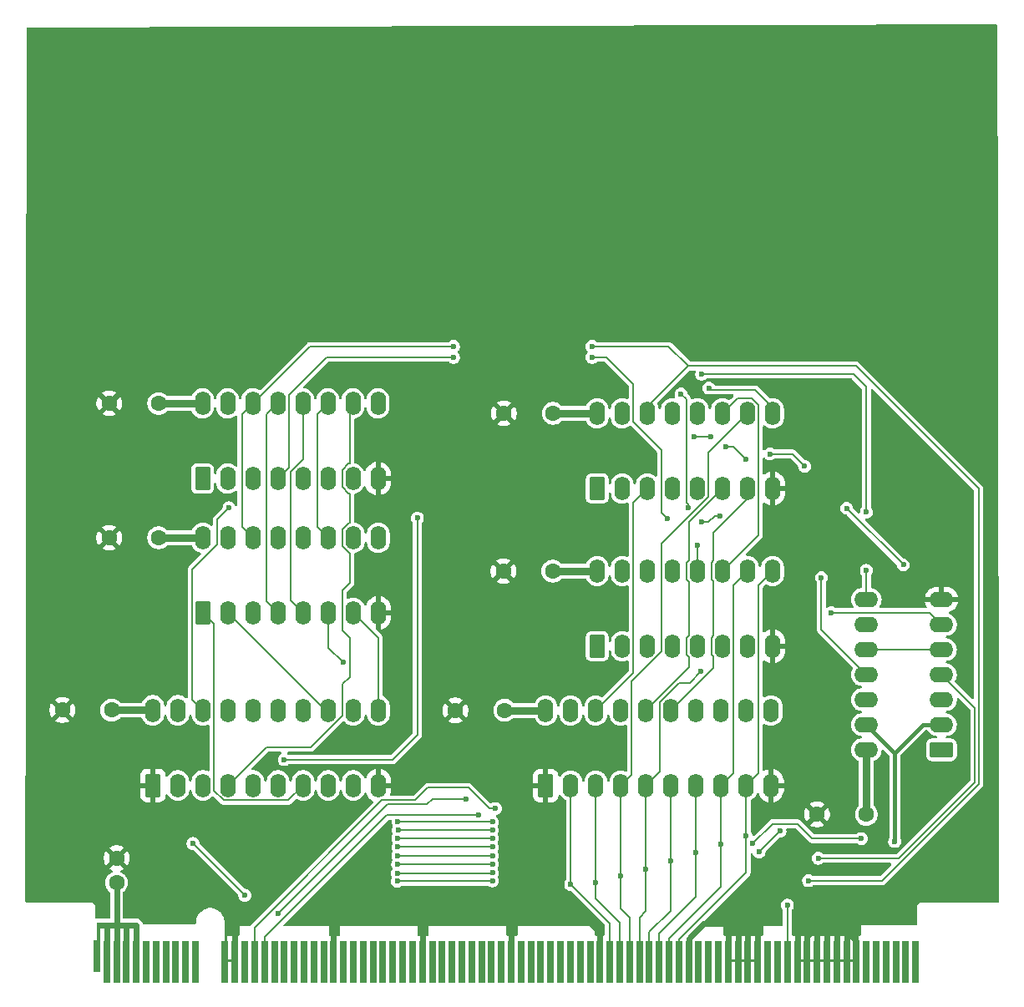
<source format=gbr>
%TF.GenerationSoftware,KiCad,Pcbnew,9.0.5*%
%TF.CreationDate,2025-11-19T18:54:23+02:00*%
%TF.ProjectId,step_counter,73746570-5f63-46f7-956e-7465722e6b69,rev?*%
%TF.SameCoordinates,Original*%
%TF.FileFunction,Copper,L2,Bot*%
%TF.FilePolarity,Positive*%
%FSLAX46Y46*%
G04 Gerber Fmt 4.6, Leading zero omitted, Abs format (unit mm)*
G04 Created by KiCad (PCBNEW 9.0.5) date 2025-11-19 18:54:23*
%MOMM*%
%LPD*%
G01*
G04 APERTURE LIST*
G04 Aperture macros list*
%AMRoundRect*
0 Rectangle with rounded corners*
0 $1 Rounding radius*
0 $2 $3 $4 $5 $6 $7 $8 $9 X,Y pos of 4 corners*
0 Add a 4 corners polygon primitive as box body*
4,1,4,$2,$3,$4,$5,$6,$7,$8,$9,$2,$3,0*
0 Add four circle primitives for the rounded corners*
1,1,$1+$1,$2,$3*
1,1,$1+$1,$4,$5*
1,1,$1+$1,$6,$7*
1,1,$1+$1,$8,$9*
0 Add four rect primitives between the rounded corners*
20,1,$1+$1,$2,$3,$4,$5,0*
20,1,$1+$1,$4,$5,$6,$7,0*
20,1,$1+$1,$6,$7,$8,$9,0*
20,1,$1+$1,$8,$9,$2,$3,0*%
G04 Aperture macros list end*
%TA.AperFunction,ComponentPad*%
%ADD10C,1.600000*%
%TD*%
%TA.AperFunction,ConnectorPad*%
%ADD11R,0.700000X3.200000*%
%TD*%
%TA.AperFunction,ConnectorPad*%
%ADD12R,0.700000X4.300000*%
%TD*%
%TA.AperFunction,ComponentPad*%
%ADD13RoundRect,0.250000X0.550000X-0.950000X0.550000X0.950000X-0.550000X0.950000X-0.550000X-0.950000X0*%
%TD*%
%TA.AperFunction,ComponentPad*%
%ADD14O,1.600000X2.400000*%
%TD*%
%TA.AperFunction,ComponentPad*%
%ADD15RoundRect,0.250000X0.950000X0.550000X-0.950000X0.550000X-0.950000X-0.550000X0.950000X-0.550000X0*%
%TD*%
%TA.AperFunction,ComponentPad*%
%ADD16O,2.400000X1.600000*%
%TD*%
%TA.AperFunction,ViaPad*%
%ADD17C,0.600000*%
%TD*%
%TA.AperFunction,ViaPad*%
%ADD18C,0.800000*%
%TD*%
%TA.AperFunction,Conductor*%
%ADD19C,0.800000*%
%TD*%
%TA.AperFunction,Conductor*%
%ADD20C,0.300000*%
%TD*%
%TA.AperFunction,Conductor*%
%ADD21C,0.600000*%
%TD*%
%TA.AperFunction,Conductor*%
%ADD22C,0.200000*%
%TD*%
%TA.AperFunction,Conductor*%
%ADD23C,0.400000*%
%TD*%
G04 APERTURE END LIST*
D10*
%TO.P,C3,1*%
%TO.N,GND*%
X111000000Y-104475735D03*
%TO.P,C3,2*%
%TO.N,VCC*%
X116000000Y-104475735D03*
%TD*%
%TO.P,C2,1*%
%TO.N,GND*%
X150850000Y-104495735D03*
%TO.P,C2,2*%
%TO.N,VCC*%
X155850000Y-104495735D03*
%TD*%
%TO.P,C8,1*%
%TO.N,VCC*%
X192500000Y-115050000D03*
%TO.P,C8,2*%
%TO.N,GND*%
X187500000Y-115050000D03*
%TD*%
%TO.P,C4,1*%
%TO.N,GND*%
X155710000Y-90380000D03*
%TO.P,C4,2*%
%TO.N,VCC*%
X160710000Y-90380000D03*
%TD*%
D11*
%TO.P,BC1,A1,VCC*%
%TO.N,VCC*%
X114500000Y-129450000D03*
D12*
%TO.P,BC1,A2,VCC*%
X115500000Y-130000000D03*
%TO.P,BC1,A3,VCC*%
X116500000Y-130000000D03*
%TO.P,BC1,A4,VCC*%
X117500000Y-130000000D03*
%TO.P,BC1,A5,VCC*%
X118500000Y-130000000D03*
%TO.P,BC1,A6*%
%TO.N,N/C*%
X119500000Y-130000000D03*
%TO.P,BC1,A7*%
X120500000Y-130000000D03*
%TO.P,BC1,A8*%
X121500000Y-130000000D03*
%TO.P,BC1,A9*%
X122500000Y-130000000D03*
%TO.P,BC1,A10*%
X123500000Y-130000000D03*
%TO.P,BC1,A11*%
X124500000Y-130000000D03*
%TO.P,BC1,A12,GND*%
%TO.N,GND*%
X127500000Y-130000000D03*
%TO.P,BC1,A13,GND*%
X128500000Y-130000000D03*
%TO.P,BC1,A14,~{LMEM}*%
%TO.N,unconnected-(BC1-~{LMEM}-PadA14)*%
X129500000Y-130000000D03*
%TO.P,BC1,A15,LSPH*%
%TO.N,/LSPH*%
X130500000Y-130000000D03*
%TO.P,BC1,A16,LSPL*%
%TO.N,/LSPL*%
X131500000Y-130000000D03*
%TO.P,BC1,A17,LPCH*%
%TO.N,unconnected-(BC1-LPCH-PadA17)*%
X132500000Y-130000000D03*
%TO.P,BC1,A18,LPCL*%
%TO.N,unconnected-(BC1-LPCL-PadA18)*%
X133500000Y-130000000D03*
%TO.P,BC1,A19,~{LARGH}*%
%TO.N,unconnected-(BC1-~{LARGH}-PadA19)*%
X134500000Y-130000000D03*
%TO.P,BC1,A20,~{LARGL}*%
%TO.N,unconnected-(BC1-~{LARGL}-PadA20)*%
X135500000Y-130000000D03*
%TO.P,BC1,A21,~{LAC}*%
%TO.N,unconnected-(BC1-~{LAC}-PadA21)*%
X136500000Y-130000000D03*
%TO.P,BC1,A22,~{LXH}*%
%TO.N,unconnected-(BC1-~{LXH}-PadA22)*%
X137500000Y-130000000D03*
%TO.P,BC1,A23,GND*%
%TO.N,GND*%
X138500000Y-130000000D03*
%TO.P,BC1,A24,~{LYL}*%
%TO.N,unconnected-(BC1-~{LYL}-PadA24)*%
X139500000Y-130000000D03*
%TO.P,BC1,A25,~{LYH}*%
%TO.N,unconnected-(BC1-~{LYH}-PadA25)*%
X140500000Y-130000000D03*
%TO.P,BC1,A26,~{LZL}*%
%TO.N,unconnected-(BC1-~{LZL}-PadA26)*%
X141500000Y-130000000D03*
%TO.P,BC1,A27,~{LZH}*%
%TO.N,unconnected-(BC1-~{LZH}-PadA27)*%
X142500000Y-130000000D03*
%TO.P,BC1,A28,~{LFR}*%
%TO.N,unconnected-(BC1-~{LFR}-PadA28)*%
X143500000Y-130000000D03*
%TO.P,BC1,A29,~{LINST}*%
%TO.N,unconnected-(BC1-~{LINST}-PadA29)*%
X144500000Y-130000000D03*
%TO.P,BC1,A30,LADRH*%
%TO.N,unconnected-(BC1-LADRH-PadA30)*%
X145500000Y-130000000D03*
%TO.P,BC1,A31,LADRL*%
%TO.N,unconnected-(BC1-LADRL-PadA31)*%
X146500000Y-130000000D03*
%TO.P,BC1,A32,GND*%
%TO.N,GND*%
X147500000Y-130000000D03*
%TO.P,BC1,A33,STATE0*%
%TO.N,unconnected-(BC1-STATE0-PadA33)*%
X148500000Y-130000000D03*
%TO.P,BC1,A34,STATE1*%
%TO.N,unconnected-(BC1-STATE1-PadA34)*%
X149500000Y-130000000D03*
%TO.P,BC1,A35,STATE2*%
%TO.N,unconnected-(BC1-STATE2-PadA35)*%
X150500000Y-130000000D03*
%TO.P,BC1,A36,STATE3*%
%TO.N,unconnected-(BC1-STATE3-PadA36)*%
X151500000Y-130000000D03*
%TO.P,BC1,A37,STATE4*%
%TO.N,unconnected-(BC1-STATE4-PadA37)*%
X152500000Y-130000000D03*
%TO.P,BC1,A38,STATE5*%
%TO.N,unconnected-(BC1-STATE5-PadA38)*%
X153500000Y-130000000D03*
%TO.P,BC1,A39,STATE6*%
%TO.N,unconnected-(BC1-STATE6-PadA39)*%
X154500000Y-130000000D03*
%TO.P,BC1,A40,STATE7*%
%TO.N,unconnected-(BC1-STATE7-PadA40)*%
X155500000Y-130000000D03*
%TO.P,BC1,A41,GND*%
%TO.N,GND*%
X156500000Y-130000000D03*
%TO.P,BC1,A42,STATE8*%
%TO.N,unconnected-(BC1-STATE8-PadA42)*%
X157500000Y-130000000D03*
%TO.P,BC1,A43,STATE9*%
%TO.N,unconnected-(BC1-STATE9-PadA43)*%
X158500000Y-130000000D03*
%TO.P,BC1,A44,STATE10*%
%TO.N,unconnected-(BC1-STATE10-PadA44)*%
X159500000Y-130000000D03*
%TO.P,BC1,A45,STATE11*%
%TO.N,unconnected-(BC1-STATE11-PadA45)*%
X160500000Y-130000000D03*
%TO.P,BC1,A46,STATE12*%
%TO.N,unconnected-(BC1-STATE12-PadA46)*%
X161500000Y-130000000D03*
%TO.P,BC1,A47,STATE13*%
%TO.N,unconnected-(BC1-STATE13-PadA47)*%
X162500000Y-130000000D03*
%TO.P,BC1,A48,STATE14*%
%TO.N,unconnected-(BC1-STATE14-PadA48)*%
X163500000Y-130000000D03*
%TO.P,BC1,A49,STATE15*%
%TO.N,unconnected-(BC1-STATE15-PadA49)*%
X164500000Y-130000000D03*
%TO.P,BC1,A50,GND*%
%TO.N,GND*%
X165500000Y-130000000D03*
%TO.P,BC1,A51,DATA0*%
%TO.N,/DATA0*%
X166500000Y-130000000D03*
%TO.P,BC1,A52,DATA1*%
%TO.N,/DATA1*%
X167500000Y-130000000D03*
%TO.P,BC1,A53,DATA2*%
%TO.N,/DATA2*%
X168500000Y-130000000D03*
%TO.P,BC1,A54,DATA3*%
%TO.N,/DATA3*%
X169500000Y-130000000D03*
%TO.P,BC1,A55,DATA4*%
%TO.N,/DATA4*%
X170500000Y-130000000D03*
%TO.P,BC1,A56,DATA5*%
%TO.N,/DATA5*%
X171500000Y-130000000D03*
%TO.P,BC1,A57,DATA6*%
%TO.N,/DATA6*%
X172500000Y-130000000D03*
%TO.P,BC1,A58,DATA7*%
%TO.N,/DATA7*%
X173500000Y-130000000D03*
%TO.P,BC1,A59,GND*%
%TO.N,GND*%
X174500000Y-130000000D03*
%TO.P,BC1,A60,ALUZO*%
%TO.N,unconnected-(BC1-ALUZO-PadA60)*%
X175500000Y-130000000D03*
%TO.P,BC1,A61,~{ALUCO}*%
%TO.N,unconnected-(BC1-~{ALUCO}-PadA61)*%
X176500000Y-130000000D03*
%TO.P,BC1,A62,ALUSO*%
%TO.N,unconnected-(BC1-ALUSO-PadA62)*%
X177500000Y-130000000D03*
%TO.P,BC1,A63,GND*%
%TO.N,GND*%
X178500000Y-130000000D03*
%TO.P,BC1,A64,GND*%
X179500000Y-130000000D03*
%TO.P,BC1,A65,GND*%
X180500000Y-130000000D03*
%TO.P,BC1,A66,GND*%
X181500000Y-130000000D03*
%TO.P,BC1,A67,INTREQ*%
%TO.N,unconnected-(BC1-INTREQ-PadA67)*%
X182500000Y-130000000D03*
%TO.P,BC1,A68,~{WAIT}*%
%TO.N,unconnected-(BC1-~{WAIT}-PadA68)*%
X183500000Y-130000000D03*
%TO.P,BC1,A69,RESET*%
%TO.N,/RESET*%
X184500000Y-130000000D03*
%TO.P,BC1,A70,GND*%
%TO.N,GND*%
X185500000Y-130000000D03*
%TO.P,BC1,A71,GND*%
X186500000Y-130000000D03*
%TO.P,BC1,A72,GND*%
X187500000Y-130000000D03*
%TO.P,BC1,A73,GND*%
X188500000Y-130000000D03*
%TO.P,BC1,A74,GND*%
X189500000Y-130000000D03*
%TO.P,BC1,A75,GND*%
X190500000Y-130000000D03*
%TO.P,BC1,A76,GND*%
X191500000Y-130000000D03*
%TO.P,BC1,A77*%
%TO.N,N/C*%
X192500000Y-130000000D03*
%TO.P,BC1,A78*%
X193500000Y-130000000D03*
%TO.P,BC1,A79*%
X194500000Y-130000000D03*
%TO.P,BC1,A80*%
X195500000Y-130000000D03*
%TO.P,BC1,A81*%
X196500000Y-130000000D03*
%TO.P,BC1,A82*%
X197500000Y-130000000D03*
%TD*%
D13*
%TO.P,U5,1,B*%
%TO.N,/DATA5*%
X165220000Y-98000000D03*
D14*
%TO.P,U5,2,QB*%
%TO.N,/DL5*%
X167760000Y-98000000D03*
%TO.P,U5,3,QA*%
%TO.N,/DL4*%
X170300000Y-98000000D03*
%TO.P,U5,4,DOWN*%
%TO.N,Net-(U4-~{BO})*%
X172840000Y-98000000D03*
%TO.P,U5,5,UP*%
%TO.N,Net-(U4-~{CO})*%
X175380000Y-98000000D03*
%TO.P,U5,6,QC*%
%TO.N,/DL6*%
X177920000Y-98000000D03*
%TO.P,U5,7,QD*%
%TO.N,/DL7*%
X180460000Y-98000000D03*
%TO.P,U5,8,GND*%
%TO.N,GND*%
X183000000Y-98000000D03*
%TO.P,U5,9,D*%
%TO.N,/DATA7*%
X183000000Y-90380000D03*
%TO.P,U5,10,C*%
%TO.N,/DATA6*%
X180460000Y-90380000D03*
%TO.P,U5,11,~{LOAD}*%
%TO.N,/Pl*%
X177920000Y-90380000D03*
%TO.P,U5,12,~{CO}*%
%TO.N,Net-(U2-UP)*%
X175380000Y-90380000D03*
%TO.P,U5,13,~{BO}*%
%TO.N,Net-(U2-DOWN)*%
X172840000Y-90380000D03*
%TO.P,U5,14,CLR*%
%TO.N,/RESET*%
X170300000Y-90380000D03*
%TO.P,U5,15,A*%
%TO.N,/DATA4*%
X167760000Y-90380000D03*
%TO.P,U5,16,VCC*%
%TO.N,VCC*%
X165220000Y-90380000D03*
%TD*%
D15*
%TO.P,U1,1*%
%TO.N,/SPDEC*%
X200120000Y-108500000D03*
D16*
%TO.P,U1,2*%
%TO.N,/~{CLK}*%
X200120000Y-105960000D03*
%TO.P,U1,3*%
%TO.N,/CPd*%
X200120000Y-103420000D03*
%TO.P,U1,4*%
%TO.N,/LSPL*%
X200120000Y-100880000D03*
%TO.P,U1,5*%
%TO.N,/PULSE*%
X200120000Y-98340000D03*
%TO.P,U1,6*%
%TO.N,/Pl*%
X200120000Y-95800000D03*
%TO.P,U1,7,GND*%
%TO.N,GND*%
X200120000Y-93260000D03*
%TO.P,U1,8*%
%TO.N,/Ph*%
X192500000Y-93260000D03*
%TO.P,U1,9*%
%TO.N,/LSPH*%
X192500000Y-95800000D03*
%TO.P,U1,10*%
%TO.N,/PULSE*%
X192500000Y-98340000D03*
%TO.P,U1,11*%
%TO.N,/CPu*%
X192500000Y-100880000D03*
%TO.P,U1,12*%
%TO.N,/SPINC*%
X192500000Y-103420000D03*
%TO.P,U1,13*%
%TO.N,/~{CLK}*%
X192500000Y-105960000D03*
%TO.P,U1,14,VCC*%
%TO.N,VCC*%
X192500000Y-108500000D03*
%TD*%
D10*
%TO.P,C6,1*%
%TO.N,GND*%
X155760000Y-74380000D03*
%TO.P,C6,2*%
%TO.N,VCC*%
X160760000Y-74380000D03*
%TD*%
%TO.P,C5,1*%
%TO.N,GND*%
X115750000Y-87000000D03*
%TO.P,C5,2*%
%TO.N,VCC*%
X120750000Y-87000000D03*
%TD*%
D13*
%TO.P,U7,1,A->B*%
%TO.N,GND*%
X120180000Y-112115735D03*
D14*
%TO.P,U7,2,A0*%
%TO.N,/DATA0*%
X122720000Y-112115735D03*
%TO.P,U7,3,A1*%
%TO.N,/DATA1*%
X125260000Y-112115735D03*
%TO.P,U7,4,A2*%
%TO.N,/DATA2*%
X127800000Y-112115735D03*
%TO.P,U7,5,A3*%
%TO.N,/DATA3*%
X130340000Y-112115735D03*
%TO.P,U7,6,A4*%
%TO.N,/DATA4*%
X132880000Y-112115735D03*
%TO.P,U7,7,A5*%
%TO.N,/DATA5*%
X135420000Y-112115735D03*
%TO.P,U7,8,A6*%
%TO.N,/DATA6*%
X137960000Y-112115735D03*
%TO.P,U7,9,A7*%
%TO.N,/DATA7*%
X140500000Y-112115735D03*
%TO.P,U7,10,GND*%
%TO.N,GND*%
X143040000Y-112115735D03*
%TO.P,U7,11,B7*%
%TO.N,/DH7*%
X143040000Y-104495735D03*
%TO.P,U7,12,B6*%
%TO.N,/DH6*%
X140500000Y-104495735D03*
%TO.P,U7,13,B5*%
%TO.N,/DH5*%
X137960000Y-104495735D03*
%TO.P,U7,14,B4*%
%TO.N,/DH4*%
X135420000Y-104495735D03*
%TO.P,U7,15,B3*%
%TO.N,/DH3*%
X132880000Y-104495735D03*
%TO.P,U7,16,B2*%
%TO.N,/DH2*%
X130340000Y-104495735D03*
%TO.P,U7,17,B1*%
%TO.N,/DH1*%
X127800000Y-104495735D03*
%TO.P,U7,18,B0*%
%TO.N,/DH0*%
X125260000Y-104495735D03*
%TO.P,U7,19,CE*%
%TO.N,/~{RSPH}*%
X122720000Y-104495735D03*
%TO.P,U7,20,VCC*%
%TO.N,VCC*%
X120180000Y-104495735D03*
%TD*%
D13*
%TO.P,U6,1,A->B*%
%TO.N,GND*%
X159992254Y-112135735D03*
D14*
%TO.P,U6,2,A0*%
%TO.N,/DATA0*%
X162532254Y-112135735D03*
%TO.P,U6,3,A1*%
%TO.N,/DATA1*%
X165072254Y-112135735D03*
%TO.P,U6,4,A2*%
%TO.N,/DATA2*%
X167612254Y-112135735D03*
%TO.P,U6,5,A3*%
%TO.N,/DATA3*%
X170152254Y-112135735D03*
%TO.P,U6,6,A4*%
%TO.N,/DATA4*%
X172692254Y-112135735D03*
%TO.P,U6,7,A5*%
%TO.N,/DATA5*%
X175232254Y-112135735D03*
%TO.P,U6,8,A6*%
%TO.N,/DATA6*%
X177772254Y-112135735D03*
%TO.P,U6,9,A7*%
%TO.N,/DATA7*%
X180312254Y-112135735D03*
%TO.P,U6,10,GND*%
%TO.N,GND*%
X182852254Y-112135735D03*
%TO.P,U6,11,B7*%
%TO.N,/DL7*%
X182852254Y-104515735D03*
%TO.P,U6,12,B6*%
%TO.N,/DL6*%
X180312254Y-104515735D03*
%TO.P,U6,13,B5*%
%TO.N,/DL5*%
X177772254Y-104515735D03*
%TO.P,U6,14,B4*%
%TO.N,/DL4*%
X175232254Y-104515735D03*
%TO.P,U6,15,B3*%
%TO.N,/DL3*%
X172692254Y-104515735D03*
%TO.P,U6,16,B2*%
%TO.N,/DL2*%
X170152254Y-104515735D03*
%TO.P,U6,17,B1*%
%TO.N,/DL1*%
X167612254Y-104515735D03*
%TO.P,U6,18,B0*%
%TO.N,/DL0*%
X165072254Y-104515735D03*
%TO.P,U6,19,CE*%
%TO.N,/~{RSPL}*%
X162532254Y-104515735D03*
%TO.P,U6,20,VCC*%
%TO.N,VCC*%
X159992254Y-104515735D03*
%TD*%
D10*
%TO.P,C7,1*%
%TO.N,VCC*%
X120760000Y-73380000D03*
%TO.P,C7,2*%
%TO.N,GND*%
X115760000Y-73380000D03*
%TD*%
D13*
%TO.P,U2,1,B*%
%TO.N,/DATA1*%
X125220000Y-81000000D03*
D14*
%TO.P,U2,2,QB*%
%TO.N,/DH1*%
X127760000Y-81000000D03*
%TO.P,U2,3,QA*%
%TO.N,/DH0*%
X130300000Y-81000000D03*
%TO.P,U2,4,DOWN*%
%TO.N,Net-(U2-DOWN)*%
X132840000Y-81000000D03*
%TO.P,U2,5,UP*%
%TO.N,Net-(U2-UP)*%
X135380000Y-81000000D03*
%TO.P,U2,6,QC*%
%TO.N,/DH2*%
X137920000Y-81000000D03*
%TO.P,U2,7,QD*%
%TO.N,/DH3*%
X140460000Y-81000000D03*
%TO.P,U2,8,GND*%
%TO.N,GND*%
X143000000Y-81000000D03*
%TO.P,U2,9,D*%
%TO.N,/DATA3*%
X143000000Y-73380000D03*
%TO.P,U2,10,C*%
%TO.N,/DATA2*%
X140460000Y-73380000D03*
%TO.P,U2,11,~{LOAD}*%
%TO.N,/Ph*%
X137920000Y-73380000D03*
%TO.P,U2,12,~{CO}*%
%TO.N,Net-(U2-~{CO})*%
X135380000Y-73380000D03*
%TO.P,U2,13,~{BO}*%
%TO.N,Net-(U2-~{BO})*%
X132840000Y-73380000D03*
%TO.P,U2,14,CLR*%
%TO.N,/RESET*%
X130300000Y-73380000D03*
%TO.P,U2,15,A*%
%TO.N,/DATA0*%
X127760000Y-73380000D03*
%TO.P,U2,16,VCC*%
%TO.N,VCC*%
X125220000Y-73380000D03*
%TD*%
D13*
%TO.P,U3,1,B*%
%TO.N,/DATA5*%
X125260000Y-94620000D03*
D14*
%TO.P,U3,2,QB*%
%TO.N,/DH5*%
X127800000Y-94620000D03*
%TO.P,U3,3,QA*%
%TO.N,/DH4*%
X130340000Y-94620000D03*
%TO.P,U3,4,DOWN*%
%TO.N,Net-(U2-~{BO})*%
X132880000Y-94620000D03*
%TO.P,U3,5,UP*%
%TO.N,Net-(U2-~{CO})*%
X135420000Y-94620000D03*
%TO.P,U3,6,QC*%
%TO.N,/DH6*%
X137960000Y-94620000D03*
%TO.P,U3,7,QD*%
%TO.N,/DH7*%
X140500000Y-94620000D03*
%TO.P,U3,8,GND*%
%TO.N,GND*%
X143040000Y-94620000D03*
%TO.P,U3,9,D*%
%TO.N,/DATA7*%
X143040000Y-87000000D03*
%TO.P,U3,10,C*%
%TO.N,/DATA6*%
X140500000Y-87000000D03*
%TO.P,U3,11,~{LOAD}*%
%TO.N,/Ph*%
X137960000Y-87000000D03*
%TO.P,U3,12,~{CO}*%
%TO.N,unconnected-(U3-~{CO}-Pad12)*%
X135420000Y-87000000D03*
%TO.P,U3,13,~{BO}*%
%TO.N,unconnected-(U3-~{BO}-Pad13)*%
X132880000Y-87000000D03*
%TO.P,U3,14,CLR*%
%TO.N,/RESET*%
X130340000Y-87000000D03*
%TO.P,U3,15,A*%
%TO.N,/DATA4*%
X127800000Y-87000000D03*
%TO.P,U3,16,VCC*%
%TO.N,VCC*%
X125260000Y-87000000D03*
%TD*%
D13*
%TO.P,U4,1,B*%
%TO.N,/DATA1*%
X165220000Y-82000000D03*
D14*
%TO.P,U4,2,QB*%
%TO.N,/DL1*%
X167760000Y-82000000D03*
%TO.P,U4,3,QA*%
%TO.N,/DL0*%
X170300000Y-82000000D03*
%TO.P,U4,4,DOWN*%
%TO.N,/CPd*%
X172840000Y-82000000D03*
%TO.P,U4,5,UP*%
%TO.N,/CPu*%
X175380000Y-82000000D03*
%TO.P,U4,6,QC*%
%TO.N,/DL2*%
X177920000Y-82000000D03*
%TO.P,U4,7,QD*%
%TO.N,/DL3*%
X180460000Y-82000000D03*
%TO.P,U4,8,GND*%
%TO.N,GND*%
X183000000Y-82000000D03*
%TO.P,U4,9,D*%
%TO.N,/DATA3*%
X183000000Y-74380000D03*
%TO.P,U4,10,C*%
%TO.N,/DATA2*%
X180460000Y-74380000D03*
%TO.P,U4,11,~{LOAD}*%
%TO.N,/Pl*%
X177920000Y-74380000D03*
%TO.P,U4,12,~{CO}*%
%TO.N,Net-(U4-~{CO})*%
X175380000Y-74380000D03*
%TO.P,U4,13,~{BO}*%
%TO.N,Net-(U4-~{BO})*%
X172840000Y-74380000D03*
%TO.P,U4,14,CLR*%
%TO.N,/RESET*%
X170300000Y-74380000D03*
%TO.P,U4,15,A*%
%TO.N,/DATA0*%
X167760000Y-74380000D03*
%TO.P,U4,16,VCC*%
%TO.N,VCC*%
X165220000Y-74380000D03*
%TD*%
D10*
%TO.P,C1,1*%
%TO.N,VCC*%
X116500000Y-121989010D03*
%TO.P,C1,2*%
%TO.N,GND*%
X116500000Y-119489010D03*
%TD*%
D17*
%TO.N,VCC*%
X118500000Y-126250000D03*
X116500000Y-123500000D03*
X116500000Y-125000000D03*
X117500000Y-126250000D03*
X115500000Y-126250000D03*
X116500000Y-126250000D03*
X114750000Y-126250000D03*
D18*
%TO.N,GND*%
X182700000Y-122800000D03*
X156500000Y-126300000D03*
X179500000Y-123400000D03*
X163975000Y-125525000D03*
X138500000Y-126350000D03*
X147500000Y-126300000D03*
X193650000Y-125150000D03*
X128450000Y-126050000D03*
D17*
%TO.N,/RESET*%
X150650000Y-67600000D03*
X164700000Y-67600000D03*
X184500000Y-124250000D03*
X186650000Y-121775057D03*
%TO.N,Net-(U2-DOWN)*%
X172300000Y-85050000D03*
X150650000Y-68700000D03*
X164700000Y-68700000D03*
%TO.N,Net-(U2-UP)*%
X173725000Y-72400000D03*
X175350000Y-87775000D03*
X174450000Y-83925000D03*
%TO.N,/DH6*%
X139475000Y-99650000D03*
%TO.N,/DH0*%
X127900000Y-83950000D03*
%TO.N,/LSPL*%
X153225000Y-115125000D03*
X187625000Y-119500000D03*
%TO.N,/DATA0*%
X154600000Y-121800000D03*
X162532254Y-122157254D03*
X144950000Y-121825000D03*
%TO.N,/DATA1*%
X144950000Y-121000000D03*
X165072254Y-122000000D03*
X154600000Y-120975000D03*
%TO.N,/DATA2*%
X154600000Y-120075000D03*
X167625000Y-121325000D03*
X144975000Y-120100000D03*
%TO.N,/DATA3*%
X170152254Y-120625000D03*
X175700000Y-100575000D03*
X154600000Y-119250000D03*
X176525000Y-71825000D03*
X145000000Y-119275000D03*
%TO.N,/DATA4*%
X145025000Y-118350000D03*
X172692254Y-119800000D03*
X154600000Y-118350000D03*
%TO.N,/DATA5*%
X145000000Y-117450000D03*
X154600000Y-117450000D03*
X175232254Y-118925000D03*
%TO.N,/DATA6*%
X154600000Y-116650000D03*
X177772254Y-118050000D03*
X145050000Y-116650000D03*
%TO.N,/DATA7*%
X145025000Y-115800000D03*
X180312254Y-117250000D03*
X154600000Y-115825000D03*
%TO.N,/SPINC*%
X183750000Y-116750000D03*
X181625000Y-118875000D03*
%TO.N,/LSPH*%
X154900000Y-114450000D03*
%TO.N,/~{CLK}*%
X195375000Y-117800000D03*
%TO.N,/Ph*%
X175800000Y-70400000D03*
X192500000Y-84400000D03*
X192500000Y-90300000D03*
%TO.N,/CPu*%
X187950000Y-91050000D03*
X175825000Y-85425000D03*
X177625000Y-84775000D03*
%TO.N,/Pl*%
X188950000Y-94600000D03*
%TO.N,/DH2*%
X147000000Y-85000000D03*
X133500000Y-109500000D03*
%TO.N,/~{RSPH}*%
X129500000Y-123250000D03*
X124250000Y-118000000D03*
%TO.N,/~{RSPL}*%
X132875000Y-125125000D03*
X151960000Y-113475000D03*
%TO.N,/SPDEC*%
X192000000Y-117500000D03*
X181000000Y-118000000D03*
%TO.N,/CPd*%
X176750000Y-76750000D03*
X196250000Y-89750000D03*
X182750000Y-78500000D03*
X190500000Y-84000000D03*
X180250000Y-79000000D03*
X178250000Y-77750000D03*
X186250000Y-79750000D03*
X175000000Y-76750000D03*
%TD*%
D19*
%TO.N,VCC*%
X120160000Y-104475735D02*
X120180000Y-104495735D01*
D20*
X114750000Y-126250000D02*
X114651000Y-126349000D01*
D19*
X160710000Y-90380000D02*
X165220000Y-90380000D01*
D21*
X118500000Y-126250000D02*
X114750000Y-126250000D01*
D19*
X192500000Y-115050000D02*
X192500000Y-108500000D01*
D21*
X115500000Y-126250000D02*
X115500000Y-130000000D01*
D20*
X114651000Y-126349000D02*
X114651000Y-129450000D01*
D21*
X116500000Y-125000000D02*
X116500000Y-123500000D01*
D19*
X120760000Y-73380000D02*
X125220000Y-73380000D01*
D21*
X116500000Y-123500000D02*
X116500000Y-121989010D01*
D19*
X160760000Y-74380000D02*
X165220000Y-74380000D01*
D21*
X116500000Y-126250000D02*
X116500000Y-130000000D01*
D19*
X159972254Y-104495735D02*
X159992254Y-104515735D01*
X116000000Y-104475735D02*
X120160000Y-104475735D01*
X155850000Y-104495735D02*
X159972254Y-104495735D01*
D21*
X118500000Y-130000000D02*
X118500000Y-126250000D01*
X117500000Y-130000000D02*
X117500000Y-126250000D01*
X116500000Y-126250000D02*
X116500000Y-125000000D01*
D19*
X120750000Y-87000000D02*
X125260000Y-87000000D01*
D21*
%TO.N,GND*%
X181500000Y-126400000D02*
X180500000Y-125400000D01*
X189300000Y-126800000D02*
X189550000Y-126800000D01*
X188500000Y-130000000D02*
X188500000Y-127100000D01*
X174500000Y-130000000D02*
X174500000Y-127599942D01*
X189500000Y-127250000D02*
X189950000Y-126800000D01*
X185500000Y-126800000D02*
X187150000Y-126800000D01*
X179500000Y-129900000D02*
X179500000Y-125150000D01*
X190400000Y-126800000D02*
X190725000Y-127125000D01*
X180500000Y-125400000D02*
X179500000Y-124400000D01*
X179500000Y-125150000D02*
X179500000Y-124400000D01*
X191500000Y-127900000D02*
X191500000Y-130000000D01*
X181500000Y-129900000D02*
X181500000Y-126400000D01*
X187400000Y-124900000D02*
X185500000Y-126800000D01*
X180500000Y-129900000D02*
X180500000Y-125400000D01*
X178500000Y-126150000D02*
X179500000Y-125150000D01*
X187150000Y-126800000D02*
X187950000Y-126800000D01*
X190500000Y-127350000D02*
X190725000Y-127125000D01*
X185500000Y-130000000D02*
X185500000Y-126800000D01*
X175949942Y-126150000D02*
X178500000Y-126150000D01*
X187950000Y-126800000D02*
X188800000Y-126800000D01*
D22*
X128450000Y-126050000D02*
X127551000Y-126949000D01*
D21*
X163975000Y-125525000D02*
X165500000Y-127050000D01*
X188500000Y-127100000D02*
X188800000Y-126800000D01*
X174500000Y-127599942D02*
X175949942Y-126150000D01*
X128450000Y-129950000D02*
X128450000Y-126050000D01*
X189300000Y-126100000D02*
X190950000Y-124450000D01*
X187500000Y-127250000D02*
X187950000Y-126800000D01*
X156500000Y-129950000D02*
X156500000Y-126300000D01*
X179500000Y-124400000D02*
X179500000Y-123400000D01*
X190500000Y-130000000D02*
X190500000Y-127350000D01*
X188800000Y-126800000D02*
X189300000Y-126800000D01*
X186500000Y-130000000D02*
X186500000Y-127450000D01*
X187500000Y-130000000D02*
X187500000Y-127250000D01*
X186500000Y-127450000D02*
X187150000Y-126800000D01*
X138500000Y-130000000D02*
X138500000Y-126350000D01*
X147500000Y-129950000D02*
X147500000Y-126300000D01*
X189500000Y-130000000D02*
X189500000Y-127250000D01*
X189550000Y-126800000D02*
X189950000Y-126800000D01*
X189300000Y-126800000D02*
X189300000Y-126100000D01*
X190725000Y-127125000D02*
X191500000Y-127900000D01*
D22*
X127551000Y-126949000D02*
X127551000Y-130000000D01*
D21*
X178500000Y-129900000D02*
X178500000Y-126150000D01*
X165500000Y-127050000D02*
X165500000Y-130000000D01*
X189950000Y-126800000D02*
X190400000Y-126800000D01*
D22*
%TO.N,/RESET*%
X136080000Y-67600000D02*
X130300000Y-73380000D01*
X186650000Y-121775057D02*
X194067043Y-121775057D01*
X150650000Y-67600000D02*
X136080000Y-67600000D01*
X130340000Y-87000000D02*
X129199000Y-85859000D01*
X184500000Y-130000000D02*
X184500000Y-124250000D01*
X194067043Y-121775057D02*
X203876000Y-111966100D01*
X129199000Y-85859000D02*
X129199000Y-74481000D01*
X129199000Y-74481000D02*
X130300000Y-73380000D01*
X170300000Y-73700000D02*
X170300000Y-74380000D01*
X172450000Y-67600000D02*
X164700000Y-67600000D01*
X174425000Y-69575000D02*
X170300000Y-73700000D01*
X174425000Y-69575000D02*
X172450000Y-67600000D01*
X203876000Y-82026000D02*
X191425000Y-69575000D01*
X203876000Y-111966100D02*
X203876000Y-82026000D01*
X191425000Y-69575000D02*
X174425000Y-69575000D01*
%TO.N,/PULSE*%
X200120000Y-98340000D02*
X192500000Y-98340000D01*
%TO.N,Net-(U2-~{CO})*%
X135420000Y-94620000D02*
X134128550Y-93328550D01*
X134128550Y-93328550D02*
X134128550Y-80278550D01*
X135380000Y-79027100D02*
X135380000Y-73380000D01*
X134128550Y-80278550D02*
X135380000Y-79027100D01*
%TO.N,Net-(U2-~{BO})*%
X132880000Y-94620000D02*
X131725000Y-93465000D01*
X131725000Y-93465000D02*
X131725000Y-74495000D01*
X131725000Y-74495000D02*
X132840000Y-73380000D01*
%TO.N,/DH5*%
X137960000Y-104495735D02*
X137675735Y-104495735D01*
X137675735Y-104495735D02*
X127800000Y-94620000D01*
%TO.N,Net-(U2-DOWN)*%
X168861000Y-71386000D02*
X166175000Y-68700000D01*
X172300000Y-85050000D02*
X171739000Y-84489000D01*
X171739000Y-78114049D02*
X168861000Y-75236049D01*
X171739000Y-84489000D02*
X171739000Y-78114049D01*
X133941000Y-79899000D02*
X132840000Y-81000000D01*
X150650000Y-68700000D02*
X137764951Y-68700000D01*
X166175000Y-68700000D02*
X164700000Y-68700000D01*
X133941000Y-72523951D02*
X133941000Y-79899000D01*
X168861000Y-75236049D02*
X168861000Y-71386000D01*
X137764951Y-68700000D02*
X133941000Y-72523951D01*
%TO.N,/DH7*%
X143040000Y-104495735D02*
X143040000Y-97160000D01*
X143040000Y-97160000D02*
X140500000Y-94620000D01*
%TO.N,Net-(U2-UP)*%
X175380000Y-87805000D02*
X175350000Y-87775000D01*
X174279000Y-82025000D02*
X174279000Y-72954000D01*
X174279000Y-83429000D02*
X174279000Y-82025000D01*
X175380000Y-90380000D02*
X175380000Y-87805000D01*
X174279000Y-72954000D02*
X173725000Y-72400000D01*
X174450000Y-83600000D02*
X174279000Y-83429000D01*
X174450000Y-83925000D02*
X174450000Y-83600000D01*
%TO.N,/DH6*%
X137960000Y-98135000D02*
X137960000Y-94620000D01*
X139475000Y-99650000D02*
X137960000Y-98135000D01*
%TO.N,/DH0*%
X124159000Y-90241000D02*
X126699000Y-87701000D01*
X125260000Y-104495735D02*
X124159000Y-103394735D01*
X126699000Y-85151000D02*
X127900000Y-83950000D01*
X124159000Y-103394735D02*
X124159000Y-90241000D01*
X126699000Y-87701000D02*
X126699000Y-85151000D01*
%TO.N,/DL3*%
X177025000Y-100182989D02*
X177025000Y-99062049D01*
X176819000Y-98856049D02*
X176819000Y-97143951D01*
X177025000Y-86475000D02*
X180460000Y-83040000D01*
X177025000Y-96937951D02*
X177025000Y-91442049D01*
X176819000Y-91236049D02*
X176819000Y-89523951D01*
X176819000Y-97143951D02*
X177025000Y-96937951D01*
X177025000Y-89317951D02*
X177025000Y-86475000D01*
X176819000Y-89523951D02*
X177025000Y-89317951D01*
X177025000Y-91442049D02*
X176819000Y-91236049D01*
X172692254Y-104515735D02*
X177025000Y-100182989D01*
X177025000Y-99062049D02*
X176819000Y-98856049D01*
X180460000Y-83040000D02*
X180460000Y-82000000D01*
%TO.N,/DL0*%
X168861000Y-100726989D02*
X168861000Y-83439000D01*
X168861000Y-83439000D02*
X170300000Y-82000000D01*
X165072254Y-104515735D02*
X168861000Y-100726989D01*
%TO.N,/DL2*%
X174550000Y-100117989D02*
X174550000Y-99127049D01*
X174550000Y-89252951D02*
X174550000Y-85370000D01*
X174550000Y-96872951D02*
X174550000Y-91507049D01*
X174279000Y-98856049D02*
X174279000Y-97143951D01*
X174550000Y-91507049D02*
X174279000Y-91236049D01*
X174279000Y-91236049D02*
X174279000Y-89523951D01*
X174279000Y-89523951D02*
X174550000Y-89252951D01*
X174550000Y-85370000D02*
X177920000Y-82000000D01*
X174550000Y-99127049D02*
X174279000Y-98856049D01*
X174279000Y-97143951D02*
X174550000Y-96872951D01*
X170152254Y-104515735D02*
X174550000Y-100117989D01*
%TO.N,/LSPL*%
X131500000Y-130000000D02*
X131500000Y-127500000D01*
X203475000Y-104235000D02*
X200120000Y-100880000D01*
X203475000Y-111800000D02*
X203475000Y-104235000D01*
X195750000Y-119525000D02*
X203475000Y-111800000D01*
X187650000Y-119525000D02*
X195750000Y-119525000D01*
X131500000Y-127500000D02*
X143875000Y-115125000D01*
X187625000Y-119500000D02*
X187650000Y-119525000D01*
X143875000Y-115125000D02*
X153225000Y-115125000D01*
%TO.N,/DATA0*%
X144950000Y-121825000D02*
X154650000Y-121825000D01*
X154650000Y-121825000D02*
X154675000Y-121800000D01*
X162532254Y-122157254D02*
X166500000Y-126125000D01*
X162532254Y-122157254D02*
X162532254Y-112135735D01*
X166500000Y-126125000D02*
X166500000Y-130000000D01*
%TO.N,/DATA1*%
X167500000Y-130000000D02*
X167500000Y-126000000D01*
X167500000Y-126000000D02*
X165072254Y-123572254D01*
X165072254Y-122000000D02*
X165072254Y-112135735D01*
X154650000Y-121000000D02*
X154675000Y-120975000D01*
X144950000Y-121000000D02*
X154650000Y-121000000D01*
X165072254Y-123572254D02*
X165072254Y-122000000D01*
%TO.N,/DATA2*%
X140003951Y-79499000D02*
X140125000Y-79499000D01*
X139359000Y-80143951D02*
X140003951Y-79499000D01*
X167612254Y-121187254D02*
X167612254Y-112135735D01*
X136147049Y-108265735D02*
X139399000Y-105013784D01*
X167625000Y-121325000D02*
X167625000Y-121450000D01*
X140125000Y-73715000D02*
X140460000Y-73380000D01*
X167610000Y-124610000D02*
X168500000Y-125500000D01*
X176481000Y-82856049D02*
X176481000Y-78359000D01*
X139399000Y-86143951D02*
X140043951Y-85499000D01*
X140125000Y-79499000D02*
X140125000Y-73715000D01*
X140125000Y-88501000D02*
X140043951Y-88501000D01*
X131650000Y-108265735D02*
X136147049Y-108265735D01*
X140043951Y-85499000D02*
X140125000Y-85499000D01*
X167612254Y-112135735D02*
X168713254Y-111034735D01*
X168713254Y-101543795D02*
X171739000Y-98518049D01*
X140125000Y-101125000D02*
X140125000Y-97125000D01*
X168500000Y-125500000D02*
X168500000Y-130000000D01*
X176481000Y-78359000D02*
X180460000Y-74380000D01*
X139399000Y-96399000D02*
X139399000Y-92301000D01*
X140003951Y-82501000D02*
X139359000Y-81856049D01*
X140125000Y-91575000D02*
X140125000Y-88501000D01*
X144975000Y-120100000D02*
X154674943Y-120100000D01*
X139399000Y-101851000D02*
X140125000Y-101125000D01*
X154675000Y-120099943D02*
X154675000Y-120075000D01*
X167625000Y-121325000D02*
X167625000Y-121200000D01*
X139359000Y-81856049D02*
X139359000Y-80143951D01*
X172231025Y-87106025D02*
X176481000Y-82856049D01*
X154674943Y-120100000D02*
X154675000Y-120099943D01*
X140125000Y-85499000D02*
X140125000Y-82501000D01*
X139399000Y-105013784D02*
X139399000Y-101851000D01*
X171739000Y-87598049D02*
X172231025Y-87106025D01*
X167625000Y-121450000D02*
X167612254Y-121462746D01*
X127800000Y-112115735D02*
X131650000Y-108265735D01*
X167610000Y-123940000D02*
X167610000Y-124610000D01*
X139399000Y-87856049D02*
X139399000Y-86143951D01*
X168713254Y-111034735D02*
X168713254Y-101543795D01*
X171739000Y-98518049D02*
X171739000Y-87598049D01*
X140125000Y-82501000D02*
X140003951Y-82501000D01*
X167612254Y-123937746D02*
X167610000Y-123940000D01*
X167625000Y-121200000D02*
X167612254Y-121187254D01*
X140043951Y-88501000D02*
X139399000Y-87856049D01*
X167612254Y-121462746D02*
X167612254Y-123937746D01*
X139399000Y-92301000D02*
X140125000Y-91575000D01*
X140125000Y-97125000D02*
X139399000Y-96399000D01*
%TO.N,/DATA3*%
X173550940Y-101700000D02*
X174500000Y-101700000D01*
X170152254Y-112135735D02*
X171591254Y-110696735D01*
X174575000Y-101700000D02*
X175700000Y-100575000D01*
X174500000Y-101700000D02*
X174575000Y-101700000D01*
X181250000Y-72000000D02*
X183000000Y-73750000D01*
X145000000Y-119275000D02*
X154650000Y-119275000D01*
X169500000Y-130000000D02*
X169500000Y-125500000D01*
X169500000Y-125500000D02*
X170152254Y-124847746D01*
X176525000Y-71825000D02*
X176700000Y-72000000D01*
X176700000Y-72000000D02*
X181250000Y-72000000D01*
X154650000Y-119275000D02*
X154675000Y-119250000D01*
X183000000Y-73750000D02*
X183000000Y-74380000D01*
X171591254Y-103659686D02*
X173550940Y-101700000D01*
X170152254Y-121000000D02*
X170152254Y-112135735D01*
X171591254Y-110696735D02*
X171591254Y-103659686D01*
X170152254Y-124847746D02*
X170152254Y-121000000D01*
%TO.N,/DATA4*%
X172692254Y-119800000D02*
X172692254Y-124807746D01*
X172692254Y-119800000D02*
X172692254Y-112135735D01*
X170500000Y-127000000D02*
X170500000Y-130000000D01*
X145025000Y-118350000D02*
X154675000Y-118350000D01*
X172692254Y-124807746D02*
X170500000Y-127000000D01*
%TO.N,/DATA5*%
X175232254Y-118925000D02*
X175232254Y-123392746D01*
X145000000Y-117450000D02*
X154675000Y-117450000D01*
X126361000Y-95721000D02*
X125260000Y-94620000D01*
X171500000Y-127125000D02*
X171500000Y-130000000D01*
X133919000Y-113616735D02*
X127343951Y-113616735D01*
X175232254Y-118925000D02*
X175232254Y-112135735D01*
X175232254Y-123392746D02*
X171500000Y-127125000D01*
X127343951Y-113616735D02*
X126361000Y-112633784D01*
X126361000Y-112633784D02*
X126361000Y-95721000D01*
X135420000Y-112115735D02*
X133919000Y-113616735D01*
%TO.N,/DATA6*%
X177772254Y-122377746D02*
X172500000Y-127650000D01*
X179021000Y-91819000D02*
X180460000Y-90380000D01*
X179021000Y-110886989D02*
X179021000Y-91819000D01*
X177772254Y-118050000D02*
X177772254Y-122377746D01*
X145050000Y-116650000D02*
X154600000Y-116650000D01*
X177772254Y-118050000D02*
X177772254Y-112135735D01*
X177772254Y-112135735D02*
X179021000Y-110886989D01*
X172500000Y-127650000D02*
X172500000Y-130000000D01*
%TO.N,/DATA7*%
X180312254Y-117250000D02*
X180312254Y-120937746D01*
X181561000Y-110886989D02*
X181561000Y-91819000D01*
X180312254Y-120937746D02*
X173500000Y-127750000D01*
X173500000Y-127750000D02*
X173500000Y-130000000D01*
X145050000Y-115825000D02*
X145025000Y-115800000D01*
X180312254Y-112135735D02*
X181561000Y-110886989D01*
X180312254Y-117250000D02*
X180312254Y-112135735D01*
X154650000Y-115825000D02*
X145050000Y-115825000D01*
X181561000Y-91819000D02*
X183000000Y-90380000D01*
%TO.N,/SPINC*%
X181625000Y-118875000D02*
X183750000Y-116750000D01*
%TO.N,/LSPH*%
X148025000Y-112350000D02*
X146750000Y-113625000D01*
X143375000Y-113625000D02*
X130500000Y-126500000D01*
X152200000Y-112350000D02*
X148025000Y-112350000D01*
X154300000Y-114450000D02*
X152200000Y-112350000D01*
X154900000Y-114450000D02*
X154300000Y-114450000D01*
X146750000Y-113625000D02*
X143375000Y-113625000D01*
X130500000Y-126500000D02*
X130500000Y-130000000D01*
D23*
%TO.N,/~{CLK}*%
X195375000Y-108835000D02*
X198250000Y-105960000D01*
X195375000Y-108835000D02*
X192500000Y-105960000D01*
X195375000Y-117800000D02*
X195375000Y-108835000D01*
X198250000Y-105960000D02*
X200120000Y-105960000D01*
D22*
%TO.N,/Ph*%
X192500000Y-84400000D02*
X192500000Y-71700000D01*
X136819000Y-85859000D02*
X136819000Y-74481000D01*
X192500000Y-93260000D02*
X192500000Y-90300000D01*
X137960000Y-87000000D02*
X136819000Y-85859000D01*
X191200000Y-70400000D02*
X175800000Y-70400000D01*
X136819000Y-74481000D02*
X137920000Y-73380000D01*
X192500000Y-71700000D02*
X191200000Y-70400000D01*
%TO.N,/CPu*%
X187950000Y-96330000D02*
X192500000Y-100880000D01*
X176475000Y-85425000D02*
X177125000Y-84775000D01*
X177125000Y-84775000D02*
X177625000Y-84775000D01*
X175825000Y-85425000D02*
X176475000Y-85425000D01*
X187950000Y-91050000D02*
X187950000Y-96330000D01*
%TO.N,/Pl*%
X179421000Y-72879000D02*
X177920000Y-74380000D01*
X180916049Y-72879000D02*
X179421000Y-72879000D01*
X188950000Y-94600000D02*
X198920000Y-94600000D01*
X181561000Y-73523951D02*
X180916049Y-72879000D01*
X181561000Y-86739000D02*
X181561000Y-73523951D01*
X177920000Y-90380000D02*
X181561000Y-86739000D01*
X198920000Y-94600000D02*
X200120000Y-95800000D01*
%TO.N,/DH2*%
X147000000Y-105500000D02*
X147000000Y-85000000D01*
X133500000Y-109500000D02*
X144500000Y-109500000D01*
X144500000Y-109500000D02*
X147000000Y-107000000D01*
X147000000Y-107000000D02*
X147000000Y-105500000D01*
%TO.N,/~{RSPH}*%
X129500000Y-123250000D02*
X124250000Y-118000000D01*
%TO.N,/~{RSPL}*%
X147949000Y-114026000D02*
X148500000Y-113475000D01*
X132875000Y-125125000D02*
X143974000Y-114026000D01*
X148500000Y-113475000D02*
X151960000Y-113475000D01*
X143974000Y-114026000D02*
X147949000Y-114026000D01*
%TO.N,/SPDEC*%
X185500000Y-116000000D02*
X183000000Y-116000000D01*
X192000000Y-117500000D02*
X187000000Y-117500000D01*
X183000000Y-116000000D02*
X181000000Y-118000000D01*
X187000000Y-117500000D02*
X185500000Y-116000000D01*
%TO.N,/CPd*%
X180250000Y-79000000D02*
X179000000Y-77750000D01*
X186250000Y-79750000D02*
X185000000Y-78500000D01*
X176750000Y-76750000D02*
X175000000Y-76750000D01*
X196250000Y-89750000D02*
X190500000Y-84000000D01*
X185000000Y-78500000D02*
X182750000Y-78500000D01*
X179000000Y-77750000D02*
X178250000Y-77750000D01*
%TD*%
%TA.AperFunction,Conductor*%
%TO.N,GND*%
G36*
X205745267Y-34980868D02*
G01*
X205791167Y-35033546D01*
X205802515Y-35085166D01*
X205838659Y-57271489D01*
X205947164Y-123875300D01*
X205927590Y-123942369D01*
X205874860Y-123988210D01*
X205823165Y-123999500D01*
X198084108Y-123999500D01*
X197956812Y-124033608D01*
X197842686Y-124099500D01*
X197842683Y-124099502D01*
X197749502Y-124192683D01*
X197749500Y-124192686D01*
X197683608Y-124306812D01*
X197649500Y-124434108D01*
X197649500Y-126159487D01*
X197629815Y-126226526D01*
X197577011Y-126272281D01*
X197525500Y-126283487D01*
X192000000Y-126283487D01*
X192000000Y-127226000D01*
X191980315Y-127293039D01*
X191927511Y-127338794D01*
X191876000Y-127350000D01*
X191750000Y-127350000D01*
X191750000Y-129876000D01*
X191730315Y-129943039D01*
X191677511Y-129988794D01*
X191626000Y-130000000D01*
X191500000Y-130000000D01*
X191500000Y-130016465D01*
X185500000Y-130019471D01*
X185500000Y-130000000D01*
X185374000Y-130000000D01*
X185306961Y-129980315D01*
X185261206Y-129927511D01*
X185250000Y-129876000D01*
X185250000Y-129750000D01*
X185750000Y-129750000D01*
X186250000Y-129750000D01*
X186750000Y-129750000D01*
X187250000Y-129750000D01*
X187750000Y-129750000D01*
X188250000Y-129750000D01*
X188750000Y-129750000D01*
X189250000Y-129750000D01*
X189750000Y-129750000D01*
X190250000Y-129750000D01*
X190750000Y-129750000D01*
X191250000Y-129750000D01*
X191250000Y-127350000D01*
X191102155Y-127350000D01*
X191042624Y-127356401D01*
X191035073Y-127358186D01*
X191034734Y-127356754D01*
X190973630Y-127361119D01*
X190958350Y-127356632D01*
X190957375Y-127356401D01*
X190897844Y-127350000D01*
X190750000Y-127350000D01*
X190750000Y-129750000D01*
X190250000Y-129750000D01*
X190250000Y-127350000D01*
X190102155Y-127350000D01*
X190042624Y-127356401D01*
X190035073Y-127358186D01*
X190034734Y-127356754D01*
X189973630Y-127361119D01*
X189958350Y-127356632D01*
X189957375Y-127356401D01*
X189897844Y-127350000D01*
X189750000Y-127350000D01*
X189750000Y-129750000D01*
X189250000Y-129750000D01*
X189250000Y-127350000D01*
X189102155Y-127350000D01*
X189042624Y-127356401D01*
X189035073Y-127358186D01*
X189034734Y-127356754D01*
X188973630Y-127361119D01*
X188958350Y-127356632D01*
X188957375Y-127356401D01*
X188897844Y-127350000D01*
X188750000Y-127350000D01*
X188750000Y-129750000D01*
X188250000Y-129750000D01*
X188250000Y-127350000D01*
X188102155Y-127350000D01*
X188042624Y-127356401D01*
X188035073Y-127358186D01*
X188034734Y-127356754D01*
X187973630Y-127361119D01*
X187958350Y-127356632D01*
X187957375Y-127356401D01*
X187897844Y-127350000D01*
X187750000Y-127350000D01*
X187750000Y-129750000D01*
X187250000Y-129750000D01*
X187250000Y-127350000D01*
X187102155Y-127350000D01*
X187042624Y-127356401D01*
X187035073Y-127358186D01*
X187034734Y-127356754D01*
X186973630Y-127361119D01*
X186958350Y-127356632D01*
X186957375Y-127356401D01*
X186897844Y-127350000D01*
X186750000Y-127350000D01*
X186750000Y-129750000D01*
X186250000Y-129750000D01*
X186250000Y-127350000D01*
X186102155Y-127350000D01*
X186042624Y-127356401D01*
X186035073Y-127358186D01*
X186034734Y-127356754D01*
X185973630Y-127361119D01*
X185958350Y-127356632D01*
X185957375Y-127356401D01*
X185897844Y-127350000D01*
X185750000Y-127350000D01*
X185750000Y-129750000D01*
X185250000Y-129750000D01*
X185250000Y-127350000D01*
X185102172Y-127350000D01*
X185087755Y-127351550D01*
X185018996Y-127339144D01*
X184967858Y-127291534D01*
X184950500Y-127228260D01*
X184950500Y-124770807D01*
X184970185Y-124703768D01*
X184986821Y-124683124D01*
X185005274Y-124664671D01*
X185005276Y-124664669D01*
X185076465Y-124558127D01*
X185125501Y-124439744D01*
X185150500Y-124314069D01*
X185150500Y-124185931D01*
X185150500Y-124185928D01*
X185125502Y-124060261D01*
X185125501Y-124060260D01*
X185125501Y-124060256D01*
X185087574Y-123968692D01*
X185076466Y-123941875D01*
X185076461Y-123941866D01*
X185005276Y-123835331D01*
X185005273Y-123835327D01*
X184914672Y-123744726D01*
X184914668Y-123744723D01*
X184808133Y-123673538D01*
X184808124Y-123673533D01*
X184689744Y-123624499D01*
X184689738Y-123624497D01*
X184564071Y-123599500D01*
X184564069Y-123599500D01*
X184435931Y-123599500D01*
X184435929Y-123599500D01*
X184310261Y-123624497D01*
X184310255Y-123624499D01*
X184191875Y-123673533D01*
X184191866Y-123673538D01*
X184085331Y-123744723D01*
X184085327Y-123744726D01*
X183994726Y-123835327D01*
X183994723Y-123835331D01*
X183923538Y-123941866D01*
X183923533Y-123941875D01*
X183874499Y-124060255D01*
X183874497Y-124060261D01*
X183849500Y-124185928D01*
X183849500Y-124185931D01*
X183849500Y-124314069D01*
X183849500Y-124314071D01*
X183849499Y-124314071D01*
X183874497Y-124439738D01*
X183874499Y-124439744D01*
X183923533Y-124558124D01*
X183923538Y-124558133D01*
X183994723Y-124664668D01*
X183994725Y-124664671D01*
X184013179Y-124683124D01*
X184046666Y-124744446D01*
X184049500Y-124770807D01*
X184049500Y-126226000D01*
X184029815Y-126293039D01*
X183977011Y-126338794D01*
X183925500Y-126350000D01*
X182050000Y-126350000D01*
X182050000Y-127228313D01*
X182030315Y-127295352D01*
X181977511Y-127341107D01*
X181912750Y-127351603D01*
X181897840Y-127350000D01*
X181750000Y-127350000D01*
X181750000Y-129876000D01*
X181730315Y-129943039D01*
X181677511Y-129988794D01*
X181626000Y-130000000D01*
X181500000Y-130000000D01*
X181500000Y-130021474D01*
X178500000Y-130022977D01*
X178500000Y-130000000D01*
X178374000Y-130000000D01*
X178306961Y-129980315D01*
X178261206Y-129927511D01*
X178250000Y-129876000D01*
X178250000Y-129750000D01*
X178750000Y-129750000D01*
X179250000Y-129750000D01*
X179750000Y-129750000D01*
X180250000Y-129750000D01*
X180750000Y-129750000D01*
X181250000Y-129750000D01*
X181250000Y-127350000D01*
X181102155Y-127350000D01*
X181042624Y-127356401D01*
X181035073Y-127358186D01*
X181034734Y-127356754D01*
X180973630Y-127361119D01*
X180958350Y-127356632D01*
X180957375Y-127356401D01*
X180897844Y-127350000D01*
X180750000Y-127350000D01*
X180750000Y-129750000D01*
X180250000Y-129750000D01*
X180250000Y-127350000D01*
X180102155Y-127350000D01*
X180042624Y-127356401D01*
X180035073Y-127358186D01*
X180034734Y-127356754D01*
X179973630Y-127361119D01*
X179958350Y-127356632D01*
X179957375Y-127356401D01*
X179897844Y-127350000D01*
X179750000Y-127350000D01*
X179750000Y-129750000D01*
X179250000Y-129750000D01*
X179250000Y-127350000D01*
X179102155Y-127350000D01*
X179042624Y-127356401D01*
X179035073Y-127358186D01*
X179034734Y-127356754D01*
X178973630Y-127361119D01*
X178958350Y-127356632D01*
X178957375Y-127356401D01*
X178897844Y-127350000D01*
X178750000Y-127350000D01*
X178750000Y-129750000D01*
X178250000Y-129750000D01*
X178250000Y-127350000D01*
X178124000Y-127350000D01*
X178056961Y-127330315D01*
X178011206Y-127277511D01*
X178000000Y-127226000D01*
X178000000Y-126400000D01*
X175786465Y-126400000D01*
X175719426Y-126380315D01*
X175673671Y-126327511D01*
X175663727Y-126258353D01*
X175692752Y-126194797D01*
X175698784Y-126188319D01*
X178142380Y-123744723D01*
X180672743Y-121214360D01*
X180732053Y-121111633D01*
X180744309Y-121065892D01*
X180762754Y-120997055D01*
X180762754Y-119116580D01*
X180782439Y-119049541D01*
X180835243Y-119003786D01*
X180904401Y-118993842D01*
X180967957Y-119022867D01*
X181001315Y-119069128D01*
X181048531Y-119183120D01*
X181048538Y-119183133D01*
X181119723Y-119289668D01*
X181119726Y-119289672D01*
X181210327Y-119380273D01*
X181210331Y-119380276D01*
X181316866Y-119451461D01*
X181316872Y-119451464D01*
X181316873Y-119451465D01*
X181435256Y-119500501D01*
X181435260Y-119500501D01*
X181435261Y-119500502D01*
X181560928Y-119525500D01*
X181560931Y-119525500D01*
X181689071Y-119525500D01*
X181773615Y-119508682D01*
X181814744Y-119500501D01*
X181933127Y-119451465D01*
X182039669Y-119380276D01*
X182130276Y-119289669D01*
X182201465Y-119183127D01*
X182250501Y-119064744D01*
X182264429Y-118994724D01*
X182275500Y-118939071D01*
X182275500Y-118912965D01*
X182295185Y-118845926D01*
X182311819Y-118825284D01*
X183700285Y-117436819D01*
X183761608Y-117403334D01*
X183787966Y-117400500D01*
X183814071Y-117400500D01*
X183898615Y-117383682D01*
X183939744Y-117375501D01*
X184058127Y-117326465D01*
X184164669Y-117255276D01*
X184255276Y-117164669D01*
X184326465Y-117058127D01*
X184375501Y-116939744D01*
X184383682Y-116898615D01*
X184400500Y-116814071D01*
X184400500Y-116685928D01*
X184383147Y-116598692D01*
X184389374Y-116529100D01*
X184432237Y-116473923D01*
X184498126Y-116450678D01*
X184504764Y-116450500D01*
X185262035Y-116450500D01*
X185329074Y-116470185D01*
X185349716Y-116486819D01*
X186723381Y-117860485D01*
X186723385Y-117860488D01*
X186723386Y-117860489D01*
X186739509Y-117869797D01*
X186739512Y-117869800D01*
X186739512Y-117869799D01*
X186826114Y-117919799D01*
X186940691Y-117950500D01*
X191479192Y-117950500D01*
X191546231Y-117970185D01*
X191566873Y-117986819D01*
X191585327Y-118005273D01*
X191585331Y-118005276D01*
X191691866Y-118076461D01*
X191691872Y-118076464D01*
X191691873Y-118076465D01*
X191810256Y-118125501D01*
X191810260Y-118125501D01*
X191810261Y-118125502D01*
X191935928Y-118150500D01*
X191935931Y-118150500D01*
X192064071Y-118150500D01*
X192148615Y-118133682D01*
X192189744Y-118125501D01*
X192308127Y-118076465D01*
X192414669Y-118005276D01*
X192505276Y-117914669D01*
X192576465Y-117808127D01*
X192625501Y-117689744D01*
X192641313Y-117610255D01*
X192650500Y-117564071D01*
X192650500Y-117435928D01*
X192625502Y-117310261D01*
X192625501Y-117310260D01*
X192625501Y-117310256D01*
X192576465Y-117191873D01*
X192576464Y-117191872D01*
X192576461Y-117191866D01*
X192505276Y-117085331D01*
X192505273Y-117085327D01*
X192414672Y-116994726D01*
X192414668Y-116994723D01*
X192308133Y-116923538D01*
X192308124Y-116923533D01*
X192189744Y-116874499D01*
X192189738Y-116874497D01*
X192064071Y-116849500D01*
X192064069Y-116849500D01*
X191935931Y-116849500D01*
X191935929Y-116849500D01*
X191810261Y-116874497D01*
X191810255Y-116874499D01*
X191691875Y-116923533D01*
X191691866Y-116923538D01*
X191585331Y-116994723D01*
X191585327Y-116994726D01*
X191566873Y-117013181D01*
X191505550Y-117046666D01*
X191479192Y-117049500D01*
X187237965Y-117049500D01*
X187170926Y-117029815D01*
X187150284Y-117013181D01*
X185776616Y-115639513D01*
X185776614Y-115639511D01*
X185699840Y-115595185D01*
X185673888Y-115580201D01*
X185656342Y-115575500D01*
X185649673Y-115573713D01*
X185649670Y-115573712D01*
X185611478Y-115563478D01*
X185559309Y-115549500D01*
X182940691Y-115549500D01*
X182850325Y-115573713D01*
X182850324Y-115573712D01*
X182826116Y-115580199D01*
X182826113Y-115580200D01*
X182723386Y-115639511D01*
X182723383Y-115639513D01*
X181162333Y-117200563D01*
X181101010Y-117234048D01*
X181031318Y-117229064D01*
X180975385Y-117187192D01*
X180953035Y-117137073D01*
X180937755Y-117060256D01*
X180888719Y-116941873D01*
X180888718Y-116941872D01*
X180888715Y-116941866D01*
X180817530Y-116835331D01*
X180817527Y-116835327D01*
X180799073Y-116816873D01*
X180765588Y-116755550D01*
X180762754Y-116729192D01*
X180762754Y-114947682D01*
X186200000Y-114947682D01*
X186200000Y-115152317D01*
X186232009Y-115354417D01*
X186295244Y-115549031D01*
X186388141Y-115731350D01*
X186388147Y-115731359D01*
X186420523Y-115775921D01*
X186420524Y-115775922D01*
X187100000Y-115096446D01*
X187100000Y-115102661D01*
X187127259Y-115204394D01*
X187179920Y-115295606D01*
X187254394Y-115370080D01*
X187345606Y-115422741D01*
X187447339Y-115450000D01*
X187453553Y-115450000D01*
X186774076Y-116129474D01*
X186818650Y-116161859D01*
X187000968Y-116254755D01*
X187195582Y-116317990D01*
X187397683Y-116350000D01*
X187602317Y-116350000D01*
X187804417Y-116317990D01*
X187999031Y-116254755D01*
X188181349Y-116161859D01*
X188225921Y-116129474D01*
X187546447Y-115450000D01*
X187552661Y-115450000D01*
X187654394Y-115422741D01*
X187745606Y-115370080D01*
X187820080Y-115295606D01*
X187872741Y-115204394D01*
X187900000Y-115102661D01*
X187900000Y-115096447D01*
X188579474Y-115775921D01*
X188611859Y-115731349D01*
X188704755Y-115549031D01*
X188767990Y-115354417D01*
X188800000Y-115152317D01*
X188800000Y-114947682D01*
X188767990Y-114745582D01*
X188704755Y-114550968D01*
X188611859Y-114368650D01*
X188579474Y-114324077D01*
X188579474Y-114324076D01*
X187900000Y-115003551D01*
X187900000Y-114997339D01*
X187872741Y-114895606D01*
X187820080Y-114804394D01*
X187745606Y-114729920D01*
X187654394Y-114677259D01*
X187552661Y-114650000D01*
X187546446Y-114650000D01*
X188225922Y-113970524D01*
X188225921Y-113970523D01*
X188181359Y-113938147D01*
X188181350Y-113938141D01*
X187999031Y-113845244D01*
X187804417Y-113782009D01*
X187602317Y-113750000D01*
X187397683Y-113750000D01*
X187195582Y-113782009D01*
X187000968Y-113845244D01*
X186818644Y-113938143D01*
X186774077Y-113970523D01*
X186774077Y-113970524D01*
X187453554Y-114650000D01*
X187447339Y-114650000D01*
X187345606Y-114677259D01*
X187254394Y-114729920D01*
X187179920Y-114804394D01*
X187127259Y-114895606D01*
X187100000Y-114997339D01*
X187100000Y-115003553D01*
X186420524Y-114324077D01*
X186420523Y-114324077D01*
X186388143Y-114368644D01*
X186295244Y-114550968D01*
X186232009Y-114745582D01*
X186200000Y-114947682D01*
X180762754Y-114947682D01*
X180762754Y-113673418D01*
X180782439Y-113606379D01*
X180830458Y-113562933D01*
X180915248Y-113519731D01*
X181061755Y-113413288D01*
X181189807Y-113285236D01*
X181296250Y-113138729D01*
X181378465Y-112977374D01*
X181385725Y-112955028D01*
X181425160Y-112897352D01*
X181489518Y-112870152D01*
X181558365Y-112882064D01*
X181609842Y-112929306D01*
X181621588Y-112955023D01*
X181647499Y-113034767D01*
X181740394Y-113217084D01*
X181860671Y-113382629D01*
X181860671Y-113382630D01*
X182005358Y-113527317D01*
X182170904Y-113647594D01*
X182353222Y-113740489D01*
X182547832Y-113803723D01*
X182602254Y-113812342D01*
X182602254Y-112451421D01*
X182606648Y-112455815D01*
X182697860Y-112508476D01*
X182799593Y-112535735D01*
X182904915Y-112535735D01*
X183006648Y-112508476D01*
X183097860Y-112455815D01*
X183102254Y-112451421D01*
X183102254Y-113812341D01*
X183156675Y-113803723D01*
X183351285Y-113740489D01*
X183533603Y-113647594D01*
X183699148Y-113527317D01*
X183699149Y-113527317D01*
X183843836Y-113382630D01*
X183843836Y-113382629D01*
X183964113Y-113217084D01*
X184057009Y-113034766D01*
X184120244Y-112840152D01*
X184152254Y-112638052D01*
X184152254Y-112385735D01*
X183167940Y-112385735D01*
X183172334Y-112381341D01*
X183224995Y-112290129D01*
X183252254Y-112188396D01*
X183252254Y-112083074D01*
X183224995Y-111981341D01*
X183172334Y-111890129D01*
X183167940Y-111885735D01*
X184152254Y-111885735D01*
X184152254Y-111633417D01*
X184120244Y-111431317D01*
X184057009Y-111236703D01*
X183964113Y-111054385D01*
X183843836Y-110888840D01*
X183843836Y-110888839D01*
X183699149Y-110744152D01*
X183533603Y-110623875D01*
X183351283Y-110530979D01*
X183156667Y-110467744D01*
X183102254Y-110459125D01*
X183102254Y-111820049D01*
X183097860Y-111815655D01*
X183006648Y-111762994D01*
X182904915Y-111735735D01*
X182799593Y-111735735D01*
X182697860Y-111762994D01*
X182606648Y-111815655D01*
X182602254Y-111820049D01*
X182602254Y-110459125D01*
X182547840Y-110467744D01*
X182353224Y-110530979D01*
X182191795Y-110613231D01*
X182123125Y-110626127D01*
X182058385Y-110599850D01*
X182018128Y-110542744D01*
X182011500Y-110502746D01*
X182011500Y-105970352D01*
X182031185Y-105903313D01*
X182083989Y-105857558D01*
X182153147Y-105847614D01*
X182208384Y-105870033D01*
X182249260Y-105899731D01*
X182317486Y-105934494D01*
X182410614Y-105981946D01*
X182410617Y-105981947D01*
X182469984Y-106001236D01*
X182582845Y-106037906D01*
X182662651Y-106050546D01*
X182761703Y-106066235D01*
X182761708Y-106066235D01*
X182942805Y-106066235D01*
X183041825Y-106050551D01*
X183121663Y-106037906D01*
X183293893Y-105981946D01*
X183455248Y-105899731D01*
X183601755Y-105793288D01*
X183729807Y-105665236D01*
X183836250Y-105518729D01*
X183918465Y-105357374D01*
X183974425Y-105185144D01*
X183990691Y-105082445D01*
X184002754Y-105006286D01*
X184002754Y-104025183D01*
X183981776Y-103892741D01*
X183974425Y-103846326D01*
X183935406Y-103726235D01*
X183918466Y-103674098D01*
X183918465Y-103674095D01*
X183889972Y-103618176D01*
X183836250Y-103512741D01*
X183820991Y-103491739D01*
X183729812Y-103366240D01*
X183729808Y-103366235D01*
X183601753Y-103238180D01*
X183601748Y-103238176D01*
X183455251Y-103131741D01*
X183455250Y-103131740D01*
X183455248Y-103131739D01*
X183387603Y-103097272D01*
X183293893Y-103049523D01*
X183293890Y-103049522D01*
X183121664Y-102993564D01*
X182942805Y-102965235D01*
X182942800Y-102965235D01*
X182761708Y-102965235D01*
X182761703Y-102965235D01*
X182582843Y-102993564D01*
X182410617Y-103049522D01*
X182410614Y-103049523D01*
X182249257Y-103131740D01*
X182208384Y-103161436D01*
X182142578Y-103184915D01*
X182074524Y-103169089D01*
X182025830Y-103118983D01*
X182011500Y-103061117D01*
X182011500Y-99532065D01*
X182031185Y-99465026D01*
X182083989Y-99419271D01*
X182153147Y-99409327D01*
X182208386Y-99431747D01*
X182318650Y-99511859D01*
X182500968Y-99604754D01*
X182695578Y-99667988D01*
X182750000Y-99676607D01*
X182750000Y-98315686D01*
X182754394Y-98320080D01*
X182845606Y-98372741D01*
X182947339Y-98400000D01*
X183052661Y-98400000D01*
X183154394Y-98372741D01*
X183245606Y-98320080D01*
X183250000Y-98315686D01*
X183250000Y-99676606D01*
X183304421Y-99667988D01*
X183499031Y-99604754D01*
X183681349Y-99511859D01*
X183846894Y-99391582D01*
X183846895Y-99391582D01*
X183991582Y-99246895D01*
X183991582Y-99246894D01*
X184111859Y-99081349D01*
X184204755Y-98899031D01*
X184267990Y-98704417D01*
X184300000Y-98502317D01*
X184300000Y-98250000D01*
X183315686Y-98250000D01*
X183320080Y-98245606D01*
X183372741Y-98154394D01*
X183400000Y-98052661D01*
X183400000Y-97947339D01*
X183372741Y-97845606D01*
X183320080Y-97754394D01*
X183315686Y-97750000D01*
X184300000Y-97750000D01*
X184300000Y-97497682D01*
X184267990Y-97295582D01*
X184204755Y-97100968D01*
X184111859Y-96918650D01*
X183991582Y-96753105D01*
X183991582Y-96753104D01*
X183846895Y-96608417D01*
X183681349Y-96488140D01*
X183499029Y-96395244D01*
X183304413Y-96332009D01*
X183250000Y-96323390D01*
X183250000Y-97684314D01*
X183245606Y-97679920D01*
X183154394Y-97627259D01*
X183052661Y-97600000D01*
X182947339Y-97600000D01*
X182845606Y-97627259D01*
X182754394Y-97679920D01*
X182750000Y-97684314D01*
X182750000Y-96323390D01*
X182695586Y-96332009D01*
X182500970Y-96395244D01*
X182318647Y-96488142D01*
X182208385Y-96568252D01*
X182142579Y-96591732D01*
X182074525Y-96575906D01*
X182025830Y-96525801D01*
X182011500Y-96467934D01*
X182011500Y-92056964D01*
X182031185Y-91989925D01*
X182047815Y-91969287D01*
X182238775Y-91778326D01*
X182300096Y-91744843D01*
X182369787Y-91749827D01*
X182392498Y-91762022D01*
X182392850Y-91761450D01*
X182396997Y-91763991D01*
X182397004Y-91763994D01*
X182397006Y-91763996D01*
X182425134Y-91778328D01*
X182558360Y-91846211D01*
X182558363Y-91846212D01*
X182620497Y-91866400D01*
X182730591Y-91902171D01*
X182813429Y-91915291D01*
X182909449Y-91930500D01*
X182909454Y-91930500D01*
X183090551Y-91930500D01*
X183177259Y-91916765D01*
X183269409Y-91902171D01*
X183441639Y-91846211D01*
X183602994Y-91763996D01*
X183749501Y-91657553D01*
X183877553Y-91529501D01*
X183983996Y-91382994D01*
X184066211Y-91221639D01*
X184122171Y-91049409D01*
X184147376Y-90890272D01*
X184150500Y-90870551D01*
X184150500Y-89889448D01*
X184130251Y-89761607D01*
X184122171Y-89710591D01*
X184068595Y-89545698D01*
X184066212Y-89538363D01*
X184066211Y-89538360D01*
X184037740Y-89482484D01*
X183983996Y-89377006D01*
X183953715Y-89335327D01*
X183877558Y-89230505D01*
X183877554Y-89230500D01*
X183749499Y-89102445D01*
X183749494Y-89102441D01*
X183602997Y-88996006D01*
X183602996Y-88996005D01*
X183602994Y-88996004D01*
X183551300Y-88969664D01*
X183441639Y-88913788D01*
X183441636Y-88913787D01*
X183269410Y-88857829D01*
X183090551Y-88829500D01*
X183090546Y-88829500D01*
X182909454Y-88829500D01*
X182909449Y-88829500D01*
X182730589Y-88857829D01*
X182558363Y-88913787D01*
X182558360Y-88913788D01*
X182397002Y-88996006D01*
X182250505Y-89102441D01*
X182250500Y-89102445D01*
X182122445Y-89230500D01*
X182122441Y-89230505D01*
X182016006Y-89377002D01*
X181933788Y-89538360D01*
X181933787Y-89538363D01*
X181877829Y-89710589D01*
X181852473Y-89870678D01*
X181822544Y-89933813D01*
X181763232Y-89970744D01*
X181693369Y-89969746D01*
X181635137Y-89931136D01*
X181607527Y-89870678D01*
X181590251Y-89761607D01*
X181582171Y-89710591D01*
X181528595Y-89545698D01*
X181526212Y-89538363D01*
X181526211Y-89538360D01*
X181497740Y-89482484D01*
X181443996Y-89377006D01*
X181413715Y-89335327D01*
X181337558Y-89230505D01*
X181337554Y-89230500D01*
X181209499Y-89102445D01*
X181209494Y-89102441D01*
X181062997Y-88996006D01*
X181062996Y-88996005D01*
X181062994Y-88996004D01*
X181011300Y-88969664D01*
X180901639Y-88913788D01*
X180901636Y-88913787D01*
X180729410Y-88857829D01*
X180550551Y-88829500D01*
X180550546Y-88829500D01*
X180406964Y-88829500D01*
X180339925Y-88809815D01*
X180294170Y-88757011D01*
X180284226Y-88687853D01*
X180313251Y-88624297D01*
X180319283Y-88617819D01*
X180482627Y-88454475D01*
X181921490Y-87015614D01*
X181980799Y-86912886D01*
X181985645Y-86894799D01*
X182011500Y-86798309D01*
X182011500Y-83532065D01*
X182031185Y-83465026D01*
X182083989Y-83419271D01*
X182153147Y-83409327D01*
X182208386Y-83431747D01*
X182318650Y-83511859D01*
X182500968Y-83604754D01*
X182695578Y-83667988D01*
X182750000Y-83676607D01*
X182750000Y-82315686D01*
X182754394Y-82320080D01*
X182845606Y-82372741D01*
X182947339Y-82400000D01*
X183052661Y-82400000D01*
X183154394Y-82372741D01*
X183245606Y-82320080D01*
X183250000Y-82315686D01*
X183250000Y-83676606D01*
X183304421Y-83667988D01*
X183499031Y-83604754D01*
X183681349Y-83511859D01*
X183846894Y-83391582D01*
X183846895Y-83391582D01*
X183991582Y-83246895D01*
X183991582Y-83246894D01*
X184111859Y-83081349D01*
X184204755Y-82899031D01*
X184267990Y-82704417D01*
X184300000Y-82502317D01*
X184300000Y-82250000D01*
X183315686Y-82250000D01*
X183320080Y-82245606D01*
X183372741Y-82154394D01*
X183400000Y-82052661D01*
X183400000Y-81947339D01*
X183372741Y-81845606D01*
X183320080Y-81754394D01*
X183315686Y-81750000D01*
X184300000Y-81750000D01*
X184300000Y-81497682D01*
X184267990Y-81295582D01*
X184204755Y-81100968D01*
X184111859Y-80918650D01*
X183991582Y-80753105D01*
X183991582Y-80753104D01*
X183846895Y-80608417D01*
X183681349Y-80488140D01*
X183499029Y-80395244D01*
X183304413Y-80332009D01*
X183250000Y-80323390D01*
X183250000Y-81684314D01*
X183245606Y-81679920D01*
X183154394Y-81627259D01*
X183052661Y-81600000D01*
X182947339Y-81600000D01*
X182845606Y-81627259D01*
X182754394Y-81679920D01*
X182750000Y-81684314D01*
X182750000Y-80323390D01*
X182695586Y-80332009D01*
X182500970Y-80395244D01*
X182318647Y-80488142D01*
X182208385Y-80568252D01*
X182142579Y-80591732D01*
X182074525Y-80575906D01*
X182025830Y-80525801D01*
X182011500Y-80467934D01*
X182011500Y-78974398D01*
X182031185Y-78907359D01*
X182083989Y-78861604D01*
X182153147Y-78851660D01*
X182216703Y-78880685D01*
X182238603Y-78905508D01*
X182244725Y-78914671D01*
X182335327Y-79005273D01*
X182335331Y-79005276D01*
X182441866Y-79076461D01*
X182441875Y-79076466D01*
X182465873Y-79086406D01*
X182560256Y-79125501D01*
X182560260Y-79125501D01*
X182560261Y-79125502D01*
X182685928Y-79150500D01*
X182685931Y-79150500D01*
X182814071Y-79150500D01*
X182898615Y-79133682D01*
X182939744Y-79125501D01*
X183058127Y-79076465D01*
X183164669Y-79005276D01*
X183164672Y-79005273D01*
X183183127Y-78986819D01*
X183244450Y-78953334D01*
X183270808Y-78950500D01*
X184762035Y-78950500D01*
X184829074Y-78970185D01*
X184849716Y-78986819D01*
X185563181Y-79700284D01*
X185596666Y-79761607D01*
X185599500Y-79787965D01*
X185599500Y-79814069D01*
X185599500Y-79814071D01*
X185599499Y-79814071D01*
X185624497Y-79939738D01*
X185624499Y-79939744D01*
X185673533Y-80058124D01*
X185673538Y-80058133D01*
X185744723Y-80164668D01*
X185744726Y-80164672D01*
X185835327Y-80255273D01*
X185835331Y-80255276D01*
X185941866Y-80326461D01*
X185941872Y-80326464D01*
X185941873Y-80326465D01*
X186060256Y-80375501D01*
X186060260Y-80375501D01*
X186060261Y-80375502D01*
X186185928Y-80400500D01*
X186185931Y-80400500D01*
X186314071Y-80400500D01*
X186398615Y-80383682D01*
X186439744Y-80375501D01*
X186558127Y-80326465D01*
X186664669Y-80255276D01*
X186755276Y-80164669D01*
X186826465Y-80058127D01*
X186875501Y-79939744D01*
X186893253Y-79850500D01*
X186900500Y-79814071D01*
X186900500Y-79685928D01*
X186875502Y-79560261D01*
X186875501Y-79560260D01*
X186875501Y-79560256D01*
X186826465Y-79441873D01*
X186826464Y-79441872D01*
X186826461Y-79441866D01*
X186755276Y-79335331D01*
X186755273Y-79335327D01*
X186664672Y-79244726D01*
X186664668Y-79244723D01*
X186558133Y-79173538D01*
X186558124Y-79173533D01*
X186439744Y-79124499D01*
X186439738Y-79124497D01*
X186314071Y-79099500D01*
X186314069Y-79099500D01*
X186287965Y-79099500D01*
X186220926Y-79079815D01*
X186200284Y-79063181D01*
X185276616Y-78139513D01*
X185276614Y-78139511D01*
X185198643Y-78094494D01*
X185173888Y-78080201D01*
X185161780Y-78076957D01*
X185149673Y-78073713D01*
X185149670Y-78073712D01*
X185092539Y-78058404D01*
X185059309Y-78049500D01*
X185059308Y-78049500D01*
X183270808Y-78049500D01*
X183203769Y-78029815D01*
X183183127Y-78013181D01*
X183164672Y-77994726D01*
X183164668Y-77994723D01*
X183058133Y-77923538D01*
X183058124Y-77923533D01*
X182939744Y-77874499D01*
X182939738Y-77874497D01*
X182814071Y-77849500D01*
X182814069Y-77849500D01*
X182685931Y-77849500D01*
X182685929Y-77849500D01*
X182560261Y-77874497D01*
X182560255Y-77874499D01*
X182441875Y-77923533D01*
X182441866Y-77923538D01*
X182335331Y-77994723D01*
X182335327Y-77994726D01*
X182244724Y-78085329D01*
X182238601Y-78094494D01*
X182184987Y-78139298D01*
X182115662Y-78148004D01*
X182052635Y-78117848D01*
X182015917Y-78058404D01*
X182011500Y-78025601D01*
X182011500Y-75717916D01*
X182031185Y-75650877D01*
X182083989Y-75605122D01*
X182153147Y-75595178D01*
X182216703Y-75624203D01*
X182223181Y-75630235D01*
X182250500Y-75657554D01*
X182250505Y-75657558D01*
X182373993Y-75747276D01*
X182397006Y-75763996D01*
X182502484Y-75817740D01*
X182558360Y-75846211D01*
X182558363Y-75846212D01*
X182644476Y-75874191D01*
X182730591Y-75902171D01*
X182813429Y-75915291D01*
X182909449Y-75930500D01*
X182909454Y-75930500D01*
X183090551Y-75930500D01*
X183177259Y-75916765D01*
X183269409Y-75902171D01*
X183441639Y-75846211D01*
X183602994Y-75763996D01*
X183749501Y-75657553D01*
X183877553Y-75529501D01*
X183983996Y-75382994D01*
X184066211Y-75221639D01*
X184122171Y-75049409D01*
X184139161Y-74942140D01*
X184150500Y-74870551D01*
X184150500Y-73889448D01*
X184128847Y-73752741D01*
X184122171Y-73710591D01*
X184068595Y-73545697D01*
X184066212Y-73538363D01*
X184066211Y-73538360D01*
X184016829Y-73441444D01*
X183983996Y-73377006D01*
X183947911Y-73327339D01*
X183877558Y-73230505D01*
X183877554Y-73230500D01*
X183749499Y-73102445D01*
X183749494Y-73102441D01*
X183602997Y-72996006D01*
X183602996Y-72996005D01*
X183602994Y-72996004D01*
X183551300Y-72969664D01*
X183441639Y-72913788D01*
X183441636Y-72913787D01*
X183269410Y-72857829D01*
X183090551Y-72829500D01*
X183090546Y-72829500D01*
X182909454Y-72829500D01*
X182909449Y-72829500D01*
X182805374Y-72845984D01*
X182736081Y-72837030D01*
X182698295Y-72811192D01*
X181526616Y-71639513D01*
X181526614Y-71639511D01*
X181454035Y-71597607D01*
X181423888Y-71580201D01*
X181411780Y-71576957D01*
X181399673Y-71573713D01*
X181399670Y-71573712D01*
X181361478Y-71563478D01*
X181309309Y-71549500D01*
X181309308Y-71549500D01*
X177189545Y-71549500D01*
X177122506Y-71529815D01*
X177086443Y-71494390D01*
X177030279Y-71410335D01*
X177030273Y-71410327D01*
X176939672Y-71319726D01*
X176939668Y-71319723D01*
X176833133Y-71248538D01*
X176833124Y-71248533D01*
X176714744Y-71199499D01*
X176714738Y-71199497D01*
X176589071Y-71174500D01*
X176589069Y-71174500D01*
X176460931Y-71174500D01*
X176460929Y-71174500D01*
X176335261Y-71199497D01*
X176335255Y-71199499D01*
X176216875Y-71248533D01*
X176216866Y-71248538D01*
X176110331Y-71319723D01*
X176110327Y-71319726D01*
X176019726Y-71410327D01*
X176019723Y-71410331D01*
X175948538Y-71516866D01*
X175948533Y-71516875D01*
X175899499Y-71635255D01*
X175899497Y-71635261D01*
X175874500Y-71760928D01*
X175874500Y-71760931D01*
X175874500Y-71889069D01*
X175874500Y-71889071D01*
X175874499Y-71889071D01*
X175899497Y-72014738D01*
X175899499Y-72014744D01*
X175948533Y-72133124D01*
X175948538Y-72133133D01*
X176019723Y-72239668D01*
X176019726Y-72239672D01*
X176110327Y-72330273D01*
X176110331Y-72330276D01*
X176216866Y-72401461D01*
X176216872Y-72401464D01*
X176216873Y-72401465D01*
X176335256Y-72450501D01*
X176335260Y-72450501D01*
X176335261Y-72450502D01*
X176460928Y-72475500D01*
X176460931Y-72475500D01*
X176589071Y-72475500D01*
X176702770Y-72452883D01*
X176726962Y-72450500D01*
X178913035Y-72450500D01*
X178980074Y-72470185D01*
X179025829Y-72522989D01*
X179035773Y-72592147D01*
X179006748Y-72655703D01*
X179000733Y-72662163D01*
X178757620Y-72905276D01*
X178681225Y-72981671D01*
X178619902Y-73015155D01*
X178550210Y-73010171D01*
X178527500Y-72997978D01*
X178527150Y-72998550D01*
X178523002Y-72996008D01*
X178361639Y-72913788D01*
X178361636Y-72913787D01*
X178189410Y-72857829D01*
X178010551Y-72829500D01*
X178010546Y-72829500D01*
X177829454Y-72829500D01*
X177829449Y-72829500D01*
X177650589Y-72857829D01*
X177478363Y-72913787D01*
X177478360Y-72913788D01*
X177317002Y-72996006D01*
X177170505Y-73102441D01*
X177170500Y-73102445D01*
X177042445Y-73230500D01*
X177042441Y-73230505D01*
X176936006Y-73377002D01*
X176853788Y-73538360D01*
X176853787Y-73538363D01*
X176797829Y-73710589D01*
X176772473Y-73870678D01*
X176742544Y-73933813D01*
X176683232Y-73970744D01*
X176613369Y-73969746D01*
X176555137Y-73931136D01*
X176527527Y-73870678D01*
X176508847Y-73752741D01*
X176502171Y-73710591D01*
X176448595Y-73545697D01*
X176446212Y-73538363D01*
X176446211Y-73538360D01*
X176396829Y-73441444D01*
X176363996Y-73377006D01*
X176327911Y-73327339D01*
X176257558Y-73230505D01*
X176257554Y-73230500D01*
X176129499Y-73102445D01*
X176129494Y-73102441D01*
X175982997Y-72996006D01*
X175982996Y-72996005D01*
X175982994Y-72996004D01*
X175931300Y-72969664D01*
X175821639Y-72913788D01*
X175821636Y-72913787D01*
X175649410Y-72857829D01*
X175470551Y-72829500D01*
X175470546Y-72829500D01*
X175289454Y-72829500D01*
X175289449Y-72829500D01*
X175110589Y-72857829D01*
X174938363Y-72913787D01*
X174938359Y-72913789D01*
X174895527Y-72935613D01*
X174826858Y-72948508D01*
X174762118Y-72922231D01*
X174721862Y-72865124D01*
X174719464Y-72857237D01*
X174698799Y-72780114D01*
X174656768Y-72707314D01*
X174639489Y-72677386D01*
X174411819Y-72449716D01*
X174378334Y-72388393D01*
X174375500Y-72362035D01*
X174375500Y-72335928D01*
X174350502Y-72210261D01*
X174350501Y-72210260D01*
X174350501Y-72210256D01*
X174305844Y-72102445D01*
X174301466Y-72091875D01*
X174301461Y-72091866D01*
X174230276Y-71985331D01*
X174230273Y-71985327D01*
X174139672Y-71894726D01*
X174139668Y-71894723D01*
X174033133Y-71823538D01*
X174033124Y-71823533D01*
X173914744Y-71774499D01*
X173914738Y-71774497D01*
X173789071Y-71749500D01*
X173789069Y-71749500D01*
X173660931Y-71749500D01*
X173660929Y-71749500D01*
X173535261Y-71774497D01*
X173535255Y-71774499D01*
X173416875Y-71823533D01*
X173416866Y-71823538D01*
X173310331Y-71894723D01*
X173310327Y-71894726D01*
X173219726Y-71985327D01*
X173219723Y-71985331D01*
X173148538Y-72091866D01*
X173148533Y-72091875D01*
X173099499Y-72210255D01*
X173099497Y-72210261D01*
X173074500Y-72335928D01*
X173074500Y-72335931D01*
X173074500Y-72464069D01*
X173074500Y-72464071D01*
X173074499Y-72464071D01*
X173099497Y-72589738D01*
X173099499Y-72589744D01*
X173115631Y-72628691D01*
X173132911Y-72670407D01*
X173140380Y-72739876D01*
X173109105Y-72802356D01*
X173049016Y-72838008D01*
X172998953Y-72840334D01*
X172930546Y-72829500D01*
X172749454Y-72829500D01*
X172749449Y-72829500D01*
X172570589Y-72857829D01*
X172398363Y-72913787D01*
X172398360Y-72913788D01*
X172237002Y-72996006D01*
X172090505Y-73102441D01*
X172090500Y-73102445D01*
X171962445Y-73230500D01*
X171962441Y-73230505D01*
X171856006Y-73377002D01*
X171773788Y-73538360D01*
X171773787Y-73538363D01*
X171717829Y-73710589D01*
X171692473Y-73870678D01*
X171662544Y-73933813D01*
X171603232Y-73970744D01*
X171533369Y-73969746D01*
X171475137Y-73931136D01*
X171447527Y-73870678D01*
X171428847Y-73752741D01*
X171422171Y-73710591D01*
X171368595Y-73545697D01*
X171366212Y-73538363D01*
X171366211Y-73538360D01*
X171316829Y-73441444D01*
X171303933Y-73372775D01*
X171330209Y-73308035D01*
X171339624Y-73297477D01*
X174575284Y-70061819D01*
X174636607Y-70028334D01*
X174662965Y-70025500D01*
X175065448Y-70025500D01*
X175132487Y-70045185D01*
X175178242Y-70097989D01*
X175188186Y-70167147D01*
X175180010Y-70196950D01*
X175174500Y-70210251D01*
X175174497Y-70210261D01*
X175149500Y-70335928D01*
X175149500Y-70335931D01*
X175149500Y-70464069D01*
X175149500Y-70464071D01*
X175149499Y-70464071D01*
X175174497Y-70589738D01*
X175174499Y-70589744D01*
X175223533Y-70708124D01*
X175223538Y-70708133D01*
X175294723Y-70814668D01*
X175294726Y-70814672D01*
X175385327Y-70905273D01*
X175385331Y-70905276D01*
X175491866Y-70976461D01*
X175491872Y-70976464D01*
X175491873Y-70976465D01*
X175610256Y-71025501D01*
X175610260Y-71025501D01*
X175610261Y-71025502D01*
X175735928Y-71050500D01*
X175735931Y-71050500D01*
X175864071Y-71050500D01*
X175948615Y-71033682D01*
X175989744Y-71025501D01*
X176108127Y-70976465D01*
X176214669Y-70905276D01*
X176214672Y-70905273D01*
X176233127Y-70886819D01*
X176294450Y-70853334D01*
X176320808Y-70850500D01*
X190962035Y-70850500D01*
X191029074Y-70870185D01*
X191049716Y-70886819D01*
X192013181Y-71850284D01*
X192046666Y-71911607D01*
X192049500Y-71937965D01*
X192049500Y-83879192D01*
X192029815Y-83946231D01*
X192013181Y-83966873D01*
X191994726Y-83985327D01*
X191994723Y-83985331D01*
X191923538Y-84091866D01*
X191923533Y-84091875D01*
X191874499Y-84210255D01*
X191874497Y-84210261D01*
X191849500Y-84335928D01*
X191849500Y-84413035D01*
X191829815Y-84480074D01*
X191777011Y-84525829D01*
X191707853Y-84535773D01*
X191644297Y-84506748D01*
X191637819Y-84500716D01*
X191186819Y-84049716D01*
X191153334Y-83988393D01*
X191150500Y-83962035D01*
X191150500Y-83935928D01*
X191125502Y-83810261D01*
X191125501Y-83810260D01*
X191125501Y-83810256D01*
X191076465Y-83691873D01*
X191076464Y-83691872D01*
X191076461Y-83691866D01*
X191005276Y-83585331D01*
X191005273Y-83585327D01*
X190914672Y-83494726D01*
X190914668Y-83494723D01*
X190808133Y-83423538D01*
X190808124Y-83423533D01*
X190689744Y-83374499D01*
X190689738Y-83374497D01*
X190564071Y-83349500D01*
X190564069Y-83349500D01*
X190435931Y-83349500D01*
X190435929Y-83349500D01*
X190310261Y-83374497D01*
X190310255Y-83374499D01*
X190191875Y-83423533D01*
X190191866Y-83423538D01*
X190085331Y-83494723D01*
X190085327Y-83494726D01*
X189994726Y-83585327D01*
X189994723Y-83585331D01*
X189923538Y-83691866D01*
X189923533Y-83691875D01*
X189874499Y-83810255D01*
X189874497Y-83810261D01*
X189849500Y-83935928D01*
X189849500Y-83935931D01*
X189849500Y-84064069D01*
X189849500Y-84064071D01*
X189849499Y-84064071D01*
X189874497Y-84189738D01*
X189874499Y-84189744D01*
X189923533Y-84308124D01*
X189923538Y-84308133D01*
X189994723Y-84414668D01*
X189994726Y-84414672D01*
X190085327Y-84505273D01*
X190085331Y-84505276D01*
X190191866Y-84576461D01*
X190191872Y-84576464D01*
X190191873Y-84576465D01*
X190310256Y-84625501D01*
X190310260Y-84625501D01*
X190310261Y-84625502D01*
X190435928Y-84650500D01*
X190435931Y-84650500D01*
X190462035Y-84650500D01*
X190529074Y-84670185D01*
X190549716Y-84686819D01*
X195563181Y-89700284D01*
X195596666Y-89761607D01*
X195599500Y-89787965D01*
X195599500Y-89814069D01*
X195599500Y-89814071D01*
X195599499Y-89814071D01*
X195624497Y-89939738D01*
X195624499Y-89939744D01*
X195673533Y-90058124D01*
X195673538Y-90058133D01*
X195744723Y-90164668D01*
X195744726Y-90164672D01*
X195835327Y-90255273D01*
X195835331Y-90255276D01*
X195941866Y-90326461D01*
X195941872Y-90326464D01*
X195941873Y-90326465D01*
X196060256Y-90375501D01*
X196060260Y-90375501D01*
X196060261Y-90375502D01*
X196185928Y-90400500D01*
X196185931Y-90400500D01*
X196314071Y-90400500D01*
X196398615Y-90383682D01*
X196439744Y-90375501D01*
X196558127Y-90326465D01*
X196664669Y-90255276D01*
X196755276Y-90164669D01*
X196826465Y-90058127D01*
X196875501Y-89939744D01*
X196887193Y-89880968D01*
X196900500Y-89814071D01*
X196900500Y-89685928D01*
X196875502Y-89560261D01*
X196875501Y-89560260D01*
X196875501Y-89560256D01*
X196826465Y-89441873D01*
X196826464Y-89441872D01*
X196826461Y-89441866D01*
X196755276Y-89335331D01*
X196755273Y-89335327D01*
X196664672Y-89244726D01*
X196664668Y-89244723D01*
X196558133Y-89173538D01*
X196558124Y-89173533D01*
X196439744Y-89124499D01*
X196439738Y-89124497D01*
X196314071Y-89099500D01*
X196314069Y-89099500D01*
X196287965Y-89099500D01*
X196220926Y-89079815D01*
X196200284Y-89063181D01*
X192399284Y-85262181D01*
X192365799Y-85200858D01*
X192370783Y-85131166D01*
X192412655Y-85075233D01*
X192478119Y-85050816D01*
X192486965Y-85050500D01*
X192564071Y-85050500D01*
X192648615Y-85033682D01*
X192689744Y-85025501D01*
X192808127Y-84976465D01*
X192914669Y-84905276D01*
X193005276Y-84814669D01*
X193076465Y-84708127D01*
X193125501Y-84589744D01*
X193139763Y-84518045D01*
X193150500Y-84464071D01*
X193150500Y-84335928D01*
X193125502Y-84210261D01*
X193125501Y-84210260D01*
X193125501Y-84210256D01*
X193076465Y-84091873D01*
X193076464Y-84091872D01*
X193076461Y-84091866D01*
X193005276Y-83985331D01*
X193005273Y-83985327D01*
X192986819Y-83966873D01*
X192953334Y-83905550D01*
X192950500Y-83879192D01*
X192950500Y-72036965D01*
X192970185Y-71969926D01*
X193022989Y-71924171D01*
X193092147Y-71914227D01*
X193155703Y-71943252D01*
X193162181Y-71949284D01*
X203389181Y-82176284D01*
X203422666Y-82237607D01*
X203425500Y-82263965D01*
X203425500Y-103249035D01*
X203405815Y-103316074D01*
X203353011Y-103361829D01*
X203283853Y-103371773D01*
X203220297Y-103342748D01*
X203213819Y-103336716D01*
X201518329Y-101641226D01*
X201484844Y-101579903D01*
X201489828Y-101510211D01*
X201502021Y-101487500D01*
X201501450Y-101487150D01*
X201503991Y-101483002D01*
X201503994Y-101482997D01*
X201503996Y-101482994D01*
X201586211Y-101321639D01*
X201642171Y-101149409D01*
X201669840Y-100974716D01*
X201670500Y-100970551D01*
X201670500Y-100789448D01*
X201654019Y-100685397D01*
X201642171Y-100610591D01*
X201602672Y-100489023D01*
X201586212Y-100438363D01*
X201586211Y-100438360D01*
X201557740Y-100382484D01*
X201503996Y-100277006D01*
X201433588Y-100180097D01*
X201397558Y-100130505D01*
X201397554Y-100130500D01*
X201269499Y-100002445D01*
X201269494Y-100002441D01*
X201122997Y-99896006D01*
X201122996Y-99896005D01*
X201122994Y-99896004D01*
X201071300Y-99869664D01*
X200961639Y-99813788D01*
X200961636Y-99813787D01*
X200789410Y-99757829D01*
X200629321Y-99732473D01*
X200566186Y-99702544D01*
X200529255Y-99643232D01*
X200530253Y-99573370D01*
X200568863Y-99515137D01*
X200629321Y-99487527D01*
X200701351Y-99476118D01*
X200789409Y-99462171D01*
X200961639Y-99406211D01*
X201122994Y-99323996D01*
X201269501Y-99217553D01*
X201397553Y-99089501D01*
X201503996Y-98942994D01*
X201586211Y-98781639D01*
X201642171Y-98609409D01*
X201665294Y-98463416D01*
X201670500Y-98430551D01*
X201670500Y-98249448D01*
X201654019Y-98145397D01*
X201642171Y-98070591D01*
X201614191Y-97984476D01*
X201586212Y-97898363D01*
X201586211Y-97898360D01*
X201547198Y-97821795D01*
X201503996Y-97737006D01*
X201404456Y-97600000D01*
X201397558Y-97590505D01*
X201397554Y-97590500D01*
X201269499Y-97462445D01*
X201269494Y-97462441D01*
X201122997Y-97356006D01*
X201122996Y-97356005D01*
X201122994Y-97356004D01*
X201035853Y-97311603D01*
X200961639Y-97273788D01*
X200961636Y-97273787D01*
X200789410Y-97217829D01*
X200629321Y-97192473D01*
X200566186Y-97162544D01*
X200529255Y-97103232D01*
X200530253Y-97033370D01*
X200568863Y-96975137D01*
X200629321Y-96947527D01*
X200699425Y-96936422D01*
X200789409Y-96922171D01*
X200955424Y-96868230D01*
X200961636Y-96866212D01*
X200961639Y-96866211D01*
X201122994Y-96783996D01*
X201269501Y-96677553D01*
X201397553Y-96549501D01*
X201503996Y-96402994D01*
X201586211Y-96241639D01*
X201642171Y-96069409D01*
X201662122Y-95943442D01*
X201670500Y-95890551D01*
X201670500Y-95709448D01*
X201647055Y-95561428D01*
X201642171Y-95530591D01*
X201586211Y-95358361D01*
X201586211Y-95358360D01*
X201551078Y-95289409D01*
X201503996Y-95197006D01*
X201465537Y-95144071D01*
X201397558Y-95050505D01*
X201397554Y-95050500D01*
X201269499Y-94922445D01*
X201269494Y-94922441D01*
X201122997Y-94816006D01*
X201122996Y-94816005D01*
X201122994Y-94816004D01*
X201071300Y-94789664D01*
X200961639Y-94733788D01*
X200961636Y-94733787D01*
X200939290Y-94726527D01*
X200881614Y-94687089D01*
X200854416Y-94622731D01*
X200866331Y-94553885D01*
X200913575Y-94502409D01*
X200939290Y-94490665D01*
X201019029Y-94464755D01*
X201201349Y-94371859D01*
X201366894Y-94251582D01*
X201366895Y-94251582D01*
X201511582Y-94106895D01*
X201511582Y-94106894D01*
X201631859Y-93941349D01*
X201724755Y-93759029D01*
X201787990Y-93564413D01*
X201796609Y-93510000D01*
X200435686Y-93510000D01*
X200440080Y-93505606D01*
X200492741Y-93414394D01*
X200520000Y-93312661D01*
X200520000Y-93207339D01*
X200492741Y-93105606D01*
X200440080Y-93014394D01*
X200435686Y-93010000D01*
X201796609Y-93010000D01*
X201787990Y-92955586D01*
X201724755Y-92760970D01*
X201631859Y-92578650D01*
X201511582Y-92413105D01*
X201511582Y-92413104D01*
X201366895Y-92268417D01*
X201201349Y-92148140D01*
X201019031Y-92055244D01*
X200824417Y-91992009D01*
X200622317Y-91960000D01*
X200370000Y-91960000D01*
X200370000Y-92944314D01*
X200365606Y-92939920D01*
X200274394Y-92887259D01*
X200172661Y-92860000D01*
X200067339Y-92860000D01*
X199965606Y-92887259D01*
X199874394Y-92939920D01*
X199870000Y-92944314D01*
X199870000Y-91960000D01*
X199617683Y-91960000D01*
X199415582Y-91992009D01*
X199220968Y-92055244D01*
X199038650Y-92148140D01*
X198873105Y-92268417D01*
X198873104Y-92268417D01*
X198728417Y-92413104D01*
X198728417Y-92413105D01*
X198608140Y-92578650D01*
X198515244Y-92760970D01*
X198452009Y-92955586D01*
X198443391Y-93010000D01*
X199804314Y-93010000D01*
X199799920Y-93014394D01*
X199747259Y-93105606D01*
X199720000Y-93207339D01*
X199720000Y-93312661D01*
X199747259Y-93414394D01*
X199799920Y-93505606D01*
X199804314Y-93510000D01*
X198443391Y-93510000D01*
X198452009Y-93564413D01*
X198515244Y-93759029D01*
X198608140Y-93941350D01*
X198616324Y-93952613D01*
X198639805Y-94018418D01*
X198623981Y-94086473D01*
X198573876Y-94135169D01*
X198516007Y-94149500D01*
X193919202Y-94149500D01*
X193852163Y-94129815D01*
X193806408Y-94077011D01*
X193796464Y-94007853D01*
X193818883Y-93952615D01*
X193867584Y-93885583D01*
X193883996Y-93862994D01*
X193966211Y-93701639D01*
X194022171Y-93529409D01*
X194043912Y-93392144D01*
X194050500Y-93350551D01*
X194050500Y-93169448D01*
X194034188Y-93066461D01*
X194029600Y-93037500D01*
X194022171Y-92990591D01*
X193966211Y-92818361D01*
X193966211Y-92818360D01*
X193936969Y-92760970D01*
X193883996Y-92657006D01*
X193870396Y-92638287D01*
X193777558Y-92510505D01*
X193777554Y-92510500D01*
X193649499Y-92382445D01*
X193649494Y-92382441D01*
X193502997Y-92276006D01*
X193502996Y-92276005D01*
X193502994Y-92276004D01*
X193451300Y-92249664D01*
X193341639Y-92193788D01*
X193341636Y-92193787D01*
X193169410Y-92137829D01*
X193055102Y-92119724D01*
X192991967Y-92089795D01*
X192955036Y-92030483D01*
X192950500Y-91997251D01*
X192950500Y-90820807D01*
X192970185Y-90753768D01*
X192986821Y-90733124D01*
X193005274Y-90714671D01*
X193005276Y-90714669D01*
X193076465Y-90608127D01*
X193125501Y-90489744D01*
X193137862Y-90427603D01*
X193150500Y-90364071D01*
X193150500Y-90235928D01*
X193125502Y-90110261D01*
X193125501Y-90110260D01*
X193125501Y-90110256D01*
X193076465Y-89991873D01*
X193076464Y-89991872D01*
X193076461Y-89991866D01*
X193005276Y-89885331D01*
X193005273Y-89885327D01*
X192914672Y-89794726D01*
X192914668Y-89794723D01*
X192808133Y-89723538D01*
X192808124Y-89723533D01*
X192689744Y-89674499D01*
X192689738Y-89674497D01*
X192564071Y-89649500D01*
X192564069Y-89649500D01*
X192435931Y-89649500D01*
X192435929Y-89649500D01*
X192310261Y-89674497D01*
X192310255Y-89674499D01*
X192191875Y-89723533D01*
X192191866Y-89723538D01*
X192085331Y-89794723D01*
X192085327Y-89794726D01*
X191994726Y-89885327D01*
X191994723Y-89885331D01*
X191923538Y-89991866D01*
X191923533Y-89991875D01*
X191874499Y-90110255D01*
X191874497Y-90110261D01*
X191849500Y-90235928D01*
X191849500Y-90235931D01*
X191849500Y-90364069D01*
X191849500Y-90364071D01*
X191849499Y-90364071D01*
X191874497Y-90489738D01*
X191874499Y-90489744D01*
X191923533Y-90608124D01*
X191923538Y-90608133D01*
X191994723Y-90714668D01*
X191994725Y-90714671D01*
X192013179Y-90733124D01*
X192046666Y-90794446D01*
X192049500Y-90820807D01*
X192049500Y-91997251D01*
X192029815Y-92064290D01*
X191977011Y-92110045D01*
X191944898Y-92119724D01*
X191830589Y-92137829D01*
X191658363Y-92193787D01*
X191658360Y-92193788D01*
X191497002Y-92276006D01*
X191350505Y-92382441D01*
X191350500Y-92382445D01*
X191222445Y-92510500D01*
X191222441Y-92510505D01*
X191116006Y-92657002D01*
X191033788Y-92818360D01*
X191033787Y-92818363D01*
X190977829Y-92990589D01*
X190949500Y-93169448D01*
X190949500Y-93350551D01*
X190977829Y-93529410D01*
X191033787Y-93701636D01*
X191033788Y-93701639D01*
X191116003Y-93862993D01*
X191181117Y-93952615D01*
X191204596Y-94018422D01*
X191188770Y-94086475D01*
X191138664Y-94135170D01*
X191080798Y-94149500D01*
X189470808Y-94149500D01*
X189403769Y-94129815D01*
X189383127Y-94113181D01*
X189364672Y-94094726D01*
X189364668Y-94094723D01*
X189258133Y-94023538D01*
X189258124Y-94023533D01*
X189139744Y-93974499D01*
X189139738Y-93974497D01*
X189014071Y-93949500D01*
X189014069Y-93949500D01*
X188885931Y-93949500D01*
X188885929Y-93949500D01*
X188760261Y-93974497D01*
X188760255Y-93974499D01*
X188641875Y-94023533D01*
X188641866Y-94023538D01*
X188593391Y-94055929D01*
X188526713Y-94076807D01*
X188459333Y-94058322D01*
X188412643Y-94006344D01*
X188400500Y-93952827D01*
X188400500Y-91570807D01*
X188420185Y-91503768D01*
X188436821Y-91483124D01*
X188455274Y-91464671D01*
X188455276Y-91464669D01*
X188526465Y-91358127D01*
X188575501Y-91239744D01*
X188597232Y-91130500D01*
X188600500Y-91114071D01*
X188600500Y-90985928D01*
X188575502Y-90860261D01*
X188575501Y-90860260D01*
X188575501Y-90860256D01*
X188526465Y-90741873D01*
X188526464Y-90741872D01*
X188526461Y-90741866D01*
X188455276Y-90635331D01*
X188455273Y-90635327D01*
X188364672Y-90544726D01*
X188364668Y-90544723D01*
X188258133Y-90473538D01*
X188258124Y-90473533D01*
X188139744Y-90424499D01*
X188139738Y-90424497D01*
X188014071Y-90399500D01*
X188014069Y-90399500D01*
X187885931Y-90399500D01*
X187885929Y-90399500D01*
X187760261Y-90424497D01*
X187760255Y-90424499D01*
X187641875Y-90473533D01*
X187641866Y-90473538D01*
X187535331Y-90544723D01*
X187535327Y-90544726D01*
X187444726Y-90635327D01*
X187444723Y-90635331D01*
X187373538Y-90741866D01*
X187373533Y-90741875D01*
X187324499Y-90860255D01*
X187324497Y-90860261D01*
X187299500Y-90985928D01*
X187299500Y-90985931D01*
X187299500Y-91114069D01*
X187299500Y-91114071D01*
X187299499Y-91114071D01*
X187324497Y-91239738D01*
X187324499Y-91239744D01*
X187373533Y-91358124D01*
X187373538Y-91358133D01*
X187444723Y-91464668D01*
X187444725Y-91464671D01*
X187463179Y-91483124D01*
X187496666Y-91544446D01*
X187499500Y-91570807D01*
X187499500Y-96389309D01*
X187516607Y-96453152D01*
X187530201Y-96503887D01*
X187589511Y-96606614D01*
X187589513Y-96606616D01*
X191101670Y-100118774D01*
X191135155Y-100180097D01*
X191130171Y-100249789D01*
X191117981Y-100272501D01*
X191118550Y-100272850D01*
X191116008Y-100276997D01*
X191033788Y-100438360D01*
X191033787Y-100438363D01*
X190977829Y-100610589D01*
X190949500Y-100789448D01*
X190949500Y-100970551D01*
X190977829Y-101149410D01*
X191033787Y-101321636D01*
X191033788Y-101321639D01*
X191116006Y-101482997D01*
X191222441Y-101629494D01*
X191222445Y-101629499D01*
X191350500Y-101757554D01*
X191350505Y-101757558D01*
X191397486Y-101791691D01*
X191497006Y-101863996D01*
X191602484Y-101917740D01*
X191658360Y-101946211D01*
X191658363Y-101946212D01*
X191744476Y-101974191D01*
X191830591Y-102002171D01*
X191903639Y-102013740D01*
X191990678Y-102027527D01*
X192053813Y-102057456D01*
X192090744Y-102116768D01*
X192089746Y-102186631D01*
X192051136Y-102244863D01*
X191990678Y-102272473D01*
X191830589Y-102297829D01*
X191658363Y-102353787D01*
X191658360Y-102353788D01*
X191497002Y-102436006D01*
X191350505Y-102542441D01*
X191350500Y-102542445D01*
X191222445Y-102670500D01*
X191222441Y-102670505D01*
X191116006Y-102817002D01*
X191033788Y-102978360D01*
X191033787Y-102978363D01*
X190977829Y-103150589D01*
X190949500Y-103329448D01*
X190949500Y-103510551D01*
X190977829Y-103689410D01*
X191033787Y-103861636D01*
X191033788Y-103861639D01*
X191116006Y-104022997D01*
X191222441Y-104169494D01*
X191222445Y-104169499D01*
X191350500Y-104297554D01*
X191350505Y-104297558D01*
X191410768Y-104341341D01*
X191497006Y-104403996D01*
X191602484Y-104457740D01*
X191658360Y-104486211D01*
X191658363Y-104486212D01*
X191687670Y-104495734D01*
X191830591Y-104542171D01*
X191903639Y-104553740D01*
X191990678Y-104567527D01*
X192053813Y-104597456D01*
X192090744Y-104656768D01*
X192089746Y-104726631D01*
X192051136Y-104784863D01*
X191990678Y-104812473D01*
X191830589Y-104837829D01*
X191658363Y-104893787D01*
X191658360Y-104893788D01*
X191497002Y-104976006D01*
X191350505Y-105082441D01*
X191350500Y-105082445D01*
X191222445Y-105210500D01*
X191222441Y-105210505D01*
X191116006Y-105357002D01*
X191033788Y-105518360D01*
X191033787Y-105518363D01*
X190977829Y-105690589D01*
X190949500Y-105869448D01*
X190949500Y-106050551D01*
X190977829Y-106229410D01*
X191033787Y-106401636D01*
X191033788Y-106401639D01*
X191082543Y-106497324D01*
X191115301Y-106561615D01*
X191116006Y-106562997D01*
X191222441Y-106709494D01*
X191222445Y-106709499D01*
X191350500Y-106837554D01*
X191350505Y-106837558D01*
X191478287Y-106930396D01*
X191497006Y-106943996D01*
X191602484Y-106997740D01*
X191658360Y-107026211D01*
X191658363Y-107026212D01*
X191744476Y-107054191D01*
X191830591Y-107082171D01*
X191903639Y-107093740D01*
X191990678Y-107107527D01*
X192053813Y-107137456D01*
X192090744Y-107196768D01*
X192089746Y-107266631D01*
X192051136Y-107324863D01*
X191990678Y-107352473D01*
X191830589Y-107377829D01*
X191658363Y-107433787D01*
X191658360Y-107433788D01*
X191497002Y-107516006D01*
X191350505Y-107622441D01*
X191350500Y-107622445D01*
X191222445Y-107750500D01*
X191222441Y-107750505D01*
X191116006Y-107897002D01*
X191033788Y-108058360D01*
X191033787Y-108058363D01*
X190977829Y-108230589D01*
X190949500Y-108409448D01*
X190949500Y-108590551D01*
X190977829Y-108769410D01*
X191033787Y-108941636D01*
X191033788Y-108941639D01*
X191076185Y-109024846D01*
X191109062Y-109089370D01*
X191116006Y-109102997D01*
X191222441Y-109249494D01*
X191222445Y-109249499D01*
X191350500Y-109377554D01*
X191350505Y-109377558D01*
X191430850Y-109435931D01*
X191497006Y-109483996D01*
X191658361Y-109566211D01*
X191663814Y-109567982D01*
X191721490Y-109607418D01*
X191748691Y-109671775D01*
X191749500Y-109685915D01*
X191749500Y-114122084D01*
X191729815Y-114189123D01*
X191713181Y-114209765D01*
X191622445Y-114300500D01*
X191622441Y-114300505D01*
X191516006Y-114447002D01*
X191433788Y-114608360D01*
X191433787Y-114608363D01*
X191377829Y-114780589D01*
X191349500Y-114959448D01*
X191349500Y-115140551D01*
X191377829Y-115319410D01*
X191433787Y-115491636D01*
X191433788Y-115491639D01*
X191478623Y-115579631D01*
X191506965Y-115635255D01*
X191516006Y-115652997D01*
X191622441Y-115799494D01*
X191622445Y-115799499D01*
X191750500Y-115927554D01*
X191750505Y-115927558D01*
X191836098Y-115989744D01*
X191897006Y-116033996D01*
X192002484Y-116087740D01*
X192058360Y-116116211D01*
X192058363Y-116116212D01*
X192110424Y-116133127D01*
X192230591Y-116172171D01*
X192313429Y-116185291D01*
X192409449Y-116200500D01*
X192409454Y-116200500D01*
X192590551Y-116200500D01*
X192677259Y-116186765D01*
X192769409Y-116172171D01*
X192941639Y-116116211D01*
X193102994Y-116033996D01*
X193249501Y-115927553D01*
X193377553Y-115799501D01*
X193483996Y-115652994D01*
X193566211Y-115491639D01*
X193622171Y-115319409D01*
X193642609Y-115190368D01*
X193650500Y-115140551D01*
X193650500Y-114959448D01*
X193628155Y-114818372D01*
X193622171Y-114780591D01*
X193566211Y-114608361D01*
X193566211Y-114608360D01*
X193535727Y-114548533D01*
X193483996Y-114447006D01*
X193439623Y-114385931D01*
X193377558Y-114300505D01*
X193377554Y-114300500D01*
X193286819Y-114209765D01*
X193253334Y-114148442D01*
X193250500Y-114122084D01*
X193250500Y-109685915D01*
X193270185Y-109618876D01*
X193322989Y-109573121D01*
X193336180Y-109567984D01*
X193341639Y-109566211D01*
X193502994Y-109483996D01*
X193649501Y-109377553D01*
X193777553Y-109249501D01*
X193883996Y-109102994D01*
X193966211Y-108941639D01*
X194022171Y-108769409D01*
X194044849Y-108626225D01*
X194050500Y-108590551D01*
X194050500Y-108588387D01*
X194050732Y-108587594D01*
X194050882Y-108585696D01*
X194051280Y-108585727D01*
X194070185Y-108521348D01*
X194122989Y-108475593D01*
X194192147Y-108465649D01*
X194255703Y-108494674D01*
X194262181Y-108500706D01*
X194788181Y-109026706D01*
X194821666Y-109088029D01*
X194824500Y-109114387D01*
X194824500Y-117415398D01*
X194804815Y-117482437D01*
X194803604Y-117484286D01*
X194798534Y-117491872D01*
X194749499Y-117610255D01*
X194749497Y-117610261D01*
X194724500Y-117735928D01*
X194724500Y-117735931D01*
X194724500Y-117864069D01*
X194724500Y-117864071D01*
X194724499Y-117864071D01*
X194749497Y-117989738D01*
X194749499Y-117989744D01*
X194798533Y-118108124D01*
X194798538Y-118108133D01*
X194869723Y-118214668D01*
X194869726Y-118214672D01*
X194960327Y-118305273D01*
X194960331Y-118305276D01*
X195066866Y-118376461D01*
X195066875Y-118376466D01*
X195093692Y-118387574D01*
X195185256Y-118425501D01*
X195185260Y-118425501D01*
X195185261Y-118425502D01*
X195310928Y-118450500D01*
X195310931Y-118450500D01*
X195439071Y-118450500D01*
X195523615Y-118433682D01*
X195564744Y-118425501D01*
X195683127Y-118376465D01*
X195789669Y-118305276D01*
X195880276Y-118214669D01*
X195951465Y-118108127D01*
X196000501Y-117989744D01*
X196024360Y-117869800D01*
X196025500Y-117864071D01*
X196025500Y-117735928D01*
X196000502Y-117610261D01*
X196000501Y-117610260D01*
X196000501Y-117610256D01*
X195951465Y-117491873D01*
X195951465Y-117491872D01*
X195946396Y-117484286D01*
X195925520Y-117417608D01*
X195925500Y-117415398D01*
X195925500Y-109114387D01*
X195945185Y-109047348D01*
X195961819Y-109026706D01*
X198441706Y-106546819D01*
X198468633Y-106532115D01*
X198494452Y-106515523D01*
X198500652Y-106514631D01*
X198503029Y-106513334D01*
X198529387Y-106510500D01*
X198634683Y-106510500D01*
X198701722Y-106530185D01*
X198735001Y-106561615D01*
X198842441Y-106709494D01*
X198842445Y-106709499D01*
X198970500Y-106837554D01*
X198970505Y-106837558D01*
X199098287Y-106930396D01*
X199117006Y-106943996D01*
X199222484Y-106997740D01*
X199278360Y-107026211D01*
X199278363Y-107026212D01*
X199364476Y-107054191D01*
X199450591Y-107082171D01*
X199578089Y-107102364D01*
X199582271Y-107103027D01*
X199645405Y-107132956D01*
X199682337Y-107192267D01*
X199681339Y-107262130D01*
X199642729Y-107320363D01*
X199578766Y-107348477D01*
X199562873Y-107349500D01*
X199130636Y-107349500D01*
X199013246Y-107364953D01*
X199013237Y-107364956D01*
X198867160Y-107425463D01*
X198741718Y-107521718D01*
X198645463Y-107647160D01*
X198584956Y-107793237D01*
X198584955Y-107793239D01*
X198569501Y-107910629D01*
X198569501Y-107910636D01*
X198569500Y-107910645D01*
X198569500Y-109089363D01*
X198584953Y-109206753D01*
X198584956Y-109206762D01*
X198645464Y-109352841D01*
X198741718Y-109478282D01*
X198867159Y-109574536D01*
X199013238Y-109635044D01*
X199130639Y-109650500D01*
X201109360Y-109650499D01*
X201109363Y-109650499D01*
X201226753Y-109635046D01*
X201226757Y-109635044D01*
X201226762Y-109635044D01*
X201372841Y-109574536D01*
X201498282Y-109478282D01*
X201594536Y-109352841D01*
X201655044Y-109206762D01*
X201670500Y-109089361D01*
X201670499Y-107910640D01*
X201670499Y-107910639D01*
X201670499Y-107910636D01*
X201655046Y-107793246D01*
X201655044Y-107793239D01*
X201655044Y-107793238D01*
X201594536Y-107647159D01*
X201498282Y-107521718D01*
X201372841Y-107425464D01*
X201226762Y-107364956D01*
X201226760Y-107364955D01*
X201109370Y-107349501D01*
X201109367Y-107349500D01*
X201109361Y-107349500D01*
X201109354Y-107349500D01*
X200677129Y-107349500D01*
X200610090Y-107329815D01*
X200564335Y-107277011D01*
X200554391Y-107207853D01*
X200583416Y-107144297D01*
X200642194Y-107106523D01*
X200657731Y-107103027D01*
X200695555Y-107097035D01*
X200789409Y-107082171D01*
X200961639Y-107026211D01*
X201122994Y-106943996D01*
X201269501Y-106837553D01*
X201397553Y-106709501D01*
X201503996Y-106562994D01*
X201586211Y-106401639D01*
X201642171Y-106229409D01*
X201666172Y-106077875D01*
X201670500Y-106050551D01*
X201670500Y-105869448D01*
X201650716Y-105744543D01*
X201642171Y-105690591D01*
X201600373Y-105561947D01*
X201586212Y-105518363D01*
X201586211Y-105518360D01*
X201543014Y-105433583D01*
X201503996Y-105357006D01*
X201449904Y-105282554D01*
X201397558Y-105210505D01*
X201397554Y-105210500D01*
X201269499Y-105082445D01*
X201269494Y-105082441D01*
X201122997Y-104976006D01*
X201122996Y-104976005D01*
X201122994Y-104976004D01*
X201047173Y-104937371D01*
X200961639Y-104893788D01*
X200961636Y-104893787D01*
X200789410Y-104837829D01*
X200629321Y-104812473D01*
X200566186Y-104782544D01*
X200529255Y-104723232D01*
X200530253Y-104653370D01*
X200568863Y-104595137D01*
X200629321Y-104567527D01*
X200699425Y-104556422D01*
X200789409Y-104542171D01*
X200961639Y-104486211D01*
X201122994Y-104403996D01*
X201269501Y-104297553D01*
X201397553Y-104169501D01*
X201503996Y-104022994D01*
X201586211Y-103861639D01*
X201642171Y-103689409D01*
X201656765Y-103597259D01*
X201670500Y-103510551D01*
X201670500Y-103366965D01*
X201690185Y-103299926D01*
X201742989Y-103254171D01*
X201812147Y-103244227D01*
X201875703Y-103273252D01*
X201882181Y-103279284D01*
X202988181Y-104385284D01*
X203021666Y-104446607D01*
X203024500Y-104472965D01*
X203024500Y-111562034D01*
X203004815Y-111629073D01*
X202988181Y-111649715D01*
X195599716Y-119038181D01*
X195538393Y-119071666D01*
X195512035Y-119074500D01*
X188170807Y-119074500D01*
X188103768Y-119054815D01*
X188083125Y-119038180D01*
X188039672Y-118994726D01*
X188039668Y-118994723D01*
X187933133Y-118923538D01*
X187933124Y-118923533D01*
X187814744Y-118874499D01*
X187814738Y-118874497D01*
X187689071Y-118849500D01*
X187689069Y-118849500D01*
X187560931Y-118849500D01*
X187560929Y-118849500D01*
X187435261Y-118874497D01*
X187435255Y-118874499D01*
X187316875Y-118923533D01*
X187316866Y-118923538D01*
X187210331Y-118994723D01*
X187210327Y-118994726D01*
X187119726Y-119085327D01*
X187119723Y-119085331D01*
X187048538Y-119191866D01*
X187048533Y-119191875D01*
X186999499Y-119310255D01*
X186999497Y-119310261D01*
X186974500Y-119435928D01*
X186974500Y-119435931D01*
X186974500Y-119564069D01*
X186974500Y-119564071D01*
X186974499Y-119564071D01*
X186999497Y-119689738D01*
X186999499Y-119689744D01*
X187048533Y-119808124D01*
X187048538Y-119808133D01*
X187119723Y-119914668D01*
X187119726Y-119914672D01*
X187210327Y-120005273D01*
X187210331Y-120005276D01*
X187316866Y-120076461D01*
X187316872Y-120076464D01*
X187316873Y-120076465D01*
X187435256Y-120125501D01*
X187435260Y-120125501D01*
X187435261Y-120125502D01*
X187560928Y-120150500D01*
X187560931Y-120150500D01*
X187689071Y-120150500D01*
X187773615Y-120133682D01*
X187814744Y-120125501D01*
X187933127Y-120076465D01*
X188039669Y-120005276D01*
X188039669Y-120005275D01*
X188039673Y-120005273D01*
X188041659Y-120003644D01*
X188042901Y-120003116D01*
X188044734Y-120001892D01*
X188044966Y-120002239D01*
X188105970Y-119976333D01*
X188120320Y-119975500D01*
X194930135Y-119975500D01*
X194997174Y-119995185D01*
X195042929Y-120047989D01*
X195052873Y-120117147D01*
X195023848Y-120180703D01*
X195017816Y-120187181D01*
X193916759Y-121288238D01*
X193855436Y-121321723D01*
X193829078Y-121324557D01*
X187170808Y-121324557D01*
X187103769Y-121304872D01*
X187083127Y-121288238D01*
X187064672Y-121269783D01*
X187064668Y-121269780D01*
X186958133Y-121198595D01*
X186958124Y-121198590D01*
X186839744Y-121149556D01*
X186839738Y-121149554D01*
X186714071Y-121124557D01*
X186714069Y-121124557D01*
X186585931Y-121124557D01*
X186585929Y-121124557D01*
X186460261Y-121149554D01*
X186460255Y-121149556D01*
X186341875Y-121198590D01*
X186341866Y-121198595D01*
X186235331Y-121269780D01*
X186235327Y-121269783D01*
X186144726Y-121360384D01*
X186144723Y-121360388D01*
X186073538Y-121466923D01*
X186073533Y-121466932D01*
X186024499Y-121585312D01*
X186024497Y-121585318D01*
X185999500Y-121710985D01*
X185999500Y-121710988D01*
X185999500Y-121839126D01*
X185999500Y-121839128D01*
X185999499Y-121839128D01*
X186024497Y-121964795D01*
X186024499Y-121964801D01*
X186073533Y-122083181D01*
X186073538Y-122083190D01*
X186144723Y-122189725D01*
X186144726Y-122189729D01*
X186235327Y-122280330D01*
X186235331Y-122280333D01*
X186341866Y-122351518D01*
X186341872Y-122351521D01*
X186341873Y-122351522D01*
X186460256Y-122400558D01*
X186460260Y-122400558D01*
X186460261Y-122400559D01*
X186585928Y-122425557D01*
X186585931Y-122425557D01*
X186714071Y-122425557D01*
X186798615Y-122408739D01*
X186839744Y-122400558D01*
X186958127Y-122351522D01*
X187064669Y-122280333D01*
X187069502Y-122275500D01*
X187083127Y-122261876D01*
X187144450Y-122228391D01*
X187170808Y-122225557D01*
X194126351Y-122225557D01*
X194126352Y-122225557D01*
X194216716Y-122201343D01*
X194240930Y-122194856D01*
X194343657Y-122135546D01*
X204236489Y-112242714D01*
X204295799Y-112139987D01*
X204302285Y-112115775D01*
X204302286Y-112115775D01*
X204302286Y-112115771D01*
X204326500Y-112025409D01*
X204326500Y-81966691D01*
X204295799Y-81852114D01*
X204295799Y-81852113D01*
X204236489Y-81749386D01*
X191701614Y-69214511D01*
X191624840Y-69170185D01*
X191598888Y-69155201D01*
X191581342Y-69150500D01*
X191574673Y-69148713D01*
X191574670Y-69148712D01*
X191536478Y-69138478D01*
X191484309Y-69124500D01*
X191484308Y-69124500D01*
X174662966Y-69124500D01*
X174595927Y-69104815D01*
X174575285Y-69088181D01*
X172726616Y-67239513D01*
X172726614Y-67239511D01*
X172667302Y-67205267D01*
X172623888Y-67180201D01*
X172611780Y-67176957D01*
X172599673Y-67173713D01*
X172599670Y-67173712D01*
X172561478Y-67163478D01*
X172509309Y-67149500D01*
X172509308Y-67149500D01*
X165220808Y-67149500D01*
X165153769Y-67129815D01*
X165133127Y-67113181D01*
X165114672Y-67094726D01*
X165114668Y-67094723D01*
X165008133Y-67023538D01*
X165008124Y-67023533D01*
X164889744Y-66974499D01*
X164889738Y-66974497D01*
X164764071Y-66949500D01*
X164764069Y-66949500D01*
X164635931Y-66949500D01*
X164635929Y-66949500D01*
X164510261Y-66974497D01*
X164510255Y-66974499D01*
X164391875Y-67023533D01*
X164391866Y-67023538D01*
X164285331Y-67094723D01*
X164285327Y-67094726D01*
X164194726Y-67185327D01*
X164194723Y-67185331D01*
X164123538Y-67291866D01*
X164123533Y-67291875D01*
X164074499Y-67410255D01*
X164074497Y-67410261D01*
X164049500Y-67535928D01*
X164049500Y-67535931D01*
X164049500Y-67664069D01*
X164049500Y-67664071D01*
X164049499Y-67664071D01*
X164074497Y-67789738D01*
X164074499Y-67789744D01*
X164123533Y-67908124D01*
X164123538Y-67908133D01*
X164194723Y-68014668D01*
X164194726Y-68014672D01*
X164242373Y-68062319D01*
X164275858Y-68123642D01*
X164270874Y-68193334D01*
X164242373Y-68237681D01*
X164194726Y-68285327D01*
X164194723Y-68285331D01*
X164123538Y-68391866D01*
X164123533Y-68391875D01*
X164074499Y-68510255D01*
X164074497Y-68510261D01*
X164049500Y-68635928D01*
X164049500Y-68635931D01*
X164049500Y-68764069D01*
X164049500Y-68764071D01*
X164049499Y-68764071D01*
X164074497Y-68889738D01*
X164074499Y-68889744D01*
X164123533Y-69008124D01*
X164123538Y-69008133D01*
X164194723Y-69114668D01*
X164194726Y-69114672D01*
X164285327Y-69205273D01*
X164285331Y-69205276D01*
X164391866Y-69276461D01*
X164391872Y-69276464D01*
X164391873Y-69276465D01*
X164510256Y-69325501D01*
X164510260Y-69325501D01*
X164510261Y-69325502D01*
X164635928Y-69350500D01*
X164635931Y-69350500D01*
X164764071Y-69350500D01*
X164848615Y-69333682D01*
X164889744Y-69325501D01*
X165008127Y-69276465D01*
X165114669Y-69205276D01*
X165114672Y-69205273D01*
X165133127Y-69186819D01*
X165194450Y-69153334D01*
X165220808Y-69150500D01*
X165937035Y-69150500D01*
X166004074Y-69170185D01*
X166024716Y-69186819D01*
X168374181Y-71536284D01*
X168407666Y-71597607D01*
X168410500Y-71623965D01*
X168410500Y-72817859D01*
X168390815Y-72884898D01*
X168338011Y-72930653D01*
X168268853Y-72940597D01*
X168230205Y-72928344D01*
X168201639Y-72913788D01*
X168201636Y-72913787D01*
X168029410Y-72857829D01*
X167850551Y-72829500D01*
X167850546Y-72829500D01*
X167669454Y-72829500D01*
X167669449Y-72829500D01*
X167490589Y-72857829D01*
X167318363Y-72913787D01*
X167318360Y-72913788D01*
X167157002Y-72996006D01*
X167010505Y-73102441D01*
X167010500Y-73102445D01*
X166882445Y-73230500D01*
X166882441Y-73230505D01*
X166776006Y-73377002D01*
X166693788Y-73538360D01*
X166693787Y-73538363D01*
X166637829Y-73710589D01*
X166612473Y-73870678D01*
X166582544Y-73933813D01*
X166523232Y-73970744D01*
X166453369Y-73969746D01*
X166395137Y-73931136D01*
X166367527Y-73870678D01*
X166348847Y-73752741D01*
X166342171Y-73710591D01*
X166288595Y-73545697D01*
X166286212Y-73538363D01*
X166286211Y-73538360D01*
X166236829Y-73441444D01*
X166203996Y-73377006D01*
X166167911Y-73327339D01*
X166097558Y-73230505D01*
X166097554Y-73230500D01*
X165969499Y-73102445D01*
X165969494Y-73102441D01*
X165822997Y-72996006D01*
X165822996Y-72996005D01*
X165822994Y-72996004D01*
X165771300Y-72969664D01*
X165661639Y-72913788D01*
X165661636Y-72913787D01*
X165489410Y-72857829D01*
X165310551Y-72829500D01*
X165310546Y-72829500D01*
X165129454Y-72829500D01*
X165129449Y-72829500D01*
X164950589Y-72857829D01*
X164778363Y-72913787D01*
X164778360Y-72913788D01*
X164617002Y-72996006D01*
X164470505Y-73102441D01*
X164470500Y-73102445D01*
X164342445Y-73230500D01*
X164342441Y-73230505D01*
X164236006Y-73377002D01*
X164153789Y-73538359D01*
X164152018Y-73543813D01*
X164112582Y-73601490D01*
X164048225Y-73628691D01*
X164034085Y-73629500D01*
X161687916Y-73629500D01*
X161620877Y-73609815D01*
X161600235Y-73593181D01*
X161509499Y-73502445D01*
X161509494Y-73502441D01*
X161362997Y-73396006D01*
X161362996Y-73396005D01*
X161362994Y-73396004D01*
X161311300Y-73369664D01*
X161201639Y-73313788D01*
X161201636Y-73313787D01*
X161029410Y-73257829D01*
X160850551Y-73229500D01*
X160850546Y-73229500D01*
X160669454Y-73229500D01*
X160669449Y-73229500D01*
X160490589Y-73257829D01*
X160318363Y-73313787D01*
X160318360Y-73313788D01*
X160157002Y-73396006D01*
X160010505Y-73502441D01*
X160010500Y-73502445D01*
X159882445Y-73630500D01*
X159882441Y-73630505D01*
X159776006Y-73777002D01*
X159693788Y-73938360D01*
X159693787Y-73938363D01*
X159637829Y-74110589D01*
X159609500Y-74289448D01*
X159609500Y-74470551D01*
X159637829Y-74649410D01*
X159693787Y-74821636D01*
X159693788Y-74821639D01*
X159728275Y-74889321D01*
X159767046Y-74965414D01*
X159776006Y-74982997D01*
X159882441Y-75129494D01*
X159882445Y-75129499D01*
X160010500Y-75257554D01*
X160010505Y-75257558D01*
X160138287Y-75350396D01*
X160157006Y-75363996D01*
X160262484Y-75417740D01*
X160318360Y-75446211D01*
X160318363Y-75446212D01*
X160404476Y-75474191D01*
X160490591Y-75502171D01*
X160573429Y-75515291D01*
X160669449Y-75530500D01*
X160669454Y-75530500D01*
X160850551Y-75530500D01*
X160937259Y-75516765D01*
X161029409Y-75502171D01*
X161201639Y-75446211D01*
X161362994Y-75363996D01*
X161509501Y-75257553D01*
X161600235Y-75166819D01*
X161661558Y-75133334D01*
X161687916Y-75130500D01*
X164034085Y-75130500D01*
X164101124Y-75150185D01*
X164146879Y-75202989D01*
X164152018Y-75216187D01*
X164153789Y-75221640D01*
X164196494Y-75305453D01*
X164226322Y-75363993D01*
X164236006Y-75382997D01*
X164342441Y-75529494D01*
X164342445Y-75529499D01*
X164470500Y-75657554D01*
X164470505Y-75657558D01*
X164593993Y-75747276D01*
X164617006Y-75763996D01*
X164722484Y-75817740D01*
X164778360Y-75846211D01*
X164778363Y-75846212D01*
X164864476Y-75874191D01*
X164950591Y-75902171D01*
X165033429Y-75915291D01*
X165129449Y-75930500D01*
X165129454Y-75930500D01*
X165310551Y-75930500D01*
X165397259Y-75916765D01*
X165489409Y-75902171D01*
X165661639Y-75846211D01*
X165822994Y-75763996D01*
X165969501Y-75657553D01*
X166097553Y-75529501D01*
X166203996Y-75382994D01*
X166286211Y-75221639D01*
X166342171Y-75049409D01*
X166359161Y-74942140D01*
X166367527Y-74889321D01*
X166397456Y-74826186D01*
X166456768Y-74789255D01*
X166526630Y-74790253D01*
X166584863Y-74828863D01*
X166612473Y-74889321D01*
X166637829Y-75049410D01*
X166693787Y-75221636D01*
X166693788Y-75221639D01*
X166749664Y-75331300D01*
X166766322Y-75363993D01*
X166776006Y-75382997D01*
X166882441Y-75529494D01*
X166882445Y-75529499D01*
X167010500Y-75657554D01*
X167010505Y-75657558D01*
X167133993Y-75747276D01*
X167157006Y-75763996D01*
X167262484Y-75817740D01*
X167318360Y-75846211D01*
X167318363Y-75846212D01*
X167404476Y-75874191D01*
X167490591Y-75902171D01*
X167573429Y-75915291D01*
X167669449Y-75930500D01*
X167669454Y-75930500D01*
X167850551Y-75930500D01*
X167937259Y-75916765D01*
X168029409Y-75902171D01*
X168201639Y-75846211D01*
X168362994Y-75763996D01*
X168502535Y-75662613D01*
X168568339Y-75639135D01*
X168636393Y-75654960D01*
X168663099Y-75675252D01*
X171252181Y-78264333D01*
X171285666Y-78325656D01*
X171288500Y-78352014D01*
X171288500Y-80662084D01*
X171268815Y-80729123D01*
X171216011Y-80774878D01*
X171146853Y-80784822D01*
X171083297Y-80755797D01*
X171076819Y-80749765D01*
X171049499Y-80722445D01*
X171049494Y-80722441D01*
X170902997Y-80616006D01*
X170902996Y-80616005D01*
X170902994Y-80616004D01*
X170824298Y-80575906D01*
X170741639Y-80533788D01*
X170741636Y-80533787D01*
X170569410Y-80477829D01*
X170390551Y-80449500D01*
X170390546Y-80449500D01*
X170209454Y-80449500D01*
X170209449Y-80449500D01*
X170030589Y-80477829D01*
X169858363Y-80533787D01*
X169858360Y-80533788D01*
X169697002Y-80616006D01*
X169550505Y-80722441D01*
X169550500Y-80722445D01*
X169422445Y-80850500D01*
X169422441Y-80850505D01*
X169316006Y-80997002D01*
X169233788Y-81158360D01*
X169233787Y-81158363D01*
X169177829Y-81330589D01*
X169152473Y-81490678D01*
X169122544Y-81553813D01*
X169063232Y-81590744D01*
X168993369Y-81589746D01*
X168935137Y-81551136D01*
X168907527Y-81490678D01*
X168888847Y-81372741D01*
X168882171Y-81330591D01*
X168826211Y-81158361D01*
X168826211Y-81158360D01*
X168796968Y-81100968D01*
X168743996Y-80997006D01*
X168707911Y-80947339D01*
X168637558Y-80850505D01*
X168637554Y-80850500D01*
X168509499Y-80722445D01*
X168509494Y-80722441D01*
X168362997Y-80616006D01*
X168362996Y-80616005D01*
X168362994Y-80616004D01*
X168284298Y-80575906D01*
X168201639Y-80533788D01*
X168201636Y-80533787D01*
X168029410Y-80477829D01*
X167850551Y-80449500D01*
X167850546Y-80449500D01*
X167669454Y-80449500D01*
X167669449Y-80449500D01*
X167490589Y-80477829D01*
X167318363Y-80533787D01*
X167318360Y-80533788D01*
X167157002Y-80616006D01*
X167010505Y-80722441D01*
X167010500Y-80722445D01*
X166882445Y-80850500D01*
X166882441Y-80850505D01*
X166776006Y-80997002D01*
X166693788Y-81158360D01*
X166693787Y-81158363D01*
X166637829Y-81330589D01*
X166616972Y-81462272D01*
X166587042Y-81525406D01*
X166527731Y-81562337D01*
X166457868Y-81561339D01*
X166399636Y-81522729D01*
X166371522Y-81458765D01*
X166370499Y-81442873D01*
X166370499Y-81010636D01*
X166355046Y-80893246D01*
X166355044Y-80893239D01*
X166355044Y-80893238D01*
X166294536Y-80747159D01*
X166198282Y-80621718D01*
X166072841Y-80525464D01*
X166066238Y-80522729D01*
X165926762Y-80464956D01*
X165926760Y-80464955D01*
X165809370Y-80449501D01*
X165809367Y-80449500D01*
X165809361Y-80449500D01*
X165809354Y-80449500D01*
X164630636Y-80449500D01*
X164513246Y-80464953D01*
X164513237Y-80464956D01*
X164367160Y-80525463D01*
X164241718Y-80621718D01*
X164145463Y-80747160D01*
X164084956Y-80893237D01*
X164084955Y-80893239D01*
X164070131Y-81005845D01*
X164069501Y-81010636D01*
X164069500Y-81010645D01*
X164069500Y-82989363D01*
X164084953Y-83106753D01*
X164084956Y-83106762D01*
X164144384Y-83250235D01*
X164145464Y-83252841D01*
X164241718Y-83378282D01*
X164367159Y-83474536D01*
X164513238Y-83535044D01*
X164630639Y-83550500D01*
X165809360Y-83550499D01*
X165809363Y-83550499D01*
X165926753Y-83535046D01*
X165926757Y-83535044D01*
X165926762Y-83535044D01*
X166072841Y-83474536D01*
X166198282Y-83378282D01*
X166294536Y-83252841D01*
X166355044Y-83106762D01*
X166370500Y-82989361D01*
X166370499Y-82557126D01*
X166390183Y-82490090D01*
X166442987Y-82444335D01*
X166512146Y-82434391D01*
X166575702Y-82463416D01*
X166613476Y-82522194D01*
X166616972Y-82537730D01*
X166637829Y-82669410D01*
X166693787Y-82841636D01*
X166693788Y-82841639D01*
X166749664Y-82951300D01*
X166776003Y-83002993D01*
X166776006Y-83002997D01*
X166882441Y-83149494D01*
X166882445Y-83149499D01*
X167010500Y-83277554D01*
X167010505Y-83277558D01*
X167073660Y-83323442D01*
X167157006Y-83383996D01*
X167250722Y-83431747D01*
X167318360Y-83466211D01*
X167318363Y-83466212D01*
X167386373Y-83488309D01*
X167490591Y-83522171D01*
X167571862Y-83535043D01*
X167669449Y-83550500D01*
X167669454Y-83550500D01*
X167850551Y-83550500D01*
X167937259Y-83536765D01*
X168029409Y-83522171D01*
X168201639Y-83466211D01*
X168230203Y-83451656D01*
X168298871Y-83438759D01*
X168363612Y-83465033D01*
X168403871Y-83522139D01*
X168410500Y-83562140D01*
X168410500Y-88817859D01*
X168390815Y-88884898D01*
X168338011Y-88930653D01*
X168268853Y-88940597D01*
X168230205Y-88928344D01*
X168201639Y-88913788D01*
X168201636Y-88913787D01*
X168029410Y-88857829D01*
X167850551Y-88829500D01*
X167850546Y-88829500D01*
X167669454Y-88829500D01*
X167669449Y-88829500D01*
X167490589Y-88857829D01*
X167318363Y-88913787D01*
X167318360Y-88913788D01*
X167157002Y-88996006D01*
X167010505Y-89102441D01*
X167010500Y-89102445D01*
X166882445Y-89230500D01*
X166882441Y-89230505D01*
X166776006Y-89377002D01*
X166693788Y-89538360D01*
X166693787Y-89538363D01*
X166637829Y-89710589D01*
X166612473Y-89870678D01*
X166582544Y-89933813D01*
X166523232Y-89970744D01*
X166453369Y-89969746D01*
X166395137Y-89931136D01*
X166367527Y-89870678D01*
X166350251Y-89761607D01*
X166342171Y-89710591D01*
X166288595Y-89545698D01*
X166286212Y-89538363D01*
X166286211Y-89538360D01*
X166257740Y-89482484D01*
X166203996Y-89377006D01*
X166173715Y-89335327D01*
X166097558Y-89230505D01*
X166097554Y-89230500D01*
X165969499Y-89102445D01*
X165969494Y-89102441D01*
X165822997Y-88996006D01*
X165822996Y-88996005D01*
X165822994Y-88996004D01*
X165771300Y-88969664D01*
X165661639Y-88913788D01*
X165661636Y-88913787D01*
X165489410Y-88857829D01*
X165310551Y-88829500D01*
X165310546Y-88829500D01*
X165129454Y-88829500D01*
X165129449Y-88829500D01*
X164950589Y-88857829D01*
X164778363Y-88913787D01*
X164778360Y-88913788D01*
X164617002Y-88996006D01*
X164470505Y-89102441D01*
X164470500Y-89102445D01*
X164342445Y-89230500D01*
X164342441Y-89230505D01*
X164236006Y-89377002D01*
X164153789Y-89538359D01*
X164152018Y-89543813D01*
X164112582Y-89601490D01*
X164048225Y-89628691D01*
X164034085Y-89629500D01*
X161637916Y-89629500D01*
X161570877Y-89609815D01*
X161550235Y-89593181D01*
X161459499Y-89502445D01*
X161459494Y-89502441D01*
X161312997Y-89396006D01*
X161312996Y-89396005D01*
X161312994Y-89396004D01*
X161261300Y-89369664D01*
X161151639Y-89313788D01*
X161151636Y-89313787D01*
X160979410Y-89257829D01*
X160800551Y-89229500D01*
X160800546Y-89229500D01*
X160619454Y-89229500D01*
X160619449Y-89229500D01*
X160440589Y-89257829D01*
X160268363Y-89313787D01*
X160268360Y-89313788D01*
X160107002Y-89396006D01*
X159960505Y-89502441D01*
X159960500Y-89502445D01*
X159832445Y-89630500D01*
X159832441Y-89630505D01*
X159726006Y-89777002D01*
X159643788Y-89938360D01*
X159643787Y-89938363D01*
X159587829Y-90110589D01*
X159559500Y-90289448D01*
X159559500Y-90470551D01*
X159587829Y-90649410D01*
X159643787Y-90821636D01*
X159643788Y-90821639D01*
X159726006Y-90982997D01*
X159832441Y-91129494D01*
X159832445Y-91129499D01*
X159960500Y-91257554D01*
X159960505Y-91257558D01*
X160069897Y-91337035D01*
X160107006Y-91363996D01*
X160185663Y-91404074D01*
X160268360Y-91446211D01*
X160268363Y-91446212D01*
X160325176Y-91464671D01*
X160440591Y-91502171D01*
X160523429Y-91515291D01*
X160619449Y-91530500D01*
X160619454Y-91530500D01*
X160800551Y-91530500D01*
X160887259Y-91516765D01*
X160979409Y-91502171D01*
X161151639Y-91446211D01*
X161312994Y-91363996D01*
X161459501Y-91257553D01*
X161550235Y-91166819D01*
X161611558Y-91133334D01*
X161637916Y-91130500D01*
X164034085Y-91130500D01*
X164101124Y-91150185D01*
X164146879Y-91202989D01*
X164152018Y-91216187D01*
X164153789Y-91221640D01*
X164196494Y-91305453D01*
X164226322Y-91363993D01*
X164236006Y-91382997D01*
X164342441Y-91529494D01*
X164342445Y-91529499D01*
X164470500Y-91657554D01*
X164470505Y-91657558D01*
X164596686Y-91749233D01*
X164617006Y-91763996D01*
X164722484Y-91817740D01*
X164778360Y-91846211D01*
X164778363Y-91846212D01*
X164840497Y-91866400D01*
X164950591Y-91902171D01*
X165033429Y-91915291D01*
X165129449Y-91930500D01*
X165129454Y-91930500D01*
X165310551Y-91930500D01*
X165397259Y-91916765D01*
X165489409Y-91902171D01*
X165661639Y-91846211D01*
X165822994Y-91763996D01*
X165969501Y-91657553D01*
X166097553Y-91529501D01*
X166203996Y-91382994D01*
X166286211Y-91221639D01*
X166342171Y-91049409D01*
X166367376Y-90890272D01*
X166367527Y-90889321D01*
X166397456Y-90826186D01*
X166456768Y-90789255D01*
X166526630Y-90790253D01*
X166584863Y-90828863D01*
X166612473Y-90889321D01*
X166637829Y-91049410D01*
X166693787Y-91221636D01*
X166693788Y-91221639D01*
X166749664Y-91331300D01*
X166766322Y-91363993D01*
X166776006Y-91382997D01*
X166882441Y-91529494D01*
X166882445Y-91529499D01*
X167010500Y-91657554D01*
X167010505Y-91657558D01*
X167136686Y-91749233D01*
X167157006Y-91763996D01*
X167262484Y-91817740D01*
X167318360Y-91846211D01*
X167318363Y-91846212D01*
X167380497Y-91866400D01*
X167490591Y-91902171D01*
X167573429Y-91915291D01*
X167669449Y-91930500D01*
X167669454Y-91930500D01*
X167850551Y-91930500D01*
X167937259Y-91916765D01*
X168029409Y-91902171D01*
X168201639Y-91846211D01*
X168230203Y-91831656D01*
X168298871Y-91818759D01*
X168363612Y-91845033D01*
X168403871Y-91902139D01*
X168410500Y-91942140D01*
X168410500Y-96437859D01*
X168390815Y-96504898D01*
X168338011Y-96550653D01*
X168268853Y-96560597D01*
X168230205Y-96548344D01*
X168201639Y-96533788D01*
X168201636Y-96533787D01*
X168029410Y-96477829D01*
X167850551Y-96449500D01*
X167850546Y-96449500D01*
X167669454Y-96449500D01*
X167669449Y-96449500D01*
X167490589Y-96477829D01*
X167318363Y-96533787D01*
X167318360Y-96533788D01*
X167157002Y-96616006D01*
X167010505Y-96722441D01*
X167010500Y-96722445D01*
X166882445Y-96850500D01*
X166882441Y-96850505D01*
X166776006Y-96997002D01*
X166693788Y-97158360D01*
X166693787Y-97158363D01*
X166637829Y-97330589D01*
X166616972Y-97462272D01*
X166587042Y-97525406D01*
X166527731Y-97562337D01*
X166457868Y-97561339D01*
X166399636Y-97522729D01*
X166371522Y-97458765D01*
X166370499Y-97442873D01*
X166370499Y-97010636D01*
X166355046Y-96893246D01*
X166355043Y-96893236D01*
X166341620Y-96860830D01*
X166294536Y-96747159D01*
X166198282Y-96621718D01*
X166072841Y-96525464D01*
X166044196Y-96513599D01*
X165926762Y-96464956D01*
X165926760Y-96464955D01*
X165809370Y-96449501D01*
X165809367Y-96449500D01*
X165809361Y-96449500D01*
X165809354Y-96449500D01*
X164630636Y-96449500D01*
X164513246Y-96464953D01*
X164513237Y-96464956D01*
X164367160Y-96525463D01*
X164241718Y-96621718D01*
X164145463Y-96747160D01*
X164084957Y-96893236D01*
X164084955Y-96893239D01*
X164070131Y-97005845D01*
X164069501Y-97010636D01*
X164069500Y-97010645D01*
X164069500Y-98989363D01*
X164084953Y-99106753D01*
X164084956Y-99106762D01*
X164144384Y-99250235D01*
X164145464Y-99252841D01*
X164241718Y-99378282D01*
X164367159Y-99474536D01*
X164513238Y-99535044D01*
X164630639Y-99550500D01*
X165809360Y-99550499D01*
X165809363Y-99550499D01*
X165926753Y-99535046D01*
X165926757Y-99535044D01*
X165926762Y-99535044D01*
X166072841Y-99474536D01*
X166198282Y-99378282D01*
X166294536Y-99252841D01*
X166355044Y-99106762D01*
X166370500Y-98989361D01*
X166370499Y-98557126D01*
X166390183Y-98490090D01*
X166442987Y-98444335D01*
X166512146Y-98434391D01*
X166575702Y-98463416D01*
X166613476Y-98522194D01*
X166616972Y-98537730D01*
X166637829Y-98669410D01*
X166693787Y-98841636D01*
X166693788Y-98841639D01*
X166745432Y-98942994D01*
X166774485Y-99000013D01*
X166776006Y-99002997D01*
X166882441Y-99149494D01*
X166882445Y-99149499D01*
X167010500Y-99277554D01*
X167010505Y-99277558D01*
X167109500Y-99349481D01*
X167157006Y-99383996D01*
X167226237Y-99419271D01*
X167318360Y-99466211D01*
X167318363Y-99466212D01*
X167380497Y-99486400D01*
X167490591Y-99522171D01*
X167571862Y-99535043D01*
X167669449Y-99550500D01*
X167669454Y-99550500D01*
X167850551Y-99550500D01*
X167937259Y-99536765D01*
X168029409Y-99522171D01*
X168201639Y-99466211D01*
X168230203Y-99451656D01*
X168298871Y-99438759D01*
X168363612Y-99465033D01*
X168403871Y-99522139D01*
X168410500Y-99562140D01*
X168410500Y-100489023D01*
X168390815Y-100556062D01*
X168374181Y-100576704D01*
X165833479Y-103117405D01*
X165772156Y-103150890D01*
X165702464Y-103145906D01*
X165679754Y-103133713D01*
X165679404Y-103134285D01*
X165675256Y-103131743D01*
X165513893Y-103049523D01*
X165513890Y-103049522D01*
X165341664Y-102993564D01*
X165162805Y-102965235D01*
X165162800Y-102965235D01*
X164981708Y-102965235D01*
X164981703Y-102965235D01*
X164802843Y-102993564D01*
X164630617Y-103049522D01*
X164630614Y-103049523D01*
X164469256Y-103131741D01*
X164322759Y-103238176D01*
X164322754Y-103238180D01*
X164194699Y-103366235D01*
X164194695Y-103366240D01*
X164088260Y-103512737D01*
X164006042Y-103674095D01*
X164006041Y-103674098D01*
X163950083Y-103846324D01*
X163924727Y-104006413D01*
X163894798Y-104069548D01*
X163835486Y-104106479D01*
X163765623Y-104105481D01*
X163707391Y-104066871D01*
X163679781Y-104006413D01*
X163661776Y-103892737D01*
X163654425Y-103846326D01*
X163615406Y-103726235D01*
X163598466Y-103674098D01*
X163598465Y-103674095D01*
X163569972Y-103618176D01*
X163516250Y-103512741D01*
X163500991Y-103491739D01*
X163409812Y-103366240D01*
X163409808Y-103366235D01*
X163281753Y-103238180D01*
X163281748Y-103238176D01*
X163135251Y-103131741D01*
X163135250Y-103131740D01*
X163135248Y-103131739D01*
X163067603Y-103097272D01*
X162973893Y-103049523D01*
X162973890Y-103049522D01*
X162801664Y-102993564D01*
X162622805Y-102965235D01*
X162622800Y-102965235D01*
X162441708Y-102965235D01*
X162441703Y-102965235D01*
X162262843Y-102993564D01*
X162090617Y-103049522D01*
X162090614Y-103049523D01*
X161929256Y-103131741D01*
X161782759Y-103238176D01*
X161782754Y-103238180D01*
X161654699Y-103366235D01*
X161654695Y-103366240D01*
X161548260Y-103512737D01*
X161466042Y-103674095D01*
X161466041Y-103674098D01*
X161410083Y-103846324D01*
X161384727Y-104006413D01*
X161354798Y-104069548D01*
X161295486Y-104106479D01*
X161225623Y-104105481D01*
X161167391Y-104066871D01*
X161139781Y-104006413D01*
X161121776Y-103892737D01*
X161114425Y-103846326D01*
X161075406Y-103726235D01*
X161058466Y-103674098D01*
X161058465Y-103674095D01*
X161029972Y-103618176D01*
X160976250Y-103512741D01*
X160960991Y-103491739D01*
X160869812Y-103366240D01*
X160869808Y-103366235D01*
X160741753Y-103238180D01*
X160741748Y-103238176D01*
X160595251Y-103131741D01*
X160595250Y-103131740D01*
X160595248Y-103131739D01*
X160527603Y-103097272D01*
X160433893Y-103049523D01*
X160433890Y-103049522D01*
X160261664Y-102993564D01*
X160082805Y-102965235D01*
X160082800Y-102965235D01*
X159901708Y-102965235D01*
X159901703Y-102965235D01*
X159722843Y-102993564D01*
X159550617Y-103049522D01*
X159550614Y-103049523D01*
X159389256Y-103131741D01*
X159242759Y-103238176D01*
X159242754Y-103238180D01*
X159114699Y-103366235D01*
X159114695Y-103366240D01*
X159008260Y-103512737D01*
X158924293Y-103677530D01*
X158876318Y-103728326D01*
X158813808Y-103745235D01*
X156777916Y-103745235D01*
X156710877Y-103725550D01*
X156690235Y-103708916D01*
X156599499Y-103618180D01*
X156599494Y-103618176D01*
X156452997Y-103511741D01*
X156452996Y-103511740D01*
X156452994Y-103511739D01*
X156401300Y-103485399D01*
X156291639Y-103429523D01*
X156291636Y-103429522D01*
X156119410Y-103373564D01*
X155940551Y-103345235D01*
X155940546Y-103345235D01*
X155759454Y-103345235D01*
X155759449Y-103345235D01*
X155580589Y-103373564D01*
X155408363Y-103429522D01*
X155408360Y-103429523D01*
X155247002Y-103511741D01*
X155100505Y-103618176D01*
X155100500Y-103618180D01*
X154972445Y-103746235D01*
X154972441Y-103746240D01*
X154866006Y-103892737D01*
X154783788Y-104054095D01*
X154783787Y-104054098D01*
X154727829Y-104226324D01*
X154699500Y-104405183D01*
X154699500Y-104586286D01*
X154727829Y-104765145D01*
X154783787Y-104937371D01*
X154783788Y-104937374D01*
X154828465Y-105025056D01*
X154855813Y-105078729D01*
X154866006Y-105098732D01*
X154972441Y-105245229D01*
X154972445Y-105245234D01*
X155100500Y-105373289D01*
X155100505Y-105373293D01*
X155201977Y-105447016D01*
X155247006Y-105479731D01*
X155324250Y-105519089D01*
X155408360Y-105561946D01*
X155408363Y-105561947D01*
X155487299Y-105587594D01*
X155580591Y-105617906D01*
X155663429Y-105631026D01*
X155759449Y-105646235D01*
X155759454Y-105646235D01*
X155940551Y-105646235D01*
X156027259Y-105632500D01*
X156119409Y-105617906D01*
X156291639Y-105561946D01*
X156452994Y-105479731D01*
X156599501Y-105373288D01*
X156690235Y-105282554D01*
X156751558Y-105249069D01*
X156777916Y-105246235D01*
X158799840Y-105246235D01*
X158866879Y-105265920D01*
X158912634Y-105318724D01*
X158917771Y-105331917D01*
X158926041Y-105357371D01*
X158952603Y-105409500D01*
X159008070Y-105518361D01*
X159008260Y-105518732D01*
X159114695Y-105665229D01*
X159114699Y-105665234D01*
X159242754Y-105793289D01*
X159242759Y-105793293D01*
X159361728Y-105879728D01*
X159389260Y-105899731D01*
X159494738Y-105953475D01*
X159550614Y-105981946D01*
X159550617Y-105981947D01*
X159609984Y-106001236D01*
X159722845Y-106037906D01*
X159802651Y-106050546D01*
X159901703Y-106066235D01*
X159901708Y-106066235D01*
X160082805Y-106066235D01*
X160181825Y-106050551D01*
X160261663Y-106037906D01*
X160433893Y-105981946D01*
X160595248Y-105899731D01*
X160741755Y-105793288D01*
X160869807Y-105665236D01*
X160976250Y-105518729D01*
X161058465Y-105357374D01*
X161114425Y-105185144D01*
X161130691Y-105082445D01*
X161139781Y-105025056D01*
X161169710Y-104961921D01*
X161229022Y-104924990D01*
X161298884Y-104925988D01*
X161357117Y-104964598D01*
X161384727Y-105025056D01*
X161410083Y-105185145D01*
X161466041Y-105357371D01*
X161466042Y-105357374D01*
X161508495Y-105440691D01*
X161548070Y-105518361D01*
X161548260Y-105518732D01*
X161654695Y-105665229D01*
X161654699Y-105665234D01*
X161782754Y-105793289D01*
X161782759Y-105793293D01*
X161901728Y-105879728D01*
X161929260Y-105899731D01*
X162034738Y-105953475D01*
X162090614Y-105981946D01*
X162090617Y-105981947D01*
X162149984Y-106001236D01*
X162262845Y-106037906D01*
X162342651Y-106050546D01*
X162441703Y-106066235D01*
X162441708Y-106066235D01*
X162622805Y-106066235D01*
X162721825Y-106050551D01*
X162801663Y-106037906D01*
X162973893Y-105981946D01*
X163135248Y-105899731D01*
X163281755Y-105793288D01*
X163409807Y-105665236D01*
X163516250Y-105518729D01*
X163598465Y-105357374D01*
X163654425Y-105185144D01*
X163670691Y-105082445D01*
X163679781Y-105025056D01*
X163709710Y-104961921D01*
X163769022Y-104924990D01*
X163838884Y-104925988D01*
X163897117Y-104964598D01*
X163924727Y-105025056D01*
X163950083Y-105185145D01*
X164006041Y-105357371D01*
X164006042Y-105357374D01*
X164048495Y-105440691D01*
X164088070Y-105518361D01*
X164088260Y-105518732D01*
X164194695Y-105665229D01*
X164194699Y-105665234D01*
X164322754Y-105793289D01*
X164322759Y-105793293D01*
X164441728Y-105879728D01*
X164469260Y-105899731D01*
X164574738Y-105953475D01*
X164630614Y-105981946D01*
X164630617Y-105981947D01*
X164689984Y-106001236D01*
X164802845Y-106037906D01*
X164882651Y-106050546D01*
X164981703Y-106066235D01*
X164981708Y-106066235D01*
X165162805Y-106066235D01*
X165261825Y-106050551D01*
X165341663Y-106037906D01*
X165513893Y-105981946D01*
X165675248Y-105899731D01*
X165821755Y-105793288D01*
X165949807Y-105665236D01*
X166056250Y-105518729D01*
X166138465Y-105357374D01*
X166194425Y-105185144D01*
X166210691Y-105082445D01*
X166219781Y-105025056D01*
X166249710Y-104961921D01*
X166309022Y-104924990D01*
X166378884Y-104925988D01*
X166437117Y-104964598D01*
X166464727Y-105025056D01*
X166490083Y-105185145D01*
X166546041Y-105357371D01*
X166546042Y-105357374D01*
X166588495Y-105440691D01*
X166628070Y-105518361D01*
X166628260Y-105518732D01*
X166734695Y-105665229D01*
X166734699Y-105665234D01*
X166862754Y-105793289D01*
X166862759Y-105793293D01*
X166981728Y-105879728D01*
X167009260Y-105899731D01*
X167114738Y-105953475D01*
X167170614Y-105981946D01*
X167170617Y-105981947D01*
X167229984Y-106001236D01*
X167342845Y-106037906D01*
X167422651Y-106050546D01*
X167521703Y-106066235D01*
X167521708Y-106066235D01*
X167702805Y-106066235D01*
X167801825Y-106050551D01*
X167881663Y-106037906D01*
X168053893Y-105981946D01*
X168082457Y-105967391D01*
X168151125Y-105954494D01*
X168215866Y-105980768D01*
X168256125Y-106037874D01*
X168262754Y-106077875D01*
X168262754Y-110573594D01*
X168243069Y-110640633D01*
X168190265Y-110686388D01*
X168121107Y-110696332D01*
X168082459Y-110684079D01*
X168053893Y-110669523D01*
X168053890Y-110669522D01*
X167881664Y-110613564D01*
X167702805Y-110585235D01*
X167702800Y-110585235D01*
X167521708Y-110585235D01*
X167521703Y-110585235D01*
X167342843Y-110613564D01*
X167170617Y-110669522D01*
X167170614Y-110669523D01*
X167009256Y-110751741D01*
X166862759Y-110858176D01*
X166862754Y-110858180D01*
X166734699Y-110986235D01*
X166734695Y-110986240D01*
X166628260Y-111132737D01*
X166546042Y-111294095D01*
X166546041Y-111294098D01*
X166490083Y-111466324D01*
X166464727Y-111626413D01*
X166434798Y-111689548D01*
X166375486Y-111726479D01*
X166305623Y-111725481D01*
X166247391Y-111686871D01*
X166219781Y-111626413D01*
X166205994Y-111539374D01*
X166194425Y-111466326D01*
X166139229Y-111296446D01*
X166138466Y-111294098D01*
X166138465Y-111294095D01*
X166109222Y-111236703D01*
X166056250Y-111132741D01*
X166001384Y-111057224D01*
X165949812Y-110986240D01*
X165949808Y-110986235D01*
X165821753Y-110858180D01*
X165821748Y-110858176D01*
X165675251Y-110751741D01*
X165675250Y-110751740D01*
X165675248Y-110751739D01*
X165607833Y-110717389D01*
X165513893Y-110669523D01*
X165513890Y-110669522D01*
X165341664Y-110613564D01*
X165162805Y-110585235D01*
X165162800Y-110585235D01*
X164981708Y-110585235D01*
X164981703Y-110585235D01*
X164802843Y-110613564D01*
X164630617Y-110669522D01*
X164630614Y-110669523D01*
X164469256Y-110751741D01*
X164322759Y-110858176D01*
X164322754Y-110858180D01*
X164194699Y-110986235D01*
X164194695Y-110986240D01*
X164088260Y-111132737D01*
X164006042Y-111294095D01*
X164006041Y-111294098D01*
X163950083Y-111466324D01*
X163924727Y-111626413D01*
X163894798Y-111689548D01*
X163835486Y-111726479D01*
X163765623Y-111725481D01*
X163707391Y-111686871D01*
X163679781Y-111626413D01*
X163665994Y-111539374D01*
X163654425Y-111466326D01*
X163599229Y-111296446D01*
X163598466Y-111294098D01*
X163598465Y-111294095D01*
X163569222Y-111236703D01*
X163516250Y-111132741D01*
X163461384Y-111057224D01*
X163409812Y-110986240D01*
X163409808Y-110986235D01*
X163281753Y-110858180D01*
X163281748Y-110858176D01*
X163135251Y-110751741D01*
X163135250Y-110751740D01*
X163135248Y-110751739D01*
X163067833Y-110717389D01*
X162973893Y-110669523D01*
X162973890Y-110669522D01*
X162801664Y-110613564D01*
X162622805Y-110585235D01*
X162622800Y-110585235D01*
X162441708Y-110585235D01*
X162441703Y-110585235D01*
X162262843Y-110613564D01*
X162090617Y-110669522D01*
X162090614Y-110669523D01*
X161929256Y-110751741D01*
X161782759Y-110858176D01*
X161782754Y-110858180D01*
X161654699Y-110986235D01*
X161654695Y-110986240D01*
X161548259Y-111132737D01*
X161525821Y-111176774D01*
X161477845Y-111227569D01*
X161410024Y-111244363D01*
X161343889Y-111221824D01*
X161300439Y-111167108D01*
X161291979Y-111133078D01*
X161281759Y-111033038D01*
X161226612Y-110866615D01*
X161226610Y-110866610D01*
X161134569Y-110717389D01*
X161010599Y-110593419D01*
X160861378Y-110501378D01*
X160861373Y-110501376D01*
X160694951Y-110446229D01*
X160694944Y-110446228D01*
X160592240Y-110435735D01*
X160242254Y-110435735D01*
X160242254Y-111820049D01*
X160237860Y-111815655D01*
X160146648Y-111762994D01*
X160044915Y-111735735D01*
X159939593Y-111735735D01*
X159837860Y-111762994D01*
X159746648Y-111815655D01*
X159742254Y-111820049D01*
X159742254Y-110435735D01*
X159392282Y-110435735D01*
X159392266Y-110435736D01*
X159289556Y-110446229D01*
X159123134Y-110501376D01*
X159123129Y-110501378D01*
X158973908Y-110593419D01*
X158849938Y-110717389D01*
X158757897Y-110866610D01*
X158757895Y-110866615D01*
X158702748Y-111033037D01*
X158702747Y-111033044D01*
X158692254Y-111135748D01*
X158692254Y-111885735D01*
X159676568Y-111885735D01*
X159672174Y-111890129D01*
X159619513Y-111981341D01*
X159592254Y-112083074D01*
X159592254Y-112188396D01*
X159619513Y-112290129D01*
X159672174Y-112381341D01*
X159676568Y-112385735D01*
X158692255Y-112385735D01*
X158692255Y-113135721D01*
X158702748Y-113238432D01*
X158757895Y-113404854D01*
X158757897Y-113404859D01*
X158849938Y-113554080D01*
X158973908Y-113678050D01*
X159123129Y-113770091D01*
X159123134Y-113770093D01*
X159289556Y-113825240D01*
X159289563Y-113825241D01*
X159392273Y-113835734D01*
X159742253Y-113835734D01*
X159742254Y-113835733D01*
X159742254Y-112451421D01*
X159746648Y-112455815D01*
X159837860Y-112508476D01*
X159939593Y-112535735D01*
X160044915Y-112535735D01*
X160146648Y-112508476D01*
X160237860Y-112455815D01*
X160242254Y-112451421D01*
X160242254Y-113835734D01*
X160592226Y-113835734D01*
X160592240Y-113835733D01*
X160694951Y-113825240D01*
X160861373Y-113770093D01*
X160861378Y-113770091D01*
X161010599Y-113678050D01*
X161134569Y-113554080D01*
X161226610Y-113404859D01*
X161226612Y-113404854D01*
X161281759Y-113238432D01*
X161281760Y-113238424D01*
X161291980Y-113138392D01*
X161318376Y-113073700D01*
X161375557Y-113033549D01*
X161445367Y-113030685D01*
X161505644Y-113066019D01*
X161525822Y-113094698D01*
X161548258Y-113138730D01*
X161654695Y-113285229D01*
X161654699Y-113285234D01*
X161782754Y-113413289D01*
X161782759Y-113413293D01*
X161929255Y-113519728D01*
X161929257Y-113519729D01*
X161929260Y-113519731D01*
X162014049Y-113562933D01*
X162064845Y-113610908D01*
X162081754Y-113673418D01*
X162081754Y-121636446D01*
X162062069Y-121703485D01*
X162045435Y-121724127D01*
X162026980Y-121742581D01*
X162026977Y-121742585D01*
X161955792Y-121849120D01*
X161955787Y-121849129D01*
X161906753Y-121967509D01*
X161906751Y-121967515D01*
X161881754Y-122093182D01*
X161881754Y-122093185D01*
X161881754Y-122221323D01*
X161881754Y-122221325D01*
X161881753Y-122221325D01*
X161906751Y-122346992D01*
X161906753Y-122346998D01*
X161955787Y-122465378D01*
X161955792Y-122465387D01*
X162026977Y-122571922D01*
X162026980Y-122571926D01*
X162117581Y-122662527D01*
X162117585Y-122662530D01*
X162224120Y-122733715D01*
X162224126Y-122733718D01*
X162224127Y-122733719D01*
X162342510Y-122782755D01*
X162342514Y-122782755D01*
X162342515Y-122782756D01*
X162468182Y-122807754D01*
X162468185Y-122807754D01*
X162494289Y-122807754D01*
X162561328Y-122827439D01*
X162581970Y-122844073D01*
X165956267Y-126218370D01*
X165989752Y-126279693D01*
X165984768Y-126349385D01*
X165956268Y-126393731D01*
X165950000Y-126399999D01*
X165950000Y-127226000D01*
X165930315Y-127293039D01*
X165877511Y-127338794D01*
X165826000Y-127350000D01*
X165750000Y-127350000D01*
X165750000Y-129876000D01*
X165730315Y-129943039D01*
X165677511Y-129988794D01*
X165626000Y-130000000D01*
X165374000Y-130000000D01*
X165306961Y-129980315D01*
X165261206Y-129927511D01*
X165250000Y-129876000D01*
X165250000Y-127350000D01*
X165124000Y-127350000D01*
X165056961Y-127330315D01*
X165011206Y-127277511D01*
X165000000Y-127226000D01*
X165000000Y-126400000D01*
X157150000Y-126400000D01*
X157150000Y-127249652D01*
X157130315Y-127316691D01*
X157077511Y-127362446D01*
X157008353Y-127372390D01*
X156982669Y-127365835D01*
X156957379Y-127356403D01*
X156957372Y-127356401D01*
X156897844Y-127350000D01*
X156750000Y-127350000D01*
X156750000Y-129876000D01*
X156730315Y-129943039D01*
X156677511Y-129988794D01*
X156626000Y-130000000D01*
X156374000Y-130000000D01*
X156306961Y-129980315D01*
X156261206Y-129927511D01*
X156250000Y-129876000D01*
X156250000Y-127350000D01*
X156124000Y-127350000D01*
X156056961Y-127330315D01*
X156011206Y-127277511D01*
X156000000Y-127226000D01*
X156000000Y-126400000D01*
X148150000Y-126400000D01*
X148150000Y-127249652D01*
X148130315Y-127316691D01*
X148077511Y-127362446D01*
X148008353Y-127372390D01*
X147982669Y-127365835D01*
X147957379Y-127356403D01*
X147957372Y-127356401D01*
X147897844Y-127350000D01*
X147750000Y-127350000D01*
X147750000Y-129876000D01*
X147730315Y-129943039D01*
X147677511Y-129988794D01*
X147626000Y-130000000D01*
X147374000Y-130000000D01*
X147306961Y-129980315D01*
X147261206Y-129927511D01*
X147250000Y-129876000D01*
X147250000Y-127350000D01*
X147124000Y-127350000D01*
X147056961Y-127330315D01*
X147011206Y-127277511D01*
X147000000Y-127226000D01*
X147000000Y-126400000D01*
X139150000Y-126400000D01*
X139150000Y-127249652D01*
X139130315Y-127316691D01*
X139077511Y-127362446D01*
X139008353Y-127372390D01*
X138982669Y-127365835D01*
X138957379Y-127356403D01*
X138957372Y-127356401D01*
X138897844Y-127350000D01*
X138750000Y-127350000D01*
X138750000Y-129876000D01*
X138730315Y-129943039D01*
X138677511Y-129988794D01*
X138626000Y-130000000D01*
X138374000Y-130000000D01*
X138306961Y-129980315D01*
X138261206Y-129927511D01*
X138250000Y-129876000D01*
X138250000Y-127350000D01*
X138124000Y-127350000D01*
X138056961Y-127330315D01*
X138011206Y-127277511D01*
X138000000Y-127226000D01*
X138000000Y-126400000D01*
X133536465Y-126400000D01*
X133469426Y-126380315D01*
X133423671Y-126327511D01*
X133413727Y-126258353D01*
X133442752Y-126194797D01*
X133448784Y-126188319D01*
X138701173Y-120935931D01*
X144025285Y-115611819D01*
X144052212Y-115597115D01*
X144078031Y-115580523D01*
X144084231Y-115579631D01*
X144086608Y-115578334D01*
X144112966Y-115575500D01*
X144255317Y-115575500D01*
X144322356Y-115595185D01*
X144368111Y-115647989D01*
X144378055Y-115717147D01*
X144376934Y-115723691D01*
X144374500Y-115735926D01*
X144374500Y-115735931D01*
X144374500Y-115864069D01*
X144374500Y-115864071D01*
X144374499Y-115864071D01*
X144399497Y-115989738D01*
X144399499Y-115989744D01*
X144448533Y-116108124D01*
X144448538Y-116108133D01*
X144493095Y-116174816D01*
X144513973Y-116241493D01*
X144495489Y-116308873D01*
X144493097Y-116312596D01*
X144473533Y-116341875D01*
X144424499Y-116460255D01*
X144424497Y-116460261D01*
X144399500Y-116585928D01*
X144399500Y-116585931D01*
X144399500Y-116714069D01*
X144399500Y-116714071D01*
X144399499Y-116714071D01*
X144424497Y-116839738D01*
X144424499Y-116839744D01*
X144475866Y-116963755D01*
X144473288Y-116964822D01*
X144485083Y-117021510D01*
X144464587Y-117080433D01*
X144423537Y-117141868D01*
X144423533Y-117141875D01*
X144374499Y-117260255D01*
X144374497Y-117260261D01*
X144349500Y-117385928D01*
X144349500Y-117385931D01*
X144349500Y-117514069D01*
X144349500Y-117514071D01*
X144349499Y-117514071D01*
X144374497Y-117639738D01*
X144374499Y-117639744D01*
X144423533Y-117758124D01*
X144423538Y-117758133D01*
X144484799Y-117849816D01*
X144505677Y-117916494D01*
X144487192Y-117983874D01*
X144484800Y-117987597D01*
X144448537Y-118041868D01*
X144448533Y-118041875D01*
X144399499Y-118160255D01*
X144399497Y-118160261D01*
X144374500Y-118285928D01*
X144374500Y-118285931D01*
X144374500Y-118414069D01*
X144374500Y-118414071D01*
X144374499Y-118414071D01*
X144399497Y-118539738D01*
X144399499Y-118539744D01*
X144448533Y-118658124D01*
X144448541Y-118658138D01*
X144493151Y-118724902D01*
X144514029Y-118791579D01*
X144495544Y-118858959D01*
X144493152Y-118862682D01*
X144423537Y-118966868D01*
X144423533Y-118966875D01*
X144374499Y-119085255D01*
X144374497Y-119085261D01*
X144349500Y-119210928D01*
X144349500Y-119210931D01*
X144349500Y-119339069D01*
X144349500Y-119339071D01*
X144349499Y-119339071D01*
X144374497Y-119464738D01*
X144374499Y-119464744D01*
X144423535Y-119583129D01*
X144423536Y-119583130D01*
X144434744Y-119599905D01*
X144455620Y-119666583D01*
X144437133Y-119733962D01*
X144434743Y-119737682D01*
X144398537Y-119791868D01*
X144398533Y-119791875D01*
X144349499Y-119910255D01*
X144349497Y-119910261D01*
X144324500Y-120035928D01*
X144324500Y-120035931D01*
X144324500Y-120164069D01*
X144324500Y-120164071D01*
X144324499Y-120164071D01*
X144349497Y-120289738D01*
X144349499Y-120289744D01*
X144398533Y-120408124D01*
X144398538Y-120408133D01*
X144434799Y-120462401D01*
X144455677Y-120529079D01*
X144437192Y-120596459D01*
X144434800Y-120600182D01*
X144373537Y-120691868D01*
X144373533Y-120691875D01*
X144324499Y-120810255D01*
X144324497Y-120810261D01*
X144299500Y-120935928D01*
X144299500Y-120935931D01*
X144299500Y-121064069D01*
X144299500Y-121064071D01*
X144299499Y-121064071D01*
X144324497Y-121189738D01*
X144324499Y-121189744D01*
X144373534Y-121308126D01*
X144397244Y-121343612D01*
X144418120Y-121410289D01*
X144399634Y-121477669D01*
X144397244Y-121481388D01*
X144373534Y-121516873D01*
X144324499Y-121635255D01*
X144324497Y-121635261D01*
X144299500Y-121760928D01*
X144299500Y-121760931D01*
X144299500Y-121889069D01*
X144299500Y-121889071D01*
X144299499Y-121889071D01*
X144324497Y-122014738D01*
X144324499Y-122014744D01*
X144373533Y-122133124D01*
X144373538Y-122133133D01*
X144444723Y-122239668D01*
X144444726Y-122239672D01*
X144535327Y-122330273D01*
X144535331Y-122330276D01*
X144641866Y-122401461D01*
X144641872Y-122401464D01*
X144641873Y-122401465D01*
X144760256Y-122450501D01*
X144760260Y-122450501D01*
X144760261Y-122450502D01*
X144885928Y-122475500D01*
X144885931Y-122475500D01*
X145014071Y-122475500D01*
X145123320Y-122453768D01*
X145139744Y-122450501D01*
X145258127Y-122401465D01*
X145364669Y-122330276D01*
X145364672Y-122330273D01*
X145383127Y-122311819D01*
X145444450Y-122278334D01*
X145470808Y-122275500D01*
X154104680Y-122275500D01*
X154171719Y-122295185D01*
X154183341Y-122303644D01*
X154185326Y-122305273D01*
X154291866Y-122376461D01*
X154291872Y-122376464D01*
X154291873Y-122376465D01*
X154410256Y-122425501D01*
X154410260Y-122425501D01*
X154410261Y-122425502D01*
X154535928Y-122450500D01*
X154535931Y-122450500D01*
X154664071Y-122450500D01*
X154789462Y-122425557D01*
X154789744Y-122425501D01*
X154908127Y-122376465D01*
X155014669Y-122305276D01*
X155105276Y-122214669D01*
X155176465Y-122108127D01*
X155225501Y-121989744D01*
X155243658Y-121898464D01*
X155250500Y-121864071D01*
X155250500Y-121735928D01*
X155225502Y-121610261D01*
X155225501Y-121610260D01*
X155225501Y-121610256D01*
X155176465Y-121491873D01*
X155152757Y-121456391D01*
X155131879Y-121389714D01*
X155150363Y-121322334D01*
X155152757Y-121318609D01*
X155161935Y-121304872D01*
X155176465Y-121283127D01*
X155225501Y-121164744D01*
X155242603Y-121078768D01*
X155250500Y-121039071D01*
X155250500Y-120910928D01*
X155225502Y-120785261D01*
X155225501Y-120785260D01*
X155225501Y-120785256D01*
X155176465Y-120666873D01*
X155127699Y-120593890D01*
X155106822Y-120527214D01*
X155125306Y-120459834D01*
X155127700Y-120456109D01*
X155141630Y-120435261D01*
X155176465Y-120383127D01*
X155225501Y-120264744D01*
X155233682Y-120223615D01*
X155250500Y-120139071D01*
X155250500Y-120010928D01*
X155225502Y-119885261D01*
X155225501Y-119885260D01*
X155225501Y-119885256D01*
X155176465Y-119766873D01*
X155152757Y-119731391D01*
X155131879Y-119664714D01*
X155150363Y-119597334D01*
X155152757Y-119593609D01*
X155172493Y-119564071D01*
X155176465Y-119558127D01*
X155225501Y-119439744D01*
X155241737Y-119358124D01*
X155250500Y-119314071D01*
X155250500Y-119185928D01*
X155225502Y-119060261D01*
X155225501Y-119060260D01*
X155225501Y-119060256D01*
X155176465Y-118941873D01*
X155127699Y-118868890D01*
X155106822Y-118802214D01*
X155125306Y-118734834D01*
X155127700Y-118731109D01*
X155131847Y-118724902D01*
X155176465Y-118658127D01*
X155225501Y-118539744D01*
X155236764Y-118483124D01*
X155250500Y-118414071D01*
X155250500Y-118285928D01*
X155225502Y-118160261D01*
X155225501Y-118160260D01*
X155225501Y-118160256D01*
X155176465Y-118041873D01*
X155127699Y-117968890D01*
X155106822Y-117902214D01*
X155125306Y-117834834D01*
X155127700Y-117831109D01*
X155141630Y-117810261D01*
X155176465Y-117758127D01*
X155225501Y-117639744D01*
X155250500Y-117514069D01*
X155250500Y-117385931D01*
X155250500Y-117385928D01*
X155225502Y-117260261D01*
X155225501Y-117260260D01*
X155225501Y-117260256D01*
X155176465Y-117141873D01*
X155161108Y-117118890D01*
X155140230Y-117052215D01*
X155158714Y-116984835D01*
X155161109Y-116981108D01*
X155176465Y-116958127D01*
X155225501Y-116839744D01*
X155250500Y-116714069D01*
X155250500Y-116585931D01*
X155250500Y-116585928D01*
X155225502Y-116460261D01*
X155225501Y-116460260D01*
X155225501Y-116460256D01*
X155176465Y-116341873D01*
X155152757Y-116306391D01*
X155131879Y-116239714D01*
X155150363Y-116172334D01*
X155152757Y-116168609D01*
X155161416Y-116155648D01*
X155176465Y-116133127D01*
X155225501Y-116014744D01*
X155250500Y-115889069D01*
X155250500Y-115760931D01*
X155250500Y-115760928D01*
X155225502Y-115635261D01*
X155225501Y-115635260D01*
X155225501Y-115635256D01*
X155176465Y-115516873D01*
X155176464Y-115516872D01*
X155176461Y-115516866D01*
X155105276Y-115410331D01*
X155105273Y-115410327D01*
X155014672Y-115319726D01*
X155014668Y-115319723D01*
X154999144Y-115309350D01*
X154954339Y-115255737D01*
X154945632Y-115186412D01*
X154975787Y-115123385D01*
X155035230Y-115086666D01*
X155043814Y-115084637D01*
X155089744Y-115075501D01*
X155208127Y-115026465D01*
X155314669Y-114955276D01*
X155405276Y-114864669D01*
X155476465Y-114758127D01*
X155525501Y-114639744D01*
X155543644Y-114548535D01*
X155550500Y-114514071D01*
X155550500Y-114385928D01*
X155525502Y-114260261D01*
X155525501Y-114260260D01*
X155525501Y-114260256D01*
X155476465Y-114141873D01*
X155476464Y-114141872D01*
X155476461Y-114141866D01*
X155405276Y-114035331D01*
X155405273Y-114035327D01*
X155314672Y-113944726D01*
X155314668Y-113944723D01*
X155208133Y-113873538D01*
X155208124Y-113873533D01*
X155089744Y-113824499D01*
X155089738Y-113824497D01*
X154964071Y-113799500D01*
X154964069Y-113799500D01*
X154835931Y-113799500D01*
X154835929Y-113799500D01*
X154710261Y-113824497D01*
X154710255Y-113824499D01*
X154591875Y-113873533D01*
X154591861Y-113873541D01*
X154537870Y-113909617D01*
X154471193Y-113930495D01*
X154403813Y-113912010D01*
X154381299Y-113894196D01*
X152476616Y-111989513D01*
X152476614Y-111989511D01*
X152425250Y-111959856D01*
X152373888Y-111930201D01*
X152361780Y-111926957D01*
X152349673Y-111923713D01*
X152349670Y-111923712D01*
X152311478Y-111913478D01*
X152259309Y-111899500D01*
X147965691Y-111899500D01*
X147851114Y-111930201D01*
X147851113Y-111930201D01*
X147851111Y-111930202D01*
X147830943Y-111941847D01*
X147830941Y-111941848D01*
X147748389Y-111989508D01*
X147748384Y-111989512D01*
X146599716Y-113138181D01*
X146538393Y-113171666D01*
X146512035Y-113174500D01*
X144363526Y-113174500D01*
X144296487Y-113154815D01*
X144250732Y-113102011D01*
X144240788Y-113032853D01*
X144245595Y-113012181D01*
X144307990Y-112820152D01*
X144340000Y-112618052D01*
X144340000Y-112365735D01*
X143355686Y-112365735D01*
X143360080Y-112361341D01*
X143412741Y-112270129D01*
X143440000Y-112168396D01*
X143440000Y-112063074D01*
X143412741Y-111961341D01*
X143360080Y-111870129D01*
X143355686Y-111865735D01*
X144340000Y-111865735D01*
X144340000Y-111613417D01*
X144307990Y-111411317D01*
X144244755Y-111216704D01*
X144230585Y-111188894D01*
X144230584Y-111188892D01*
X144151861Y-111034387D01*
X144031582Y-110868840D01*
X144031582Y-110868839D01*
X143886895Y-110724152D01*
X143721349Y-110603875D01*
X143539029Y-110510979D01*
X143344413Y-110447744D01*
X143290000Y-110439125D01*
X143290000Y-111800049D01*
X143285606Y-111795655D01*
X143194394Y-111742994D01*
X143092661Y-111715735D01*
X142987339Y-111715735D01*
X142885606Y-111742994D01*
X142794394Y-111795655D01*
X142790000Y-111800049D01*
X142790000Y-110439125D01*
X142735586Y-110447744D01*
X142540970Y-110510979D01*
X142358650Y-110603875D01*
X142193105Y-110724152D01*
X142193104Y-110724152D01*
X142048417Y-110868839D01*
X142048417Y-110868840D01*
X141928140Y-111034385D01*
X141835242Y-111216707D01*
X141809333Y-111296446D01*
X141769895Y-111354121D01*
X141705536Y-111381318D01*
X141636690Y-111369403D01*
X141585215Y-111322158D01*
X141573472Y-111296446D01*
X141566211Y-111274096D01*
X141483996Y-111112741D01*
X141470396Y-111094022D01*
X141377558Y-110966240D01*
X141377554Y-110966235D01*
X141249499Y-110838180D01*
X141249494Y-110838176D01*
X141102997Y-110731741D01*
X141102996Y-110731740D01*
X141102994Y-110731739D01*
X141035579Y-110697389D01*
X140941639Y-110649523D01*
X140941636Y-110649522D01*
X140769410Y-110593564D01*
X140590551Y-110565235D01*
X140590546Y-110565235D01*
X140409454Y-110565235D01*
X140409449Y-110565235D01*
X140230589Y-110593564D01*
X140058363Y-110649522D01*
X140058360Y-110649523D01*
X139897002Y-110731741D01*
X139750505Y-110838176D01*
X139750500Y-110838180D01*
X139622445Y-110966235D01*
X139622441Y-110966240D01*
X139516006Y-111112737D01*
X139433788Y-111274095D01*
X139433787Y-111274098D01*
X139377829Y-111446324D01*
X139352473Y-111606413D01*
X139322544Y-111669548D01*
X139263232Y-111706479D01*
X139193369Y-111705481D01*
X139135137Y-111666871D01*
X139107527Y-111606413D01*
X139093740Y-111519374D01*
X139082171Y-111446326D01*
X139032710Y-111294098D01*
X139026212Y-111274098D01*
X139026211Y-111274095D01*
X138996968Y-111216704D01*
X138943996Y-111112741D01*
X138930396Y-111094022D01*
X138837558Y-110966240D01*
X138837554Y-110966235D01*
X138709499Y-110838180D01*
X138709494Y-110838176D01*
X138562997Y-110731741D01*
X138562996Y-110731740D01*
X138562994Y-110731739D01*
X138495579Y-110697389D01*
X138401639Y-110649523D01*
X138401636Y-110649522D01*
X138229410Y-110593564D01*
X138050551Y-110565235D01*
X138050546Y-110565235D01*
X137869454Y-110565235D01*
X137869449Y-110565235D01*
X137690589Y-110593564D01*
X137518363Y-110649522D01*
X137518360Y-110649523D01*
X137357002Y-110731741D01*
X137210505Y-110838176D01*
X137210500Y-110838180D01*
X137082445Y-110966235D01*
X137082441Y-110966240D01*
X136976006Y-111112737D01*
X136893788Y-111274095D01*
X136893787Y-111274098D01*
X136837829Y-111446324D01*
X136812473Y-111606413D01*
X136782544Y-111669548D01*
X136723232Y-111706479D01*
X136653369Y-111705481D01*
X136595137Y-111666871D01*
X136567527Y-111606413D01*
X136553740Y-111519374D01*
X136542171Y-111446326D01*
X136492710Y-111294098D01*
X136486212Y-111274098D01*
X136486211Y-111274095D01*
X136456968Y-111216704D01*
X136403996Y-111112741D01*
X136390396Y-111094022D01*
X136297558Y-110966240D01*
X136297554Y-110966235D01*
X136169499Y-110838180D01*
X136169494Y-110838176D01*
X136022997Y-110731741D01*
X136022996Y-110731740D01*
X136022994Y-110731739D01*
X135955579Y-110697389D01*
X135861639Y-110649523D01*
X135861636Y-110649522D01*
X135689410Y-110593564D01*
X135510551Y-110565235D01*
X135510546Y-110565235D01*
X135329454Y-110565235D01*
X135329449Y-110565235D01*
X135150589Y-110593564D01*
X134978363Y-110649522D01*
X134978360Y-110649523D01*
X134817002Y-110731741D01*
X134670505Y-110838176D01*
X134670500Y-110838180D01*
X134542445Y-110966235D01*
X134542441Y-110966240D01*
X134436006Y-111112737D01*
X134353788Y-111274095D01*
X134353787Y-111274098D01*
X134297829Y-111446324D01*
X134272473Y-111606413D01*
X134242544Y-111669548D01*
X134183232Y-111706479D01*
X134113369Y-111705481D01*
X134055137Y-111666871D01*
X134027527Y-111606413D01*
X134013740Y-111519374D01*
X134002171Y-111446326D01*
X133952710Y-111294098D01*
X133946212Y-111274098D01*
X133946211Y-111274095D01*
X133916968Y-111216704D01*
X133863996Y-111112741D01*
X133850396Y-111094022D01*
X133757558Y-110966240D01*
X133757554Y-110966235D01*
X133629499Y-110838180D01*
X133629494Y-110838176D01*
X133482997Y-110731741D01*
X133482996Y-110731740D01*
X133482994Y-110731739D01*
X133415579Y-110697389D01*
X133321639Y-110649523D01*
X133321636Y-110649522D01*
X133149410Y-110593564D01*
X132970551Y-110565235D01*
X132970546Y-110565235D01*
X132789454Y-110565235D01*
X132789449Y-110565235D01*
X132610589Y-110593564D01*
X132438363Y-110649522D01*
X132438360Y-110649523D01*
X132277002Y-110731741D01*
X132130505Y-110838176D01*
X132130500Y-110838180D01*
X132002445Y-110966235D01*
X132002441Y-110966240D01*
X131896006Y-111112737D01*
X131813788Y-111274095D01*
X131813787Y-111274098D01*
X131757829Y-111446324D01*
X131732473Y-111606413D01*
X131702544Y-111669548D01*
X131643232Y-111706479D01*
X131573369Y-111705481D01*
X131515137Y-111666871D01*
X131487527Y-111606413D01*
X131473740Y-111519374D01*
X131462171Y-111446326D01*
X131412710Y-111294098D01*
X131406212Y-111274098D01*
X131406211Y-111274095D01*
X131376968Y-111216704D01*
X131323996Y-111112741D01*
X131310396Y-111094022D01*
X131217558Y-110966240D01*
X131217554Y-110966235D01*
X131089499Y-110838180D01*
X131089494Y-110838176D01*
X130942997Y-110731741D01*
X130942996Y-110731740D01*
X130942994Y-110731739D01*
X130875579Y-110697389D01*
X130781639Y-110649523D01*
X130781636Y-110649522D01*
X130609410Y-110593564D01*
X130430551Y-110565235D01*
X130430546Y-110565235D01*
X130286964Y-110565235D01*
X130219925Y-110545550D01*
X130174170Y-110492746D01*
X130164226Y-110423588D01*
X130193251Y-110360032D01*
X130199283Y-110353554D01*
X130881063Y-109671775D01*
X131800284Y-108752554D01*
X131861607Y-108719069D01*
X131887965Y-108716235D01*
X133093345Y-108716235D01*
X133160384Y-108735920D01*
X133206139Y-108788724D01*
X133216083Y-108857882D01*
X133187058Y-108921438D01*
X133162236Y-108943337D01*
X133085331Y-108994723D01*
X133085327Y-108994726D01*
X132994726Y-109085327D01*
X132994723Y-109085331D01*
X132923538Y-109191866D01*
X132923533Y-109191875D01*
X132874499Y-109310255D01*
X132874497Y-109310261D01*
X132849500Y-109435928D01*
X132849500Y-109435931D01*
X132849500Y-109564069D01*
X132849500Y-109564071D01*
X132849499Y-109564071D01*
X132874497Y-109689738D01*
X132874499Y-109689744D01*
X132923533Y-109808124D01*
X132923538Y-109808133D01*
X132994723Y-109914668D01*
X132994726Y-109914672D01*
X133085327Y-110005273D01*
X133085331Y-110005276D01*
X133191866Y-110076461D01*
X133191872Y-110076464D01*
X133191873Y-110076465D01*
X133310256Y-110125501D01*
X133310260Y-110125501D01*
X133310261Y-110125502D01*
X133435928Y-110150500D01*
X133435931Y-110150500D01*
X133564071Y-110150500D01*
X133648615Y-110133682D01*
X133689744Y-110125501D01*
X133808127Y-110076465D01*
X133914669Y-110005276D01*
X133914672Y-110005273D01*
X133933127Y-109986819D01*
X133994450Y-109953334D01*
X134020808Y-109950500D01*
X144559308Y-109950500D01*
X144559309Y-109950500D01*
X144649673Y-109926286D01*
X144673887Y-109919799D01*
X144776614Y-109860489D01*
X147360489Y-107276614D01*
X147419799Y-107173887D01*
X147436783Y-107110500D01*
X147450500Y-107059309D01*
X147450500Y-105440691D01*
X147450500Y-104393417D01*
X149550000Y-104393417D01*
X149550000Y-104598052D01*
X149582009Y-104800152D01*
X149645244Y-104994766D01*
X149738141Y-105177085D01*
X149738147Y-105177094D01*
X149770523Y-105221656D01*
X149770524Y-105221657D01*
X150450000Y-104542181D01*
X150450000Y-104548396D01*
X150477259Y-104650129D01*
X150529920Y-104741341D01*
X150604394Y-104815815D01*
X150695606Y-104868476D01*
X150797339Y-104895735D01*
X150803553Y-104895735D01*
X150124076Y-105575209D01*
X150168650Y-105607594D01*
X150350968Y-105700490D01*
X150545582Y-105763725D01*
X150747683Y-105795735D01*
X150952317Y-105795735D01*
X151154417Y-105763725D01*
X151349031Y-105700490D01*
X151531349Y-105607594D01*
X151575921Y-105575209D01*
X150896447Y-104895735D01*
X150902661Y-104895735D01*
X151004394Y-104868476D01*
X151095606Y-104815815D01*
X151170080Y-104741341D01*
X151222741Y-104650129D01*
X151250000Y-104548396D01*
X151250000Y-104542182D01*
X151929474Y-105221656D01*
X151961859Y-105177084D01*
X152054755Y-104994766D01*
X152117990Y-104800152D01*
X152150000Y-104598052D01*
X152150000Y-104393417D01*
X152117990Y-104191317D01*
X152054755Y-103996703D01*
X151961859Y-103814385D01*
X151929474Y-103769812D01*
X151929474Y-103769811D01*
X151250000Y-104449286D01*
X151250000Y-104443074D01*
X151222741Y-104341341D01*
X151170080Y-104250129D01*
X151095606Y-104175655D01*
X151004394Y-104122994D01*
X150902661Y-104095735D01*
X150896446Y-104095735D01*
X151575922Y-103416259D01*
X151575921Y-103416258D01*
X151531359Y-103383882D01*
X151531350Y-103383876D01*
X151349031Y-103290979D01*
X151154417Y-103227744D01*
X150952317Y-103195735D01*
X150747683Y-103195735D01*
X150545582Y-103227744D01*
X150350968Y-103290979D01*
X150168644Y-103383878D01*
X150124077Y-103416258D01*
X150124077Y-103416259D01*
X150803554Y-104095735D01*
X150797339Y-104095735D01*
X150695606Y-104122994D01*
X150604394Y-104175655D01*
X150529920Y-104250129D01*
X150477259Y-104341341D01*
X150450000Y-104443074D01*
X150450000Y-104449288D01*
X149770524Y-103769812D01*
X149770523Y-103769812D01*
X149738143Y-103814379D01*
X149645244Y-103996703D01*
X149582009Y-104191317D01*
X149550000Y-104393417D01*
X147450500Y-104393417D01*
X147450500Y-90277682D01*
X154410000Y-90277682D01*
X154410000Y-90482317D01*
X154442009Y-90684417D01*
X154505244Y-90879031D01*
X154598141Y-91061350D01*
X154598147Y-91061359D01*
X154630523Y-91105921D01*
X154630524Y-91105922D01*
X155310000Y-90426446D01*
X155310000Y-90432661D01*
X155337259Y-90534394D01*
X155389920Y-90625606D01*
X155464394Y-90700080D01*
X155555606Y-90752741D01*
X155657339Y-90780000D01*
X155663553Y-90780000D01*
X154984076Y-91459474D01*
X155028650Y-91491859D01*
X155210968Y-91584755D01*
X155405582Y-91647990D01*
X155607683Y-91680000D01*
X155812317Y-91680000D01*
X156014417Y-91647990D01*
X156209031Y-91584755D01*
X156391349Y-91491859D01*
X156435921Y-91459474D01*
X155756447Y-90780000D01*
X155762661Y-90780000D01*
X155864394Y-90752741D01*
X155955606Y-90700080D01*
X156030080Y-90625606D01*
X156082741Y-90534394D01*
X156110000Y-90432661D01*
X156110000Y-90426447D01*
X156789474Y-91105921D01*
X156821859Y-91061349D01*
X156914755Y-90879031D01*
X156977990Y-90684417D01*
X157010000Y-90482317D01*
X157010000Y-90277682D01*
X156977990Y-90075582D01*
X156914755Y-89880968D01*
X156821859Y-89698650D01*
X156789474Y-89654077D01*
X156789474Y-89654076D01*
X156110000Y-90333551D01*
X156110000Y-90327339D01*
X156082741Y-90225606D01*
X156030080Y-90134394D01*
X155955606Y-90059920D01*
X155864394Y-90007259D01*
X155762661Y-89980000D01*
X155756446Y-89980000D01*
X156435922Y-89300524D01*
X156435921Y-89300523D01*
X156391359Y-89268147D01*
X156391350Y-89268141D01*
X156209031Y-89175244D01*
X156014417Y-89112009D01*
X155812317Y-89080000D01*
X155607683Y-89080000D01*
X155405582Y-89112009D01*
X155210968Y-89175244D01*
X155028644Y-89268143D01*
X154984077Y-89300523D01*
X154984077Y-89300524D01*
X155663554Y-89980000D01*
X155657339Y-89980000D01*
X155555606Y-90007259D01*
X155464394Y-90059920D01*
X155389920Y-90134394D01*
X155337259Y-90225606D01*
X155310000Y-90327339D01*
X155310000Y-90333553D01*
X154630524Y-89654077D01*
X154630523Y-89654077D01*
X154598143Y-89698644D01*
X154505244Y-89880968D01*
X154442009Y-90075582D01*
X154410000Y-90277682D01*
X147450500Y-90277682D01*
X147450500Y-85520807D01*
X147470185Y-85453768D01*
X147486821Y-85433124D01*
X147505274Y-85414671D01*
X147505276Y-85414669D01*
X147576465Y-85308127D01*
X147625501Y-85189744D01*
X147640554Y-85114069D01*
X147650500Y-85064071D01*
X147650500Y-84935928D01*
X147625502Y-84810261D01*
X147625501Y-84810260D01*
X147625501Y-84810256D01*
X147576465Y-84691873D01*
X147576464Y-84691872D01*
X147576461Y-84691866D01*
X147505276Y-84585331D01*
X147505273Y-84585327D01*
X147414672Y-84494726D01*
X147414668Y-84494723D01*
X147308133Y-84423538D01*
X147308124Y-84423533D01*
X147189744Y-84374499D01*
X147189738Y-84374497D01*
X147064071Y-84349500D01*
X147064069Y-84349500D01*
X146935931Y-84349500D01*
X146935929Y-84349500D01*
X146810261Y-84374497D01*
X146810255Y-84374499D01*
X146691875Y-84423533D01*
X146691866Y-84423538D01*
X146585331Y-84494723D01*
X146585327Y-84494726D01*
X146494726Y-84585327D01*
X146494723Y-84585331D01*
X146423538Y-84691866D01*
X146423533Y-84691875D01*
X146374499Y-84810255D01*
X146374497Y-84810261D01*
X146349500Y-84935928D01*
X146349500Y-84935931D01*
X146349500Y-85064069D01*
X146349500Y-85064071D01*
X146349499Y-85064071D01*
X146374497Y-85189738D01*
X146374499Y-85189744D01*
X146423533Y-85308124D01*
X146423538Y-85308133D01*
X146494723Y-85414668D01*
X146494725Y-85414671D01*
X146513179Y-85433124D01*
X146546666Y-85494446D01*
X146549500Y-85520807D01*
X146549500Y-106762035D01*
X146529815Y-106829074D01*
X146513181Y-106849716D01*
X144349716Y-109013181D01*
X144288393Y-109046666D01*
X144262035Y-109049500D01*
X134020808Y-109049500D01*
X133953769Y-109029815D01*
X133946603Y-109024846D01*
X133939442Y-109019497D01*
X133914669Y-108994724D01*
X133835066Y-108941535D01*
X133832450Y-108939581D01*
X133813358Y-108914133D01*
X133792959Y-108889725D01*
X133792539Y-108886385D01*
X133790519Y-108883692D01*
X133788215Y-108851960D01*
X133784252Y-108820400D01*
X133785704Y-108817363D01*
X133785461Y-108814005D01*
X133800679Y-108786064D01*
X133814407Y-108757372D01*
X133817271Y-108755602D01*
X133818881Y-108752647D01*
X133846783Y-108737372D01*
X133873850Y-108720653D01*
X133878459Y-108720032D01*
X133880168Y-108719097D01*
X133883605Y-108719339D01*
X133906655Y-108716235D01*
X136206357Y-108716235D01*
X136206358Y-108716235D01*
X136296722Y-108692021D01*
X136320936Y-108685534D01*
X136423663Y-108626224D01*
X139428136Y-105621749D01*
X139489457Y-105588266D01*
X139559149Y-105593250D01*
X139615082Y-105635122D01*
X139616130Y-105636543D01*
X139622441Y-105645229D01*
X139622448Y-105645237D01*
X139750500Y-105773289D01*
X139750505Y-105773293D01*
X139861110Y-105853651D01*
X139897006Y-105879731D01*
X140002484Y-105933475D01*
X140058360Y-105961946D01*
X140058363Y-105961947D01*
X140144476Y-105989926D01*
X140230591Y-106017906D01*
X140313429Y-106031026D01*
X140409449Y-106046235D01*
X140409454Y-106046235D01*
X140590551Y-106046235D01*
X140677259Y-106032500D01*
X140769409Y-106017906D01*
X140941639Y-105961946D01*
X141102994Y-105879731D01*
X141249501Y-105773288D01*
X141377553Y-105645236D01*
X141483996Y-105498729D01*
X141566211Y-105337374D01*
X141622171Y-105165144D01*
X141647332Y-105006286D01*
X141647527Y-105005056D01*
X141677456Y-104941921D01*
X141736768Y-104904990D01*
X141806630Y-104905988D01*
X141864863Y-104944598D01*
X141892473Y-105005056D01*
X141917829Y-105165145D01*
X141973787Y-105337371D01*
X141973788Y-105337374D01*
X142006234Y-105401051D01*
X142046322Y-105479728D01*
X142056006Y-105498732D01*
X142162441Y-105645229D01*
X142162445Y-105645234D01*
X142290500Y-105773289D01*
X142290505Y-105773293D01*
X142401110Y-105853651D01*
X142437006Y-105879731D01*
X142542484Y-105933475D01*
X142598360Y-105961946D01*
X142598363Y-105961947D01*
X142684476Y-105989926D01*
X142770591Y-106017906D01*
X142853429Y-106031026D01*
X142949449Y-106046235D01*
X142949454Y-106046235D01*
X143130551Y-106046235D01*
X143217259Y-106032500D01*
X143309409Y-106017906D01*
X143481639Y-105961946D01*
X143642994Y-105879731D01*
X143789501Y-105773288D01*
X143917553Y-105645236D01*
X144023996Y-105498729D01*
X144106211Y-105337374D01*
X144162171Y-105165144D01*
X144187332Y-105006286D01*
X144190500Y-104986286D01*
X144190500Y-104005183D01*
X144169522Y-103872741D01*
X144162171Y-103826326D01*
X144112710Y-103674098D01*
X144106212Y-103654098D01*
X144106211Y-103654095D01*
X144038690Y-103521580D01*
X144023996Y-103492741D01*
X143995881Y-103454044D01*
X143917558Y-103346240D01*
X143917554Y-103346235D01*
X143789499Y-103218180D01*
X143789494Y-103218176D01*
X143642995Y-103111739D01*
X143558204Y-103068535D01*
X143507409Y-103020561D01*
X143490500Y-102958051D01*
X143490500Y-97100693D01*
X143490500Y-97100691D01*
X143459799Y-96986114D01*
X143406177Y-96893238D01*
X143400489Y-96883386D01*
X142826319Y-96309216D01*
X142792834Y-96247893D01*
X142790000Y-96221535D01*
X142790000Y-94935686D01*
X142794394Y-94940080D01*
X142885606Y-94992741D01*
X142987339Y-95020000D01*
X143092661Y-95020000D01*
X143194394Y-94992741D01*
X143285606Y-94940080D01*
X143290000Y-94935686D01*
X143290000Y-96296606D01*
X143344421Y-96287988D01*
X143539031Y-96224754D01*
X143721349Y-96131859D01*
X143886894Y-96011582D01*
X143886895Y-96011582D01*
X144031582Y-95866895D01*
X144031582Y-95866894D01*
X144151859Y-95701349D01*
X144244755Y-95519031D01*
X144307990Y-95324417D01*
X144340000Y-95122317D01*
X144340000Y-94870000D01*
X143355686Y-94870000D01*
X143360080Y-94865606D01*
X143412741Y-94774394D01*
X143440000Y-94672661D01*
X143440000Y-94567339D01*
X143412741Y-94465606D01*
X143360080Y-94374394D01*
X143355686Y-94370000D01*
X144340000Y-94370000D01*
X144340000Y-94117682D01*
X144307990Y-93915582D01*
X144244755Y-93720968D01*
X144151859Y-93538650D01*
X144031582Y-93373105D01*
X144031582Y-93373104D01*
X143886895Y-93228417D01*
X143721349Y-93108140D01*
X143539029Y-93015244D01*
X143344413Y-92952009D01*
X143290000Y-92943390D01*
X143290000Y-94304314D01*
X143285606Y-94299920D01*
X143194394Y-94247259D01*
X143092661Y-94220000D01*
X142987339Y-94220000D01*
X142885606Y-94247259D01*
X142794394Y-94299920D01*
X142790000Y-94304314D01*
X142790000Y-92943390D01*
X142735586Y-92952009D01*
X142540970Y-93015244D01*
X142358650Y-93108140D01*
X142193105Y-93228417D01*
X142193104Y-93228417D01*
X142048417Y-93373104D01*
X142048417Y-93373105D01*
X141928140Y-93538650D01*
X141835242Y-93720972D01*
X141809333Y-93800711D01*
X141769895Y-93858386D01*
X141705536Y-93885583D01*
X141636690Y-93873668D01*
X141585215Y-93826423D01*
X141573472Y-93800711D01*
X141566211Y-93778361D01*
X141483996Y-93617006D01*
X141444931Y-93563237D01*
X141377558Y-93470505D01*
X141377554Y-93470500D01*
X141249499Y-93342445D01*
X141249494Y-93342441D01*
X141102997Y-93236006D01*
X141102996Y-93236005D01*
X141102994Y-93236004D01*
X141046736Y-93207339D01*
X140941639Y-93153788D01*
X140941636Y-93153787D01*
X140769410Y-93097829D01*
X140590551Y-93069500D01*
X140590546Y-93069500D01*
X140409454Y-93069500D01*
X140409449Y-93069500D01*
X140230589Y-93097829D01*
X140058363Y-93153787D01*
X140058360Y-93153788D01*
X140029795Y-93168344D01*
X139961126Y-93181240D01*
X139896385Y-93154964D01*
X139856128Y-93097857D01*
X139849500Y-93057859D01*
X139849500Y-92538965D01*
X139869185Y-92471926D01*
X139885819Y-92451284D01*
X140143316Y-92193787D01*
X140485489Y-91851614D01*
X140544799Y-91748887D01*
X140563006Y-91680936D01*
X140575500Y-91634309D01*
X140575500Y-88658789D01*
X140595185Y-88591750D01*
X140647989Y-88545995D01*
X140680102Y-88536316D01*
X140698528Y-88533397D01*
X140769409Y-88522171D01*
X140941639Y-88466211D01*
X141102994Y-88383996D01*
X141249501Y-88277553D01*
X141377553Y-88149501D01*
X141483996Y-88002994D01*
X141566211Y-87841639D01*
X141622171Y-87669409D01*
X141642867Y-87538740D01*
X141647527Y-87509321D01*
X141677456Y-87446186D01*
X141736768Y-87409255D01*
X141806630Y-87410253D01*
X141864863Y-87448863D01*
X141892473Y-87509321D01*
X141917829Y-87669410D01*
X141973787Y-87841636D01*
X141973788Y-87841639D01*
X142029664Y-87951300D01*
X142046322Y-87983993D01*
X142056006Y-88002997D01*
X142162441Y-88149494D01*
X142162445Y-88149499D01*
X142290500Y-88277554D01*
X142290505Y-88277558D01*
X142365077Y-88331737D01*
X142437006Y-88383996D01*
X142542484Y-88437740D01*
X142598360Y-88466211D01*
X142598363Y-88466212D01*
X142684476Y-88494191D01*
X142770591Y-88522171D01*
X142849229Y-88534626D01*
X142949449Y-88550500D01*
X142949454Y-88550500D01*
X143130551Y-88550500D01*
X143217259Y-88536765D01*
X143309409Y-88522171D01*
X143481639Y-88466211D01*
X143642994Y-88383996D01*
X143789501Y-88277553D01*
X143917553Y-88149501D01*
X144023996Y-88002994D01*
X144106211Y-87841639D01*
X144162171Y-87669409D01*
X144182867Y-87538740D01*
X144190500Y-87490551D01*
X144190500Y-86509448D01*
X144172689Y-86397002D01*
X144162171Y-86330591D01*
X144108423Y-86165168D01*
X144106212Y-86158363D01*
X144106211Y-86158360D01*
X144063991Y-86075500D01*
X144023996Y-85997006D01*
X143987781Y-85947160D01*
X143917558Y-85850505D01*
X143917554Y-85850500D01*
X143789499Y-85722445D01*
X143789494Y-85722441D01*
X143642997Y-85616006D01*
X143642996Y-85616005D01*
X143642994Y-85616004D01*
X143575514Y-85581621D01*
X143481639Y-85533788D01*
X143481636Y-85533787D01*
X143309410Y-85477829D01*
X143130551Y-85449500D01*
X143130546Y-85449500D01*
X142949454Y-85449500D01*
X142949449Y-85449500D01*
X142770589Y-85477829D01*
X142598363Y-85533787D01*
X142598360Y-85533788D01*
X142437002Y-85616006D01*
X142290505Y-85722441D01*
X142290500Y-85722445D01*
X142162445Y-85850500D01*
X142162441Y-85850505D01*
X142056006Y-85997002D01*
X141973788Y-86158360D01*
X141973787Y-86158363D01*
X141917829Y-86330589D01*
X141892473Y-86490678D01*
X141862544Y-86553813D01*
X141803232Y-86590744D01*
X141733369Y-86589746D01*
X141675137Y-86551136D01*
X141647527Y-86490678D01*
X141632689Y-86397002D01*
X141622171Y-86330591D01*
X141568423Y-86165168D01*
X141566212Y-86158363D01*
X141566211Y-86158360D01*
X141523991Y-86075500D01*
X141483996Y-85997006D01*
X141447781Y-85947160D01*
X141377558Y-85850505D01*
X141377554Y-85850500D01*
X141249499Y-85722445D01*
X141249494Y-85722441D01*
X141102997Y-85616006D01*
X141102996Y-85616005D01*
X141102994Y-85616004D01*
X141035514Y-85581621D01*
X140941639Y-85533788D01*
X140941636Y-85533787D01*
X140769410Y-85477829D01*
X140680101Y-85463683D01*
X140616966Y-85433753D01*
X140580036Y-85374441D01*
X140575500Y-85341210D01*
X140575500Y-82652453D01*
X140595185Y-82585414D01*
X140647989Y-82539659D01*
X140680095Y-82529981D01*
X140729409Y-82522171D01*
X140901639Y-82466211D01*
X141062994Y-82383996D01*
X141209501Y-82277553D01*
X141337553Y-82149501D01*
X141443996Y-82002994D01*
X141526211Y-81841639D01*
X141533471Y-81819293D01*
X141572906Y-81761617D01*
X141637264Y-81734417D01*
X141706111Y-81746329D01*
X141757588Y-81793571D01*
X141769334Y-81819288D01*
X141795245Y-81899032D01*
X141888140Y-82081349D01*
X142008417Y-82246894D01*
X142008417Y-82246895D01*
X142153104Y-82391582D01*
X142318650Y-82511859D01*
X142500968Y-82604754D01*
X142695578Y-82667988D01*
X142750000Y-82676607D01*
X142750000Y-81315686D01*
X142754394Y-81320080D01*
X142845606Y-81372741D01*
X142947339Y-81400000D01*
X143052661Y-81400000D01*
X143154394Y-81372741D01*
X143245606Y-81320080D01*
X143250000Y-81315686D01*
X143250000Y-82676606D01*
X143304421Y-82667988D01*
X143499031Y-82604754D01*
X143681349Y-82511859D01*
X143846894Y-82391582D01*
X143846895Y-82391582D01*
X143991582Y-82246895D01*
X143991582Y-82246894D01*
X144111859Y-82081349D01*
X144204755Y-81899031D01*
X144267990Y-81704417D01*
X144300000Y-81502317D01*
X144300000Y-81250000D01*
X143315686Y-81250000D01*
X143320080Y-81245606D01*
X143372741Y-81154394D01*
X143400000Y-81052661D01*
X143400000Y-80947339D01*
X143372741Y-80845606D01*
X143320080Y-80754394D01*
X143315686Y-80750000D01*
X144300000Y-80750000D01*
X144300000Y-80497682D01*
X144267990Y-80295582D01*
X144204755Y-80100968D01*
X144111859Y-79918650D01*
X143991582Y-79753105D01*
X143991582Y-79753104D01*
X143846895Y-79608417D01*
X143681349Y-79488140D01*
X143499029Y-79395244D01*
X143304413Y-79332009D01*
X143250000Y-79323390D01*
X143250000Y-80684314D01*
X143245606Y-80679920D01*
X143154394Y-80627259D01*
X143052661Y-80600000D01*
X142947339Y-80600000D01*
X142845606Y-80627259D01*
X142754394Y-80679920D01*
X142750000Y-80684314D01*
X142750000Y-79323390D01*
X142695586Y-79332009D01*
X142500970Y-79395244D01*
X142318650Y-79488140D01*
X142153105Y-79608417D01*
X142153104Y-79608417D01*
X142008417Y-79753104D01*
X142008417Y-79753105D01*
X141888140Y-79918650D01*
X141795242Y-80100972D01*
X141769333Y-80180711D01*
X141729895Y-80238386D01*
X141665536Y-80265583D01*
X141596690Y-80253668D01*
X141545215Y-80206423D01*
X141533472Y-80180711D01*
X141526211Y-80158361D01*
X141443996Y-79997006D01*
X141402389Y-79939738D01*
X141337558Y-79850505D01*
X141337554Y-79850500D01*
X141209499Y-79722445D01*
X141209494Y-79722441D01*
X141062997Y-79616006D01*
X141062996Y-79616005D01*
X141062994Y-79616004D01*
X140985387Y-79576461D01*
X140901639Y-79533788D01*
X140901636Y-79533787D01*
X140729410Y-79477829D01*
X140680101Y-79470019D01*
X140616967Y-79440089D01*
X140580036Y-79380777D01*
X140575500Y-79347546D01*
X140575500Y-75032453D01*
X140595185Y-74965414D01*
X140647989Y-74919659D01*
X140680095Y-74909981D01*
X140729409Y-74902171D01*
X140901639Y-74846211D01*
X141062994Y-74763996D01*
X141209501Y-74657553D01*
X141337553Y-74529501D01*
X141443996Y-74382994D01*
X141526211Y-74221639D01*
X141582171Y-74049409D01*
X141599759Y-73938361D01*
X141607527Y-73889321D01*
X141637456Y-73826186D01*
X141696768Y-73789255D01*
X141766630Y-73790253D01*
X141824863Y-73828863D01*
X141852473Y-73889321D01*
X141877829Y-74049410D01*
X141933787Y-74221636D01*
X141933788Y-74221639D01*
X141984634Y-74321428D01*
X142006322Y-74363993D01*
X142016006Y-74382997D01*
X142122441Y-74529494D01*
X142122445Y-74529499D01*
X142250500Y-74657554D01*
X142250505Y-74657558D01*
X142378287Y-74750396D01*
X142397006Y-74763996D01*
X142493452Y-74813138D01*
X142558360Y-74846211D01*
X142558363Y-74846212D01*
X142619777Y-74866166D01*
X142730591Y-74902171D01*
X142813429Y-74915291D01*
X142909449Y-74930500D01*
X142909454Y-74930500D01*
X143090551Y-74930500D01*
X143177259Y-74916765D01*
X143269409Y-74902171D01*
X143441639Y-74846211D01*
X143602994Y-74763996D01*
X143749501Y-74657553D01*
X143877553Y-74529501D01*
X143983996Y-74382994D01*
X144037655Y-74277682D01*
X154460000Y-74277682D01*
X154460000Y-74482317D01*
X154492009Y-74684417D01*
X154555244Y-74879031D01*
X154648141Y-75061350D01*
X154648147Y-75061359D01*
X154680523Y-75105921D01*
X154680524Y-75105922D01*
X155360000Y-74426446D01*
X155360000Y-74432661D01*
X155387259Y-74534394D01*
X155439920Y-74625606D01*
X155514394Y-74700080D01*
X155605606Y-74752741D01*
X155707339Y-74780000D01*
X155713553Y-74780000D01*
X155034076Y-75459474D01*
X155078650Y-75491859D01*
X155260968Y-75584755D01*
X155455582Y-75647990D01*
X155657683Y-75680000D01*
X155862317Y-75680000D01*
X156064417Y-75647990D01*
X156259031Y-75584755D01*
X156441349Y-75491859D01*
X156485921Y-75459474D01*
X155806447Y-74780000D01*
X155812661Y-74780000D01*
X155914394Y-74752741D01*
X156005606Y-74700080D01*
X156080080Y-74625606D01*
X156132741Y-74534394D01*
X156160000Y-74432661D01*
X156160000Y-74426448D01*
X156839474Y-75105922D01*
X156839474Y-75105921D01*
X156871859Y-75061349D01*
X156964755Y-74879031D01*
X157027990Y-74684417D01*
X157060000Y-74482317D01*
X157060000Y-74277682D01*
X157027990Y-74075582D01*
X156964755Y-73880968D01*
X156871859Y-73698650D01*
X156839474Y-73654077D01*
X156839474Y-73654076D01*
X156160000Y-74333551D01*
X156160000Y-74327339D01*
X156132741Y-74225606D01*
X156080080Y-74134394D01*
X156005606Y-74059920D01*
X155914394Y-74007259D01*
X155812661Y-73980000D01*
X155806446Y-73980000D01*
X156485922Y-73300524D01*
X156485921Y-73300523D01*
X156441359Y-73268147D01*
X156441350Y-73268141D01*
X156259031Y-73175244D01*
X156064417Y-73112009D01*
X155862317Y-73080000D01*
X155657683Y-73080000D01*
X155455582Y-73112009D01*
X155260968Y-73175244D01*
X155078644Y-73268143D01*
X155034077Y-73300523D01*
X155034077Y-73300524D01*
X155713554Y-73980000D01*
X155707339Y-73980000D01*
X155605606Y-74007259D01*
X155514394Y-74059920D01*
X155439920Y-74134394D01*
X155387259Y-74225606D01*
X155360000Y-74327339D01*
X155360000Y-74333553D01*
X154680524Y-73654077D01*
X154680523Y-73654077D01*
X154648143Y-73698644D01*
X154555244Y-73880968D01*
X154492009Y-74075582D01*
X154460000Y-74277682D01*
X144037655Y-74277682D01*
X144066211Y-74221639D01*
X144122171Y-74049409D01*
X144139759Y-73938361D01*
X144150500Y-73870551D01*
X144150500Y-72889448D01*
X144126809Y-72739876D01*
X144122171Y-72710591D01*
X144068595Y-72545697D01*
X144066212Y-72538363D01*
X144066211Y-72538360D01*
X144037740Y-72482484D01*
X143983996Y-72377006D01*
X143970396Y-72358287D01*
X143877558Y-72230505D01*
X143877554Y-72230500D01*
X143749499Y-72102445D01*
X143749494Y-72102441D01*
X143602997Y-71996006D01*
X143602996Y-71996005D01*
X143602994Y-71996004D01*
X143551300Y-71969664D01*
X143441639Y-71913788D01*
X143441636Y-71913787D01*
X143269410Y-71857829D01*
X143090551Y-71829500D01*
X143090546Y-71829500D01*
X142909454Y-71829500D01*
X142909449Y-71829500D01*
X142730589Y-71857829D01*
X142558363Y-71913787D01*
X142558360Y-71913788D01*
X142397002Y-71996006D01*
X142250505Y-72102441D01*
X142250500Y-72102445D01*
X142122445Y-72230500D01*
X142122441Y-72230505D01*
X142016006Y-72377002D01*
X141933788Y-72538360D01*
X141933787Y-72538363D01*
X141877829Y-72710589D01*
X141852473Y-72870678D01*
X141822544Y-72933813D01*
X141763232Y-72970744D01*
X141693369Y-72969746D01*
X141635137Y-72931136D01*
X141607527Y-72870678D01*
X141586809Y-72739876D01*
X141582171Y-72710591D01*
X141528595Y-72545697D01*
X141526212Y-72538363D01*
X141526211Y-72538360D01*
X141497740Y-72482484D01*
X141443996Y-72377006D01*
X141430396Y-72358287D01*
X141337558Y-72230505D01*
X141337554Y-72230500D01*
X141209499Y-72102445D01*
X141209494Y-72102441D01*
X141062997Y-71996006D01*
X141062996Y-71996005D01*
X141062994Y-71996004D01*
X141011300Y-71969664D01*
X140901639Y-71913788D01*
X140901636Y-71913787D01*
X140729410Y-71857829D01*
X140550551Y-71829500D01*
X140550546Y-71829500D01*
X140369454Y-71829500D01*
X140369449Y-71829500D01*
X140190589Y-71857829D01*
X140018363Y-71913787D01*
X140018360Y-71913788D01*
X139857002Y-71996006D01*
X139710505Y-72102441D01*
X139710500Y-72102445D01*
X139582445Y-72230500D01*
X139582441Y-72230505D01*
X139476006Y-72377002D01*
X139393788Y-72538360D01*
X139393787Y-72538363D01*
X139337829Y-72710589D01*
X139312473Y-72870678D01*
X139282544Y-72933813D01*
X139223232Y-72970744D01*
X139153369Y-72969746D01*
X139095137Y-72931136D01*
X139067527Y-72870678D01*
X139046809Y-72739876D01*
X139042171Y-72710591D01*
X138988595Y-72545697D01*
X138986212Y-72538363D01*
X138986211Y-72538360D01*
X138957740Y-72482484D01*
X138903996Y-72377006D01*
X138890396Y-72358287D01*
X138797558Y-72230505D01*
X138797554Y-72230500D01*
X138669499Y-72102445D01*
X138669494Y-72102441D01*
X138522997Y-71996006D01*
X138522996Y-71996005D01*
X138522994Y-71996004D01*
X138471300Y-71969664D01*
X138361639Y-71913788D01*
X138361636Y-71913787D01*
X138189410Y-71857829D01*
X138010551Y-71829500D01*
X138010546Y-71829500D01*
X137829454Y-71829500D01*
X137829449Y-71829500D01*
X137650589Y-71857829D01*
X137478363Y-71913787D01*
X137478360Y-71913788D01*
X137317002Y-71996006D01*
X137170505Y-72102441D01*
X137170500Y-72102445D01*
X137042445Y-72230500D01*
X137042441Y-72230505D01*
X136936006Y-72377002D01*
X136853788Y-72538360D01*
X136853787Y-72538363D01*
X136797829Y-72710589D01*
X136772473Y-72870678D01*
X136742544Y-72933813D01*
X136683232Y-72970744D01*
X136613369Y-72969746D01*
X136555137Y-72931136D01*
X136527527Y-72870678D01*
X136506809Y-72739876D01*
X136502171Y-72710591D01*
X136448595Y-72545697D01*
X136446212Y-72538363D01*
X136446211Y-72538360D01*
X136417740Y-72482484D01*
X136363996Y-72377006D01*
X136350396Y-72358287D01*
X136257558Y-72230505D01*
X136257554Y-72230500D01*
X136129499Y-72102445D01*
X136129494Y-72102441D01*
X135982997Y-71996006D01*
X135982996Y-71996005D01*
X135982994Y-71996004D01*
X135931300Y-71969664D01*
X135821639Y-71913788D01*
X135821636Y-71913787D01*
X135649410Y-71857829D01*
X135539990Y-71840498D01*
X135476856Y-71810568D01*
X135439925Y-71751257D01*
X135440923Y-71681394D01*
X135471706Y-71630346D01*
X137915235Y-69186819D01*
X137976558Y-69153334D01*
X138002916Y-69150500D01*
X150129192Y-69150500D01*
X150196231Y-69170185D01*
X150216873Y-69186819D01*
X150235327Y-69205273D01*
X150235331Y-69205276D01*
X150341866Y-69276461D01*
X150341872Y-69276464D01*
X150341873Y-69276465D01*
X150460256Y-69325501D01*
X150460260Y-69325501D01*
X150460261Y-69325502D01*
X150585928Y-69350500D01*
X150585931Y-69350500D01*
X150714071Y-69350500D01*
X150798615Y-69333682D01*
X150839744Y-69325501D01*
X150958127Y-69276465D01*
X151064669Y-69205276D01*
X151155276Y-69114669D01*
X151226465Y-69008127D01*
X151275501Y-68889744D01*
X151300500Y-68764069D01*
X151300500Y-68635931D01*
X151300500Y-68635928D01*
X151275502Y-68510261D01*
X151275501Y-68510260D01*
X151275501Y-68510256D01*
X151226465Y-68391873D01*
X151226464Y-68391872D01*
X151226461Y-68391866D01*
X151155276Y-68285331D01*
X151155273Y-68285327D01*
X151107627Y-68237681D01*
X151074142Y-68176358D01*
X151079126Y-68106666D01*
X151107627Y-68062319D01*
X151155273Y-68014672D01*
X151155276Y-68014669D01*
X151226465Y-67908127D01*
X151275501Y-67789744D01*
X151300500Y-67664069D01*
X151300500Y-67535931D01*
X151300500Y-67535928D01*
X151275502Y-67410261D01*
X151275501Y-67410260D01*
X151275501Y-67410256D01*
X151226465Y-67291873D01*
X151226464Y-67291872D01*
X151226461Y-67291866D01*
X151155276Y-67185331D01*
X151155273Y-67185327D01*
X151064672Y-67094726D01*
X151064668Y-67094723D01*
X150958133Y-67023538D01*
X150958124Y-67023533D01*
X150839744Y-66974499D01*
X150839738Y-66974497D01*
X150714071Y-66949500D01*
X150714069Y-66949500D01*
X150585931Y-66949500D01*
X150585929Y-66949500D01*
X150460261Y-66974497D01*
X150460255Y-66974499D01*
X150341875Y-67023533D01*
X150341866Y-67023538D01*
X150235331Y-67094723D01*
X150235327Y-67094726D01*
X150216873Y-67113181D01*
X150155550Y-67146666D01*
X150129192Y-67149500D01*
X136020691Y-67149500D01*
X135951944Y-67167920D01*
X135906112Y-67180201D01*
X135906107Y-67180204D01*
X135862695Y-67205267D01*
X135862696Y-67205268D01*
X135803389Y-67239508D01*
X135803383Y-67239513D01*
X131061225Y-71981670D01*
X130999902Y-72015155D01*
X130930210Y-72010171D01*
X130907500Y-71997978D01*
X130907150Y-71998550D01*
X130903002Y-71996008D01*
X130741639Y-71913788D01*
X130741636Y-71913787D01*
X130569410Y-71857829D01*
X130390551Y-71829500D01*
X130390546Y-71829500D01*
X130209454Y-71829500D01*
X130209449Y-71829500D01*
X130030589Y-71857829D01*
X129858363Y-71913787D01*
X129858360Y-71913788D01*
X129697002Y-71996006D01*
X129550505Y-72102441D01*
X129550500Y-72102445D01*
X129422445Y-72230500D01*
X129422441Y-72230505D01*
X129316006Y-72377002D01*
X129233788Y-72538360D01*
X129233787Y-72538363D01*
X129177829Y-72710589D01*
X129152473Y-72870678D01*
X129122544Y-72933813D01*
X129063232Y-72970744D01*
X128993369Y-72969746D01*
X128935137Y-72931136D01*
X128907527Y-72870678D01*
X128886809Y-72739876D01*
X128882171Y-72710591D01*
X128828595Y-72545697D01*
X128826212Y-72538363D01*
X128826211Y-72538360D01*
X128797740Y-72482484D01*
X128743996Y-72377006D01*
X128730396Y-72358287D01*
X128637558Y-72230505D01*
X128637554Y-72230500D01*
X128509499Y-72102445D01*
X128509494Y-72102441D01*
X128362997Y-71996006D01*
X128362996Y-71996005D01*
X128362994Y-71996004D01*
X128311300Y-71969664D01*
X128201639Y-71913788D01*
X128201636Y-71913787D01*
X128029410Y-71857829D01*
X127850551Y-71829500D01*
X127850546Y-71829500D01*
X127669454Y-71829500D01*
X127669449Y-71829500D01*
X127490589Y-71857829D01*
X127318363Y-71913787D01*
X127318360Y-71913788D01*
X127157002Y-71996006D01*
X127010505Y-72102441D01*
X127010500Y-72102445D01*
X126882445Y-72230500D01*
X126882441Y-72230505D01*
X126776006Y-72377002D01*
X126693788Y-72538360D01*
X126693787Y-72538363D01*
X126637829Y-72710589D01*
X126612473Y-72870678D01*
X126582544Y-72933813D01*
X126523232Y-72970744D01*
X126453369Y-72969746D01*
X126395137Y-72931136D01*
X126367527Y-72870678D01*
X126346809Y-72739876D01*
X126342171Y-72710591D01*
X126288595Y-72545697D01*
X126286212Y-72538363D01*
X126286211Y-72538360D01*
X126257740Y-72482484D01*
X126203996Y-72377006D01*
X126190396Y-72358287D01*
X126097558Y-72230505D01*
X126097554Y-72230500D01*
X125969499Y-72102445D01*
X125969494Y-72102441D01*
X125822997Y-71996006D01*
X125822996Y-71996005D01*
X125822994Y-71996004D01*
X125771300Y-71969664D01*
X125661639Y-71913788D01*
X125661636Y-71913787D01*
X125489410Y-71857829D01*
X125310551Y-71829500D01*
X125310546Y-71829500D01*
X125129454Y-71829500D01*
X125129449Y-71829500D01*
X124950589Y-71857829D01*
X124778363Y-71913787D01*
X124778360Y-71913788D01*
X124617002Y-71996006D01*
X124470505Y-72102441D01*
X124470500Y-72102445D01*
X124342445Y-72230500D01*
X124342441Y-72230505D01*
X124236006Y-72377002D01*
X124153789Y-72538359D01*
X124152018Y-72543813D01*
X124112582Y-72601490D01*
X124048225Y-72628691D01*
X124034085Y-72629500D01*
X121687916Y-72629500D01*
X121620877Y-72609815D01*
X121600235Y-72593181D01*
X121509499Y-72502445D01*
X121509494Y-72502441D01*
X121362997Y-72396006D01*
X121362996Y-72396005D01*
X121362994Y-72396004D01*
X121296327Y-72362035D01*
X121201639Y-72313788D01*
X121201636Y-72313787D01*
X121029410Y-72257829D01*
X120850551Y-72229500D01*
X120850546Y-72229500D01*
X120669454Y-72229500D01*
X120669449Y-72229500D01*
X120490589Y-72257829D01*
X120318363Y-72313787D01*
X120318360Y-72313788D01*
X120157002Y-72396006D01*
X120010505Y-72502441D01*
X120010500Y-72502445D01*
X119882445Y-72630500D01*
X119882441Y-72630505D01*
X119776006Y-72777002D01*
X119693788Y-72938360D01*
X119693787Y-72938363D01*
X119637829Y-73110589D01*
X119609500Y-73289448D01*
X119609500Y-73470551D01*
X119637829Y-73649410D01*
X119693787Y-73821636D01*
X119693788Y-73821639D01*
X119728759Y-73890272D01*
X119774478Y-73980000D01*
X119776006Y-73982997D01*
X119882441Y-74129494D01*
X119882445Y-74129499D01*
X120010500Y-74257554D01*
X120010505Y-74257558D01*
X120138287Y-74350396D01*
X120157006Y-74363996D01*
X120262484Y-74417740D01*
X120318360Y-74446211D01*
X120318363Y-74446212D01*
X120393258Y-74470546D01*
X120490591Y-74502171D01*
X120573429Y-74515291D01*
X120669449Y-74530500D01*
X120669454Y-74530500D01*
X120850551Y-74530500D01*
X120937259Y-74516765D01*
X121029409Y-74502171D01*
X121201639Y-74446211D01*
X121362994Y-74363996D01*
X121509501Y-74257553D01*
X121600235Y-74166819D01*
X121661558Y-74133334D01*
X121687916Y-74130500D01*
X124034085Y-74130500D01*
X124101124Y-74150185D01*
X124146879Y-74202989D01*
X124152018Y-74216187D01*
X124153789Y-74221640D01*
X124188340Y-74289448D01*
X124226322Y-74363993D01*
X124236006Y-74382997D01*
X124342441Y-74529494D01*
X124342445Y-74529499D01*
X124470500Y-74657554D01*
X124470505Y-74657558D01*
X124598287Y-74750396D01*
X124617006Y-74763996D01*
X124713452Y-74813138D01*
X124778360Y-74846211D01*
X124778363Y-74846212D01*
X124839777Y-74866166D01*
X124950591Y-74902171D01*
X125033429Y-74915291D01*
X125129449Y-74930500D01*
X125129454Y-74930500D01*
X125310551Y-74930500D01*
X125397259Y-74916765D01*
X125489409Y-74902171D01*
X125661639Y-74846211D01*
X125822994Y-74763996D01*
X125969501Y-74657553D01*
X126097553Y-74529501D01*
X126203996Y-74382994D01*
X126286211Y-74221639D01*
X126342171Y-74049409D01*
X126359759Y-73938361D01*
X126367527Y-73889321D01*
X126397456Y-73826186D01*
X126456768Y-73789255D01*
X126526630Y-73790253D01*
X126584863Y-73828863D01*
X126612473Y-73889321D01*
X126637829Y-74049410D01*
X126693787Y-74221636D01*
X126693788Y-74221639D01*
X126744634Y-74321428D01*
X126766322Y-74363993D01*
X126776006Y-74382997D01*
X126882441Y-74529494D01*
X126882445Y-74529499D01*
X127010500Y-74657554D01*
X127010505Y-74657558D01*
X127138287Y-74750396D01*
X127157006Y-74763996D01*
X127253452Y-74813138D01*
X127318360Y-74846211D01*
X127318363Y-74846212D01*
X127379777Y-74866166D01*
X127490591Y-74902171D01*
X127573429Y-74915291D01*
X127669449Y-74930500D01*
X127669454Y-74930500D01*
X127850551Y-74930500D01*
X127937259Y-74916765D01*
X128029409Y-74902171D01*
X128201639Y-74846211D01*
X128362994Y-74763996D01*
X128509501Y-74657553D01*
X128536819Y-74630235D01*
X128598142Y-74596750D01*
X128667834Y-74601734D01*
X128723767Y-74643606D01*
X128748184Y-74709070D01*
X128748500Y-74717916D01*
X128748500Y-79662084D01*
X128728815Y-79729123D01*
X128676011Y-79774878D01*
X128606853Y-79784822D01*
X128543297Y-79755797D01*
X128536819Y-79749765D01*
X128509499Y-79722445D01*
X128509494Y-79722441D01*
X128362997Y-79616006D01*
X128362996Y-79616005D01*
X128362994Y-79616004D01*
X128285387Y-79576461D01*
X128201639Y-79533788D01*
X128201636Y-79533787D01*
X128029410Y-79477829D01*
X127850551Y-79449500D01*
X127850546Y-79449500D01*
X127669454Y-79449500D01*
X127669449Y-79449500D01*
X127490589Y-79477829D01*
X127318363Y-79533787D01*
X127318360Y-79533788D01*
X127157002Y-79616006D01*
X127010505Y-79722441D01*
X127010500Y-79722445D01*
X126882445Y-79850500D01*
X126882441Y-79850505D01*
X126776006Y-79997002D01*
X126693788Y-80158360D01*
X126693787Y-80158363D01*
X126637829Y-80330589D01*
X126616972Y-80462272D01*
X126587042Y-80525406D01*
X126527731Y-80562337D01*
X126457868Y-80561339D01*
X126399636Y-80522729D01*
X126371522Y-80458765D01*
X126370499Y-80442873D01*
X126370499Y-80010636D01*
X126355046Y-79893246D01*
X126355044Y-79893239D01*
X126355044Y-79893238D01*
X126294536Y-79747159D01*
X126198282Y-79621718D01*
X126072841Y-79525464D01*
X126059635Y-79519994D01*
X125926762Y-79464956D01*
X125926760Y-79464955D01*
X125809370Y-79449501D01*
X125809367Y-79449500D01*
X125809361Y-79449500D01*
X125809354Y-79449500D01*
X124630636Y-79449500D01*
X124513246Y-79464953D01*
X124513237Y-79464956D01*
X124367160Y-79525463D01*
X124241718Y-79621718D01*
X124145463Y-79747160D01*
X124084956Y-79893237D01*
X124084955Y-79893239D01*
X124070131Y-80005845D01*
X124069501Y-80010636D01*
X124069500Y-80010645D01*
X124069500Y-81989363D01*
X124084953Y-82106753D01*
X124084956Y-82106762D01*
X124144384Y-82250235D01*
X124145464Y-82252841D01*
X124241718Y-82378282D01*
X124367159Y-82474536D01*
X124513238Y-82535044D01*
X124630639Y-82550500D01*
X125809360Y-82550499D01*
X125809363Y-82550499D01*
X125926753Y-82535046D01*
X125926757Y-82535044D01*
X125926762Y-82535044D01*
X126072841Y-82474536D01*
X126198282Y-82378282D01*
X126294536Y-82252841D01*
X126355044Y-82106762D01*
X126370500Y-81989361D01*
X126370499Y-81557126D01*
X126390183Y-81490090D01*
X126442987Y-81444335D01*
X126512146Y-81434391D01*
X126575702Y-81463416D01*
X126613476Y-81522194D01*
X126616972Y-81537730D01*
X126637829Y-81669410D01*
X126693787Y-81841636D01*
X126693788Y-81841639D01*
X126723032Y-81899032D01*
X126769062Y-81989370D01*
X126776006Y-82002997D01*
X126882441Y-82149494D01*
X126882445Y-82149499D01*
X127010500Y-82277554D01*
X127010505Y-82277558D01*
X127138287Y-82370396D01*
X127157006Y-82383996D01*
X127255911Y-82434391D01*
X127318360Y-82466211D01*
X127318363Y-82466212D01*
X127385323Y-82487968D01*
X127490591Y-82522171D01*
X127571862Y-82535043D01*
X127669449Y-82550500D01*
X127669454Y-82550500D01*
X127850551Y-82550500D01*
X127937259Y-82536765D01*
X128029409Y-82522171D01*
X128201639Y-82466211D01*
X128362994Y-82383996D01*
X128509501Y-82277553D01*
X128536819Y-82250235D01*
X128598142Y-82216750D01*
X128667834Y-82221734D01*
X128723767Y-82263606D01*
X128748184Y-82329070D01*
X128748500Y-82337916D01*
X128748500Y-83675233D01*
X128728815Y-83742272D01*
X128676011Y-83788027D01*
X128606853Y-83797971D01*
X128543297Y-83768946D01*
X128509939Y-83722686D01*
X128476466Y-83641875D01*
X128476461Y-83641866D01*
X128405276Y-83535331D01*
X128405273Y-83535327D01*
X128314672Y-83444726D01*
X128314668Y-83444723D01*
X128208133Y-83373538D01*
X128208124Y-83373533D01*
X128089744Y-83324499D01*
X128089738Y-83324497D01*
X127964071Y-83299500D01*
X127964069Y-83299500D01*
X127835931Y-83299500D01*
X127835929Y-83299500D01*
X127710261Y-83324497D01*
X127710255Y-83324499D01*
X127591875Y-83373533D01*
X127591866Y-83373538D01*
X127485331Y-83444723D01*
X127485327Y-83444726D01*
X127394726Y-83535327D01*
X127394723Y-83535331D01*
X127323538Y-83641866D01*
X127323533Y-83641875D01*
X127274499Y-83760255D01*
X127274497Y-83760261D01*
X127249500Y-83885928D01*
X127249500Y-83912035D01*
X127229815Y-83979074D01*
X127213181Y-83999716D01*
X126338513Y-84874383D01*
X126338509Y-84874389D01*
X126279201Y-84977112D01*
X126279200Y-84977117D01*
X126248500Y-85091691D01*
X126248500Y-85662084D01*
X126228815Y-85729123D01*
X126176011Y-85774878D01*
X126106853Y-85784822D01*
X126043297Y-85755797D01*
X126036819Y-85749765D01*
X126009499Y-85722445D01*
X126009494Y-85722441D01*
X125862997Y-85616006D01*
X125862996Y-85616005D01*
X125862994Y-85616004D01*
X125795514Y-85581621D01*
X125701639Y-85533788D01*
X125701636Y-85533787D01*
X125529410Y-85477829D01*
X125350551Y-85449500D01*
X125350546Y-85449500D01*
X125169454Y-85449500D01*
X125169449Y-85449500D01*
X124990589Y-85477829D01*
X124818363Y-85533787D01*
X124818360Y-85533788D01*
X124657002Y-85616006D01*
X124510505Y-85722441D01*
X124510500Y-85722445D01*
X124382445Y-85850500D01*
X124382441Y-85850505D01*
X124276006Y-85997002D01*
X124193789Y-86158359D01*
X124192018Y-86163813D01*
X124152582Y-86221490D01*
X124088225Y-86248691D01*
X124074085Y-86249500D01*
X121677916Y-86249500D01*
X121610877Y-86229815D01*
X121590235Y-86213181D01*
X121499499Y-86122445D01*
X121499494Y-86122441D01*
X121352997Y-86016006D01*
X121352996Y-86016005D01*
X121352994Y-86016004D01*
X121278174Y-85977881D01*
X121191639Y-85933788D01*
X121191636Y-85933787D01*
X121019410Y-85877829D01*
X120840551Y-85849500D01*
X120840546Y-85849500D01*
X120659454Y-85849500D01*
X120659449Y-85849500D01*
X120480589Y-85877829D01*
X120308363Y-85933787D01*
X120308360Y-85933788D01*
X120147002Y-86016006D01*
X120000505Y-86122441D01*
X120000500Y-86122445D01*
X119872445Y-86250500D01*
X119872441Y-86250505D01*
X119766006Y-86397002D01*
X119683788Y-86558360D01*
X119683787Y-86558363D01*
X119627829Y-86730589D01*
X119599500Y-86909448D01*
X119599500Y-87090551D01*
X119627829Y-87269410D01*
X119683787Y-87441636D01*
X119683788Y-87441639D01*
X119718275Y-87509321D01*
X119756965Y-87585255D01*
X119766006Y-87602997D01*
X119872441Y-87749494D01*
X119872445Y-87749499D01*
X120000500Y-87877554D01*
X120000505Y-87877558D01*
X120120499Y-87964738D01*
X120147006Y-87983996D01*
X120237168Y-88029936D01*
X120308360Y-88066211D01*
X120308363Y-88066212D01*
X120360424Y-88083127D01*
X120480591Y-88122171D01*
X120563429Y-88135291D01*
X120659449Y-88150500D01*
X120659454Y-88150500D01*
X120840551Y-88150500D01*
X120927259Y-88136765D01*
X121019409Y-88122171D01*
X121191639Y-88066211D01*
X121352994Y-87983996D01*
X121499501Y-87877553D01*
X121590235Y-87786819D01*
X121651558Y-87753334D01*
X121677916Y-87750500D01*
X124074085Y-87750500D01*
X124141124Y-87770185D01*
X124186879Y-87822989D01*
X124192018Y-87836187D01*
X124193789Y-87841640D01*
X124236494Y-87925453D01*
X124266322Y-87983993D01*
X124276006Y-88002997D01*
X124382441Y-88149494D01*
X124382445Y-88149499D01*
X124510500Y-88277554D01*
X124510505Y-88277558D01*
X124585077Y-88331737D01*
X124657006Y-88383996D01*
X124762484Y-88437740D01*
X124818360Y-88466211D01*
X124818366Y-88466213D01*
X124986936Y-88520984D01*
X125044612Y-88560421D01*
X125071811Y-88624779D01*
X125059897Y-88693626D01*
X125036300Y-88726596D01*
X123798513Y-89964383D01*
X123798509Y-89964389D01*
X123739201Y-90067112D01*
X123739200Y-90067117D01*
X123708500Y-90181691D01*
X123708500Y-103157819D01*
X123688815Y-103224858D01*
X123636011Y-103270613D01*
X123566853Y-103280557D01*
X123503297Y-103251532D01*
X123496819Y-103245500D01*
X123469499Y-103218180D01*
X123469494Y-103218176D01*
X123322997Y-103111741D01*
X123322996Y-103111740D01*
X123322994Y-103111739D01*
X123271300Y-103085399D01*
X123161639Y-103029523D01*
X123161636Y-103029522D01*
X122989410Y-102973564D01*
X122810551Y-102945235D01*
X122810546Y-102945235D01*
X122629454Y-102945235D01*
X122629449Y-102945235D01*
X122450589Y-102973564D01*
X122278363Y-103029522D01*
X122278360Y-103029523D01*
X122117002Y-103111741D01*
X121970505Y-103218176D01*
X121970500Y-103218180D01*
X121842445Y-103346235D01*
X121842441Y-103346240D01*
X121736006Y-103492737D01*
X121653788Y-103654095D01*
X121653787Y-103654098D01*
X121597829Y-103826324D01*
X121572473Y-103986413D01*
X121542544Y-104049548D01*
X121483232Y-104086479D01*
X121413369Y-104085481D01*
X121355137Y-104046871D01*
X121327527Y-103986413D01*
X121307764Y-103861639D01*
X121302171Y-103826326D01*
X121252710Y-103674098D01*
X121246212Y-103654098D01*
X121246211Y-103654095D01*
X121178690Y-103521580D01*
X121163996Y-103492741D01*
X121135881Y-103454044D01*
X121057558Y-103346240D01*
X121057554Y-103346235D01*
X120929499Y-103218180D01*
X120929494Y-103218176D01*
X120782997Y-103111741D01*
X120782996Y-103111740D01*
X120782994Y-103111739D01*
X120731300Y-103085399D01*
X120621639Y-103029523D01*
X120621636Y-103029522D01*
X120449410Y-102973564D01*
X120270551Y-102945235D01*
X120270546Y-102945235D01*
X120089454Y-102945235D01*
X120089449Y-102945235D01*
X119910589Y-102973564D01*
X119738363Y-103029522D01*
X119738360Y-103029523D01*
X119577002Y-103111741D01*
X119430505Y-103218176D01*
X119430500Y-103218180D01*
X119302445Y-103346235D01*
X119302441Y-103346240D01*
X119196006Y-103492737D01*
X119112039Y-103657530D01*
X119064064Y-103708326D01*
X119001554Y-103725235D01*
X116927916Y-103725235D01*
X116860877Y-103705550D01*
X116840235Y-103688916D01*
X116749499Y-103598180D01*
X116749494Y-103598176D01*
X116602997Y-103491741D01*
X116602996Y-103491740D01*
X116602994Y-103491739D01*
X116529014Y-103454044D01*
X116441639Y-103409523D01*
X116441636Y-103409522D01*
X116269410Y-103353564D01*
X116090551Y-103325235D01*
X116090546Y-103325235D01*
X115909454Y-103325235D01*
X115909449Y-103325235D01*
X115730589Y-103353564D01*
X115558363Y-103409522D01*
X115558360Y-103409523D01*
X115397002Y-103491741D01*
X115250505Y-103598176D01*
X115250500Y-103598180D01*
X115122445Y-103726235D01*
X115122441Y-103726240D01*
X115016006Y-103872737D01*
X114933788Y-104034095D01*
X114933787Y-104034098D01*
X114877829Y-104206324D01*
X114849500Y-104385183D01*
X114849500Y-104566286D01*
X114877829Y-104745145D01*
X114933787Y-104917371D01*
X114933788Y-104917374D01*
X115016006Y-105078732D01*
X115122441Y-105225229D01*
X115122445Y-105225234D01*
X115250500Y-105353289D01*
X115250505Y-105353293D01*
X115378287Y-105446131D01*
X115397006Y-105459731D01*
X115495446Y-105509889D01*
X115558360Y-105541946D01*
X115558363Y-105541947D01*
X115644476Y-105569926D01*
X115730591Y-105597906D01*
X115813429Y-105611026D01*
X115909449Y-105626235D01*
X115909454Y-105626235D01*
X116090551Y-105626235D01*
X116177259Y-105612500D01*
X116269409Y-105597906D01*
X116441639Y-105541946D01*
X116602994Y-105459731D01*
X116749501Y-105353288D01*
X116840235Y-105262554D01*
X116901558Y-105229069D01*
X116927916Y-105226235D01*
X118987586Y-105226235D01*
X119054625Y-105245920D01*
X119100380Y-105298724D01*
X119105517Y-105311917D01*
X119113787Y-105337371D01*
X119146234Y-105401051D01*
X119186322Y-105479728D01*
X119196006Y-105498732D01*
X119302441Y-105645229D01*
X119302445Y-105645234D01*
X119430500Y-105773289D01*
X119430505Y-105773293D01*
X119541110Y-105853651D01*
X119577006Y-105879731D01*
X119682484Y-105933475D01*
X119738360Y-105961946D01*
X119738363Y-105961947D01*
X119824476Y-105989926D01*
X119910591Y-106017906D01*
X119993429Y-106031026D01*
X120089449Y-106046235D01*
X120089454Y-106046235D01*
X120270551Y-106046235D01*
X120357259Y-106032500D01*
X120449409Y-106017906D01*
X120621639Y-105961946D01*
X120782994Y-105879731D01*
X120929501Y-105773288D01*
X121057553Y-105645236D01*
X121163996Y-105498729D01*
X121246211Y-105337374D01*
X121302171Y-105165144D01*
X121327332Y-105006286D01*
X121327527Y-105005056D01*
X121357456Y-104941921D01*
X121416768Y-104904990D01*
X121486630Y-104905988D01*
X121544863Y-104944598D01*
X121572473Y-105005056D01*
X121597829Y-105165145D01*
X121653787Y-105337371D01*
X121653788Y-105337374D01*
X121686234Y-105401051D01*
X121726322Y-105479728D01*
X121736006Y-105498732D01*
X121842441Y-105645229D01*
X121842445Y-105645234D01*
X121970500Y-105773289D01*
X121970505Y-105773293D01*
X122081110Y-105853651D01*
X122117006Y-105879731D01*
X122222484Y-105933475D01*
X122278360Y-105961946D01*
X122278363Y-105961947D01*
X122364476Y-105989926D01*
X122450591Y-106017906D01*
X122533429Y-106031026D01*
X122629449Y-106046235D01*
X122629454Y-106046235D01*
X122810551Y-106046235D01*
X122897259Y-106032500D01*
X122989409Y-106017906D01*
X123161639Y-105961946D01*
X123322994Y-105879731D01*
X123469501Y-105773288D01*
X123597553Y-105645236D01*
X123703996Y-105498729D01*
X123786211Y-105337374D01*
X123842171Y-105165144D01*
X123867332Y-105006286D01*
X123867527Y-105005056D01*
X123897456Y-104941921D01*
X123956768Y-104904990D01*
X124026630Y-104905988D01*
X124084863Y-104944598D01*
X124112473Y-105005056D01*
X124137829Y-105165145D01*
X124193787Y-105337371D01*
X124193788Y-105337374D01*
X124226234Y-105401051D01*
X124266322Y-105479728D01*
X124276006Y-105498732D01*
X124382441Y-105645229D01*
X124382445Y-105645234D01*
X124510500Y-105773289D01*
X124510505Y-105773293D01*
X124621110Y-105853651D01*
X124657006Y-105879731D01*
X124762484Y-105933475D01*
X124818360Y-105961946D01*
X124818363Y-105961947D01*
X124904476Y-105989926D01*
X124990591Y-106017906D01*
X125073429Y-106031026D01*
X125169449Y-106046235D01*
X125169454Y-106046235D01*
X125350551Y-106046235D01*
X125437259Y-106032500D01*
X125529409Y-106017906D01*
X125701639Y-105961946D01*
X125730203Y-105947391D01*
X125798871Y-105934494D01*
X125863612Y-105960768D01*
X125903871Y-106017874D01*
X125910500Y-106057875D01*
X125910500Y-110553594D01*
X125890815Y-110620633D01*
X125838011Y-110666388D01*
X125768853Y-110676332D01*
X125730205Y-110664079D01*
X125701639Y-110649523D01*
X125701636Y-110649522D01*
X125529410Y-110593564D01*
X125350551Y-110565235D01*
X125350546Y-110565235D01*
X125169454Y-110565235D01*
X125169449Y-110565235D01*
X124990589Y-110593564D01*
X124818363Y-110649522D01*
X124818360Y-110649523D01*
X124657002Y-110731741D01*
X124510505Y-110838176D01*
X124510500Y-110838180D01*
X124382445Y-110966235D01*
X124382441Y-110966240D01*
X124276006Y-111112737D01*
X124193788Y-111274095D01*
X124193787Y-111274098D01*
X124137829Y-111446324D01*
X124112473Y-111606413D01*
X124082544Y-111669548D01*
X124023232Y-111706479D01*
X123953369Y-111705481D01*
X123895137Y-111666871D01*
X123867527Y-111606413D01*
X123853740Y-111519374D01*
X123842171Y-111446326D01*
X123792710Y-111294098D01*
X123786212Y-111274098D01*
X123786211Y-111274095D01*
X123756968Y-111216704D01*
X123703996Y-111112741D01*
X123690396Y-111094022D01*
X123597558Y-110966240D01*
X123597554Y-110966235D01*
X123469499Y-110838180D01*
X123469494Y-110838176D01*
X123322997Y-110731741D01*
X123322996Y-110731740D01*
X123322994Y-110731739D01*
X123255579Y-110697389D01*
X123161639Y-110649523D01*
X123161636Y-110649522D01*
X122989410Y-110593564D01*
X122810551Y-110565235D01*
X122810546Y-110565235D01*
X122629454Y-110565235D01*
X122629449Y-110565235D01*
X122450589Y-110593564D01*
X122278363Y-110649522D01*
X122278360Y-110649523D01*
X122117002Y-110731741D01*
X121970505Y-110838176D01*
X121970500Y-110838180D01*
X121842445Y-110966235D01*
X121842441Y-110966240D01*
X121736005Y-111112737D01*
X121713567Y-111156774D01*
X121665591Y-111207569D01*
X121597770Y-111224363D01*
X121531635Y-111201824D01*
X121488185Y-111147108D01*
X121479725Y-111113078D01*
X121469505Y-111013038D01*
X121414358Y-110846615D01*
X121414356Y-110846610D01*
X121322315Y-110697389D01*
X121198345Y-110573419D01*
X121049124Y-110481378D01*
X121049119Y-110481376D01*
X120882697Y-110426229D01*
X120882690Y-110426228D01*
X120779986Y-110415735D01*
X120430000Y-110415735D01*
X120430000Y-111800049D01*
X120425606Y-111795655D01*
X120334394Y-111742994D01*
X120232661Y-111715735D01*
X120127339Y-111715735D01*
X120025606Y-111742994D01*
X119934394Y-111795655D01*
X119930000Y-111800049D01*
X119930000Y-110415735D01*
X119580028Y-110415735D01*
X119580012Y-110415736D01*
X119477302Y-110426229D01*
X119310880Y-110481376D01*
X119310875Y-110481378D01*
X119161654Y-110573419D01*
X119037684Y-110697389D01*
X118945643Y-110846610D01*
X118945641Y-110846615D01*
X118890494Y-111013037D01*
X118890493Y-111013044D01*
X118880000Y-111115748D01*
X118880000Y-111865735D01*
X119864314Y-111865735D01*
X119859920Y-111870129D01*
X119807259Y-111961341D01*
X119780000Y-112063074D01*
X119780000Y-112168396D01*
X119807259Y-112270129D01*
X119859920Y-112361341D01*
X119864314Y-112365735D01*
X118880001Y-112365735D01*
X118880001Y-113115721D01*
X118890494Y-113218432D01*
X118945641Y-113384854D01*
X118945643Y-113384859D01*
X119037684Y-113534080D01*
X119161654Y-113658050D01*
X119310875Y-113750091D01*
X119310880Y-113750093D01*
X119477302Y-113805240D01*
X119477309Y-113805241D01*
X119580019Y-113815734D01*
X119929999Y-113815734D01*
X119930000Y-113815733D01*
X119930000Y-112431421D01*
X119934394Y-112435815D01*
X120025606Y-112488476D01*
X120127339Y-112515735D01*
X120232661Y-112515735D01*
X120334394Y-112488476D01*
X120425606Y-112435815D01*
X120430000Y-112431421D01*
X120430000Y-113815734D01*
X120779972Y-113815734D01*
X120779986Y-113815733D01*
X120882697Y-113805240D01*
X121049119Y-113750093D01*
X121049124Y-113750091D01*
X121198345Y-113658050D01*
X121322315Y-113534080D01*
X121414356Y-113384859D01*
X121414358Y-113384854D01*
X121469505Y-113218432D01*
X121469506Y-113218424D01*
X121479726Y-113118392D01*
X121506122Y-113053700D01*
X121563303Y-113013549D01*
X121633113Y-113010685D01*
X121693390Y-113046019D01*
X121713568Y-113074698D01*
X121736004Y-113118730D01*
X121842441Y-113265229D01*
X121842445Y-113265234D01*
X121970500Y-113393289D01*
X121970505Y-113393293D01*
X122033660Y-113439177D01*
X122117006Y-113499731D01*
X122194211Y-113539069D01*
X122278360Y-113581946D01*
X122278363Y-113581947D01*
X122353559Y-113606379D01*
X122450591Y-113637906D01*
X122533429Y-113651026D01*
X122629449Y-113666235D01*
X122629454Y-113666235D01*
X122810551Y-113666235D01*
X122897259Y-113652500D01*
X122989409Y-113637906D01*
X123161639Y-113581946D01*
X123322994Y-113499731D01*
X123469501Y-113393288D01*
X123597553Y-113265236D01*
X123703996Y-113118729D01*
X123786211Y-112957374D01*
X123842171Y-112785144D01*
X123864359Y-112645056D01*
X123867527Y-112625056D01*
X123897456Y-112561921D01*
X123956768Y-112524990D01*
X124026630Y-112525988D01*
X124084863Y-112564598D01*
X124112473Y-112625056D01*
X124137829Y-112785145D01*
X124193787Y-112957371D01*
X124193788Y-112957374D01*
X124232602Y-113033549D01*
X124275832Y-113118392D01*
X124276006Y-113118732D01*
X124382441Y-113265229D01*
X124382445Y-113265234D01*
X124510500Y-113393289D01*
X124510505Y-113393293D01*
X124573660Y-113439177D01*
X124657006Y-113499731D01*
X124734211Y-113539069D01*
X124818360Y-113581946D01*
X124818363Y-113581947D01*
X124893559Y-113606379D01*
X124990591Y-113637906D01*
X125073429Y-113651026D01*
X125169449Y-113666235D01*
X125169454Y-113666235D01*
X125350551Y-113666235D01*
X125437259Y-113652500D01*
X125529409Y-113637906D01*
X125701639Y-113581946D01*
X125862994Y-113499731D01*
X126009501Y-113393288D01*
X126137553Y-113265236D01*
X126143864Y-113256548D01*
X126199192Y-113213883D01*
X126268805Y-113207902D01*
X126330601Y-113240506D01*
X126331864Y-113241752D01*
X127067337Y-113977225D01*
X127159096Y-114030201D01*
X127159095Y-114030201D01*
X127159097Y-114030202D01*
X127170065Y-114036534D01*
X127284642Y-114067235D01*
X127284645Y-114067235D01*
X133978308Y-114067235D01*
X133978309Y-114067235D01*
X134068673Y-114043021D01*
X134092887Y-114036534D01*
X134195614Y-113977224D01*
X134658775Y-113514061D01*
X134720096Y-113480578D01*
X134789787Y-113485562D01*
X134812498Y-113497757D01*
X134812850Y-113497185D01*
X134816997Y-113499726D01*
X134817004Y-113499729D01*
X134817006Y-113499731D01*
X134845134Y-113514063D01*
X134978360Y-113581946D01*
X134978363Y-113581947D01*
X135053559Y-113606379D01*
X135150591Y-113637906D01*
X135233429Y-113651026D01*
X135329449Y-113666235D01*
X135329454Y-113666235D01*
X135510551Y-113666235D01*
X135597259Y-113652500D01*
X135689409Y-113637906D01*
X135861639Y-113581946D01*
X136022994Y-113499731D01*
X136169501Y-113393288D01*
X136297553Y-113265236D01*
X136403996Y-113118729D01*
X136486211Y-112957374D01*
X136542171Y-112785144D01*
X136564359Y-112645056D01*
X136567527Y-112625056D01*
X136597456Y-112561921D01*
X136656768Y-112524990D01*
X136726630Y-112525988D01*
X136784863Y-112564598D01*
X136812473Y-112625056D01*
X136837829Y-112785145D01*
X136893787Y-112957371D01*
X136893788Y-112957374D01*
X136932602Y-113033549D01*
X136975832Y-113118392D01*
X136976006Y-113118732D01*
X137082441Y-113265229D01*
X137082445Y-113265234D01*
X137210500Y-113393289D01*
X137210505Y-113393293D01*
X137273660Y-113439177D01*
X137357006Y-113499731D01*
X137434211Y-113539069D01*
X137518360Y-113581946D01*
X137518363Y-113581947D01*
X137593559Y-113606379D01*
X137690591Y-113
... [17608 chars truncated]
</source>
